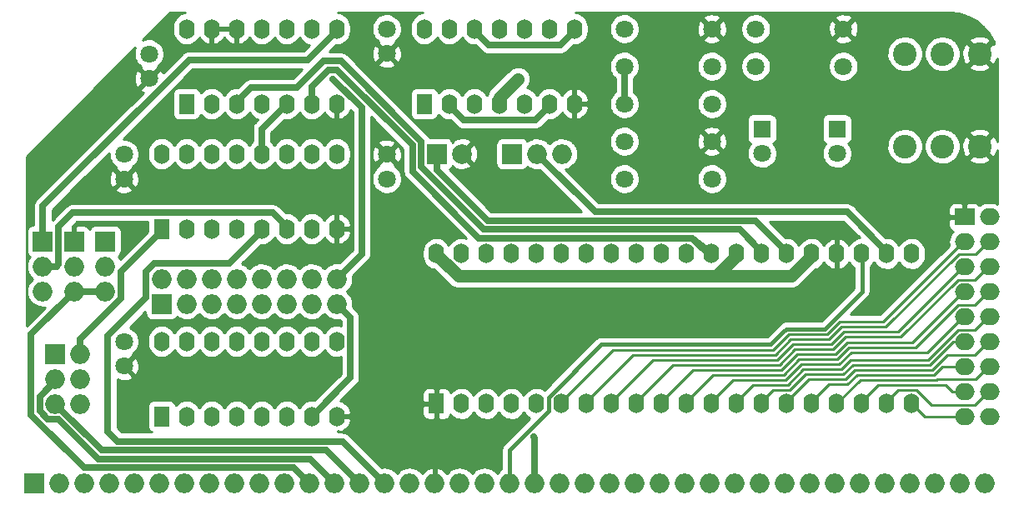
<source format=gtl>
G04 #@! TF.FileFunction,Copper,L1,Top,Signal*
%FSLAX46Y46*%
G04 Gerber Fmt 4.6, Leading zero omitted, Abs format (unit mm)*
G04 Created by KiCad (PCBNEW 4.0.6) date Sun Jul 16 10:48:13 2017*
%MOMM*%
%LPD*%
G01*
G04 APERTURE LIST*
%ADD10C,0.100000*%
%ADD11R,1.600000X2.000000*%
%ADD12O,1.600000X2.000000*%
%ADD13R,2.000000X2.000000*%
%ADD14O,2.000000X2.000000*%
%ADD15C,1.800000*%
%ADD16C,2.400000*%
%ADD17R,2.000000X1.700000*%
%ADD18O,2.000000X1.700000*%
%ADD19C,2.000000*%
%ADD20R,1.800000X1.800000*%
%ADD21C,0.685800*%
%ADD22C,1.270000*%
%ADD23C,0.635000*%
%ADD24C,0.254000*%
%ADD25C,0.381000*%
G04 APERTURE END LIST*
D10*
D11*
X74930000Y-137160000D03*
D12*
X92710000Y-129540000D03*
X77470000Y-137160000D03*
X90170000Y-129540000D03*
X80010000Y-137160000D03*
X87630000Y-129540000D03*
X82550000Y-137160000D03*
X85090000Y-129540000D03*
X85090000Y-137160000D03*
X82550000Y-129540000D03*
X87630000Y-137160000D03*
X80010000Y-129540000D03*
X90170000Y-137160000D03*
X77470000Y-129540000D03*
X92710000Y-137160000D03*
X74930000Y-129540000D03*
D13*
X62000000Y-163000000D03*
D14*
X64540000Y-163000000D03*
X67080000Y-163000000D03*
X69620000Y-163000000D03*
X72160000Y-163000000D03*
X74700000Y-163000000D03*
X77240000Y-163000000D03*
X79780000Y-163000000D03*
X82320000Y-163000000D03*
X84860000Y-163000000D03*
X87400000Y-163000000D03*
X89940000Y-163000000D03*
X92480000Y-163000000D03*
X95020000Y-163000000D03*
X97560000Y-163000000D03*
X100100000Y-163000000D03*
X102640000Y-163000000D03*
X105180000Y-163000000D03*
X107720000Y-163000000D03*
X110260000Y-163000000D03*
X112800000Y-163000000D03*
X115340000Y-163000000D03*
X117880000Y-163000000D03*
X120420000Y-163000000D03*
X122960000Y-163000000D03*
X125500000Y-163000000D03*
X128040000Y-163000000D03*
X130580000Y-163000000D03*
X133120000Y-163000000D03*
X135660000Y-163000000D03*
X138200000Y-163000000D03*
X140740000Y-163000000D03*
X143280000Y-163000000D03*
X145820000Y-163000000D03*
X148360000Y-163000000D03*
X150900000Y-163000000D03*
X153440000Y-163000000D03*
X155980000Y-163000000D03*
X158520000Y-163000000D03*
D15*
X121920000Y-116840000D03*
X130810000Y-116840000D03*
X135255000Y-116840000D03*
X144145000Y-116840000D03*
X121920000Y-128270000D03*
X130810000Y-128270000D03*
X130810000Y-132080000D03*
X121920000Y-132080000D03*
X144145000Y-120650000D03*
X135255000Y-120650000D03*
X130810000Y-124460000D03*
X121920000Y-124460000D03*
X130810000Y-120650000D03*
X121920000Y-120650000D03*
D16*
X150400000Y-119380000D03*
X154200000Y-119380000D03*
X158000000Y-119380000D03*
X158000000Y-128780000D03*
X154200000Y-128780000D03*
X150400000Y-128780000D03*
D15*
X71120000Y-148590000D03*
X71120000Y-151090000D03*
X97790000Y-116840000D03*
X97790000Y-119340000D03*
X73660000Y-119380000D03*
X73660000Y-121880000D03*
X71120000Y-129580000D03*
X71120000Y-132080000D03*
X97790000Y-132080000D03*
X97790000Y-129580000D03*
D17*
X156460000Y-135960000D03*
D18*
X159000000Y-135960000D03*
X156460000Y-138500000D03*
X159000000Y-138500000D03*
X156460000Y-141040000D03*
X159000000Y-141040000D03*
X156460000Y-143580000D03*
X159000000Y-143580000D03*
X156460000Y-146120000D03*
X159000000Y-146120000D03*
X156460000Y-148660000D03*
X159000000Y-148660000D03*
X156460000Y-151200000D03*
X159000000Y-151200000D03*
X156460000Y-153740000D03*
X159000000Y-153740000D03*
X156460000Y-156280000D03*
X159000000Y-156280000D03*
D13*
X69215000Y-138430000D03*
D14*
X69215000Y-140970000D03*
X69215000Y-143510000D03*
D13*
X62865000Y-138430000D03*
D14*
X62865000Y-140970000D03*
X62865000Y-143510000D03*
D13*
X64135000Y-149860000D03*
D14*
X66675000Y-149860000D03*
X64135000Y-152400000D03*
X66675000Y-152400000D03*
X64135000Y-154940000D03*
X66675000Y-154940000D03*
D13*
X74930000Y-144780000D03*
D14*
X74930000Y-142240000D03*
X77470000Y-144780000D03*
X77470000Y-142240000D03*
X80010000Y-144780000D03*
X80010000Y-142240000D03*
X82550000Y-144780000D03*
X82550000Y-142240000D03*
X85090000Y-144780000D03*
X85090000Y-142240000D03*
X87630000Y-144780000D03*
X87630000Y-142240000D03*
X90170000Y-144780000D03*
X90170000Y-142240000D03*
X92710000Y-144780000D03*
X92710000Y-142240000D03*
D13*
X110490000Y-129540000D03*
D14*
X113030000Y-129540000D03*
X115570000Y-129540000D03*
D13*
X102870000Y-129540000D03*
D19*
X105410000Y-129540000D03*
D11*
X74930000Y-156210000D03*
D12*
X92710000Y-148590000D03*
X77470000Y-156210000D03*
X90170000Y-148590000D03*
X80010000Y-156210000D03*
X87630000Y-148590000D03*
X82550000Y-156210000D03*
X85090000Y-148590000D03*
X85090000Y-156210000D03*
X82550000Y-148590000D03*
X87630000Y-156210000D03*
X80010000Y-148590000D03*
X90170000Y-156210000D03*
X77470000Y-148590000D03*
X92710000Y-156210000D03*
X74930000Y-148590000D03*
D11*
X77470000Y-124460000D03*
D12*
X92710000Y-116840000D03*
X80010000Y-124460000D03*
X90170000Y-116840000D03*
X82550000Y-124460000D03*
X87630000Y-116840000D03*
X85090000Y-124460000D03*
X85090000Y-116840000D03*
X87630000Y-124460000D03*
X82550000Y-116840000D03*
X90170000Y-124460000D03*
X80010000Y-116840000D03*
X92710000Y-124460000D03*
X77470000Y-116840000D03*
D11*
X101600000Y-124460000D03*
D12*
X116840000Y-116840000D03*
X104140000Y-124460000D03*
X114300000Y-116840000D03*
X106680000Y-124460000D03*
X111760000Y-116840000D03*
X109220000Y-124460000D03*
X109220000Y-116840000D03*
X111760000Y-124460000D03*
X106680000Y-116840000D03*
X114300000Y-124460000D03*
X104140000Y-116840000D03*
X116840000Y-124460000D03*
X101600000Y-116840000D03*
D11*
X102829360Y-154929840D03*
D12*
X151089360Y-139689840D03*
X105369360Y-154929840D03*
X148549360Y-139689840D03*
X107909360Y-154929840D03*
X146009360Y-139689840D03*
X110449360Y-154929840D03*
X143469360Y-139689840D03*
X112989360Y-154929840D03*
X140929360Y-139689840D03*
X115529360Y-154929840D03*
X138389360Y-139689840D03*
X118069360Y-154929840D03*
X135849360Y-139689840D03*
X120609360Y-154929840D03*
X133309360Y-139689840D03*
X123149360Y-154929840D03*
X130769360Y-139689840D03*
X125689360Y-154929840D03*
X128229360Y-139689840D03*
X128229360Y-154929840D03*
X125689360Y-139689840D03*
X130769360Y-154929840D03*
X123149360Y-139689840D03*
X133309360Y-154929840D03*
X120609360Y-139689840D03*
X135849360Y-154929840D03*
X118069360Y-139689840D03*
X138389360Y-154929840D03*
X115529360Y-139689840D03*
X140929360Y-154929840D03*
X112989360Y-139689840D03*
X143469360Y-154929840D03*
X110449360Y-139689840D03*
X146009360Y-154929840D03*
X107909360Y-139689840D03*
X148549360Y-154929840D03*
X105369360Y-139689840D03*
X151089360Y-154929840D03*
X102829360Y-139689840D03*
D20*
X143510000Y-127000000D03*
D15*
X143510000Y-129500000D03*
D20*
X135890000Y-127000000D03*
D15*
X135890000Y-129500000D03*
D13*
X66040000Y-138430000D03*
D14*
X66040000Y-140970000D03*
X66040000Y-143510000D03*
D21*
X111125000Y-121920000D03*
X112691441Y-158301327D03*
X92309608Y-121920000D03*
D22*
X131239360Y-141959840D02*
X138859360Y-141959840D01*
X138859360Y-141959840D02*
X140929360Y-139889840D01*
X140929360Y-139889840D02*
X140929360Y-139689840D01*
X102829360Y-139689840D02*
X102829360Y-139738460D01*
X102829360Y-139738460D02*
X105050740Y-141959840D01*
X105050740Y-141959840D02*
X131239360Y-141959840D01*
X131239360Y-141959840D02*
X133309360Y-139889840D01*
X133309360Y-139889840D02*
X133309360Y-139689840D01*
X140929360Y-139689840D02*
X140889082Y-139689840D01*
X109220000Y-123825000D02*
X111125000Y-121920000D01*
X109220000Y-124460000D02*
X109220000Y-123825000D01*
X102829360Y-162810640D02*
X102640000Y-163000000D01*
X80010000Y-116840000D02*
X80010000Y-116888620D01*
D23*
X112800000Y-163000000D02*
X112800000Y-158409886D01*
X112800000Y-158409886D02*
X112691441Y-158301327D01*
D24*
X143746727Y-146621511D02*
X148188489Y-146621511D01*
X142476727Y-147891511D02*
X143746727Y-146621511D01*
X120774458Y-149484742D02*
X137022696Y-149484742D01*
X115529360Y-154729840D02*
X120774458Y-149484742D01*
X115529360Y-154929840D02*
X115529360Y-154729840D01*
X137022696Y-149484742D02*
X138615927Y-147891511D01*
X138615927Y-147891511D02*
X142476727Y-147891511D01*
X156310000Y-138500000D02*
X156460000Y-138500000D01*
X148188489Y-146621511D02*
X156310000Y-138500000D01*
X118069360Y-154729840D02*
X118069360Y-154929840D01*
X137233121Y-149992753D02*
X122806447Y-149992753D01*
X138826352Y-148399522D02*
X137233121Y-149992753D01*
X142687152Y-148399522D02*
X138826352Y-148399522D01*
X143957152Y-147129522D02*
X142687152Y-148399522D01*
X148479567Y-147129522D02*
X143957152Y-147129522D01*
X155878079Y-139731010D02*
X148479567Y-147129522D01*
X158850000Y-138500000D02*
X157618990Y-139731010D01*
X159000000Y-138500000D02*
X158850000Y-138500000D01*
X122806447Y-149992753D02*
X118069360Y-154729840D01*
X157618990Y-139731010D02*
X155878079Y-139731010D01*
X120609360Y-154729840D02*
X124838436Y-150500764D01*
X144167577Y-147637533D02*
X149712467Y-147637533D01*
X142897577Y-148907533D02*
X144167577Y-147637533D01*
X137443546Y-150500764D02*
X139036777Y-148907533D01*
X124838436Y-150500764D02*
X137443546Y-150500764D01*
X156310000Y-141040000D02*
X156460000Y-141040000D01*
X149712467Y-147637533D02*
X156310000Y-141040000D01*
X120609360Y-154929840D02*
X120609360Y-154729840D01*
X139036777Y-148907533D02*
X142897577Y-148907533D01*
X150003545Y-148145544D02*
X155800099Y-142348990D01*
X155800099Y-142348990D02*
X157541010Y-142348990D01*
X157541010Y-142348990D02*
X158850000Y-141040000D01*
X126870426Y-151008774D02*
X137653972Y-151008774D01*
X137653972Y-151008774D02*
X139247202Y-149415544D01*
X139247202Y-149415544D02*
X143108003Y-149415543D01*
X143108003Y-149415543D02*
X144378002Y-148145544D01*
X123149360Y-154729840D02*
X126870426Y-151008774D01*
X123149360Y-154929840D02*
X123149360Y-154729840D01*
X158850000Y-141040000D02*
X159000000Y-141040000D01*
X144378002Y-148145544D02*
X150003545Y-148145544D01*
D23*
X90170000Y-122825000D02*
X90170000Y-124460000D01*
X100409488Y-131365441D02*
X100409488Y-128666566D01*
X90170000Y-122706294D02*
X90170000Y-122825000D01*
X92748521Y-121005599D02*
X91870695Y-121005599D01*
X107162375Y-138118328D02*
X100409488Y-131365441D01*
X128797458Y-138118330D02*
X107162375Y-138118328D01*
X91870695Y-121005599D02*
X90170000Y-122706294D01*
X100409488Y-128666566D02*
X92748521Y-121005599D01*
X130769360Y-139689840D02*
X130368968Y-139689840D01*
X130368968Y-139689840D02*
X128797458Y-138118330D01*
X128797458Y-138118330D02*
X130769360Y-139689840D01*
D24*
X156310000Y-143580000D02*
X156460000Y-143580000D01*
X151173011Y-148716989D02*
X156310000Y-143580000D01*
X125689360Y-154729840D02*
X128902416Y-151516784D01*
X128902416Y-151516784D02*
X137864398Y-151516784D01*
X137864398Y-151516784D02*
X139457629Y-149923553D01*
X125689360Y-154929840D02*
X125689360Y-154729840D01*
X143318429Y-149923553D02*
X144524993Y-148716989D01*
X144524993Y-148716989D02*
X151173011Y-148716989D01*
X139457629Y-149923553D02*
X143318429Y-149923553D01*
X130934406Y-152024794D02*
X138074824Y-152024794D01*
X128229360Y-154729840D02*
X130934406Y-152024794D01*
X151464089Y-149225000D02*
X155800099Y-144888990D01*
X155800099Y-144888990D02*
X157541010Y-144888990D01*
X144735418Y-149225000D02*
X151464089Y-149225000D01*
X143528855Y-150431563D02*
X144735418Y-149225000D01*
X139668054Y-150431564D02*
X143528855Y-150431563D01*
X138074824Y-152024794D02*
X139668054Y-150431564D01*
X128229360Y-154929840D02*
X128229360Y-154729840D01*
X158850000Y-143580000D02*
X159000000Y-143580000D01*
X157541010Y-144888990D02*
X158850000Y-143580000D01*
X138285250Y-152532804D02*
X139878481Y-150939573D01*
X144945843Y-149733011D02*
X152696989Y-149733011D01*
X143739281Y-150939573D02*
X144945843Y-149733011D01*
X139878481Y-150939573D02*
X143739281Y-150939573D01*
X132966396Y-152532804D02*
X138285250Y-152532804D01*
X130769360Y-154929840D02*
X130769360Y-154729840D01*
X130769360Y-154729840D02*
X132966396Y-152532804D01*
X152696989Y-149733011D02*
X156310000Y-146120000D01*
X156310000Y-146120000D02*
X156460000Y-146120000D01*
X133309360Y-154929840D02*
X133309360Y-154729840D01*
X158850000Y-146120000D02*
X159000000Y-146120000D01*
X157541010Y-147428990D02*
X158850000Y-146120000D01*
X155800099Y-147428990D02*
X157541010Y-147428990D01*
X152734089Y-150495000D02*
X155800099Y-147428990D01*
X144902290Y-150495000D02*
X152734089Y-150495000D01*
X140088906Y-151447584D02*
X143949707Y-151447583D01*
X138495676Y-153040814D02*
X140088906Y-151447584D01*
X134998386Y-153040814D02*
X138495676Y-153040814D01*
X133309360Y-154729840D02*
X134998386Y-153040814D01*
X143949707Y-151447583D02*
X144902290Y-150495000D01*
X145112715Y-151003011D02*
X152944515Y-151003010D01*
X137030376Y-153548824D02*
X138706102Y-153548824D01*
X138706102Y-153548824D02*
X140299333Y-151955593D01*
X135849360Y-154729840D02*
X137030376Y-153548824D01*
X135849360Y-154929840D02*
X135849360Y-154729840D01*
X144160133Y-151955593D02*
X145112715Y-151003011D01*
X140299333Y-151955593D02*
X144160133Y-151955593D01*
X152944515Y-151003010D02*
X155287525Y-148660000D01*
X155287525Y-148660000D02*
X156460000Y-148660000D01*
X145323142Y-151511020D02*
X153154941Y-151511020D01*
X157541010Y-149968990D02*
X158850000Y-148660000D01*
X158850000Y-148660000D02*
X159000000Y-148660000D01*
X153154941Y-151511020D02*
X154696971Y-149968990D01*
X154696971Y-149968990D02*
X157541010Y-149968990D01*
X138389360Y-154929840D02*
X138389360Y-154729840D01*
X138389360Y-154729840D02*
X140655597Y-152463603D01*
X140655597Y-152463603D02*
X144370559Y-152463603D01*
X144370559Y-152463603D02*
X145323142Y-151511020D01*
X155206000Y-151200000D02*
X156460000Y-151200000D01*
X154184397Y-151200000D02*
X155206000Y-151200000D01*
X153365367Y-152019030D02*
X154184397Y-151200000D01*
X144580985Y-152971613D02*
X145533567Y-152019031D01*
X140929360Y-154929840D02*
X140929360Y-154729840D01*
X140929360Y-154729840D02*
X142687587Y-152971613D01*
X145533567Y-152019031D02*
X153365367Y-152019030D01*
X142687587Y-152971613D02*
X144580985Y-152971613D01*
X158850000Y-151200000D02*
X159000000Y-151200000D01*
X157618990Y-152431010D02*
X158850000Y-151200000D01*
X153671823Y-152431010D02*
X157618990Y-152431010D01*
X143469360Y-154929840D02*
X145872160Y-152527040D01*
X153575793Y-152527040D02*
X153671823Y-152431010D01*
X145872160Y-152527040D02*
X153575793Y-152527040D01*
X155206000Y-153740000D02*
X156460000Y-153740000D01*
X147698381Y-153040819D02*
X154506819Y-153040819D01*
X146009360Y-154729840D02*
X147698381Y-153040819D01*
X146009360Y-154929840D02*
X146009360Y-154729840D01*
X154506819Y-153040819D02*
X155206000Y-153740000D01*
X158850000Y-153740000D02*
X157541009Y-155048990D01*
X157541009Y-155048990D02*
X153078710Y-155048990D01*
X148549360Y-154729840D02*
X148549360Y-154929840D01*
X151578550Y-153548830D02*
X149730370Y-153548830D01*
X159000000Y-153740000D02*
X158850000Y-153740000D01*
X153078710Y-155048990D02*
X151578550Y-153548830D01*
X149730370Y-153548830D02*
X148549360Y-154729840D01*
X152439520Y-156280000D02*
X155206000Y-156280000D01*
X151089360Y-154929840D02*
X152439520Y-156280000D01*
X155206000Y-156280000D02*
X156460000Y-156280000D01*
D23*
X106680000Y-116840000D02*
X106680000Y-117040000D01*
X106680000Y-117040000D02*
X108115000Y-118475000D01*
X108115000Y-118475000D02*
X115405000Y-118475000D01*
X115405000Y-118475000D02*
X116840000Y-117040000D01*
X116840000Y-117040000D02*
X116840000Y-116840000D01*
X104140000Y-124460000D02*
X104140000Y-124660000D01*
X104140000Y-124660000D02*
X105575000Y-126095000D01*
X105575000Y-126095000D02*
X112865000Y-126095000D01*
X112865000Y-126095000D02*
X114300000Y-124660000D01*
X114300000Y-124660000D02*
X114300000Y-124460000D01*
X121920000Y-124460000D02*
X121920000Y-120650000D01*
X148549360Y-139489840D02*
X148549360Y-139689840D01*
X118941298Y-135451298D02*
X144510818Y-135451298D01*
X144510818Y-135451298D02*
X148549360Y-139489840D01*
X113030000Y-129540000D02*
X118941298Y-135451298D01*
X102870000Y-129540000D02*
X102870000Y-131175000D01*
X138389360Y-139489840D02*
X138389360Y-139689840D01*
X108035308Y-136340308D02*
X135239828Y-136340308D01*
X102870000Y-131175000D02*
X108035308Y-136340308D01*
X135239828Y-136340308D02*
X138389360Y-139489840D01*
X82550000Y-124260000D02*
X82550000Y-124460000D01*
X88655498Y-122825000D02*
X83985000Y-122825000D01*
X91363910Y-120116588D02*
X88655498Y-122825000D01*
X93116761Y-120116588D02*
X91363910Y-120116588D01*
X101298499Y-128298326D02*
X93116761Y-120116588D01*
X133588838Y-137229318D02*
X107667069Y-137229318D01*
X135849360Y-139689840D02*
X135849360Y-139489840D01*
X107667069Y-137229318D02*
X101298499Y-130860748D01*
X83985000Y-122825000D02*
X82550000Y-124260000D01*
X135849360Y-139489840D02*
X133588838Y-137229318D01*
X101298499Y-130860748D02*
X101298499Y-128298326D01*
X93321467Y-158761467D02*
X96560001Y-162000001D01*
X69469011Y-157734011D02*
X70496467Y-158761467D01*
X81781501Y-140668499D02*
X74175679Y-140668499D01*
X69469011Y-148063166D02*
X69469011Y-157734011D01*
X73358499Y-144173678D02*
X69469011Y-148063166D01*
X85090000Y-137360000D02*
X81781501Y-140668499D01*
X85090000Y-137160000D02*
X85090000Y-137360000D01*
X74175679Y-140668499D02*
X73358499Y-141485679D01*
X73358499Y-141485679D02*
X73358499Y-144173678D01*
X70496467Y-158761467D02*
X93321467Y-158761467D01*
X96560001Y-162000001D02*
X97560000Y-163000000D01*
D25*
X136785969Y-148913231D02*
X136785970Y-148913232D01*
X136785970Y-148913232D02*
X119585967Y-148913231D01*
X146009360Y-139889840D02*
X146050000Y-139930480D01*
X146009360Y-139689840D02*
X146009360Y-139889840D01*
X146050000Y-139930480D02*
X146050000Y-143510000D01*
X146050000Y-143510000D02*
X142239999Y-147320001D01*
X142239999Y-147320001D02*
X138379200Y-147320001D01*
X138379200Y-147320001D02*
X138044417Y-147654785D01*
X138044417Y-147654785D02*
X136785970Y-148913232D01*
X110260000Y-159619202D02*
X110260000Y-161585787D01*
X114233870Y-154265328D02*
X114233870Y-155645332D01*
X119585967Y-148913231D02*
X114233870Y-154265328D01*
X114233870Y-155645332D02*
X110260000Y-159619202D01*
X110260000Y-161585787D02*
X110260000Y-163000000D01*
D23*
X89940000Y-163000000D02*
X88368499Y-161428499D01*
X88368499Y-161428499D02*
X67040424Y-161428497D01*
X67040424Y-161428497D02*
X61674488Y-156062561D01*
X61674488Y-156062561D02*
X61674488Y-147875512D01*
X61674488Y-147875512D02*
X66040000Y-143510000D01*
X66040000Y-143510000D02*
X69215000Y-143510000D01*
X77702822Y-120015000D02*
X62865000Y-134852822D01*
X62865000Y-134852822D02*
X62865000Y-138430000D01*
X89735000Y-120015000D02*
X77702822Y-120015000D01*
X92710000Y-117040000D02*
X89735000Y-120015000D01*
X92710000Y-116840000D02*
X92710000Y-117040000D01*
X74930000Y-137160000D02*
X74930000Y-137360000D01*
X70786501Y-144264321D02*
X66675000Y-148375822D01*
X74930000Y-137360000D02*
X70786501Y-141503499D01*
X66675000Y-148375822D02*
X66675000Y-148445787D01*
X70786501Y-141503499D02*
X70786501Y-144264321D01*
X66675000Y-148445787D02*
X66675000Y-149860000D01*
X74715821Y-137160000D02*
X74930000Y-137160000D01*
X64135000Y-152614178D02*
X64135000Y-152400000D01*
X62563499Y-154185679D02*
X64135000Y-152614178D01*
X62563499Y-155694321D02*
X62563499Y-154185679D01*
X63380679Y-156511501D02*
X62563499Y-155694321D01*
X92480000Y-163000000D02*
X90019489Y-160539489D01*
X64449253Y-156511501D02*
X63380679Y-156511501D01*
X68477239Y-160539488D02*
X64449253Y-156511501D01*
X90019489Y-160539489D02*
X88736739Y-160539488D01*
X88736739Y-160539488D02*
X68477239Y-160539488D01*
X95020000Y-163000000D02*
X91670478Y-159650478D01*
X91670478Y-159650478D02*
X68845478Y-159650478D01*
X68845478Y-159650478D02*
X64135000Y-154940000D01*
X62865000Y-140970000D02*
X64279213Y-140970000D01*
X64468499Y-140780714D02*
X64468499Y-136972799D01*
X64468499Y-136972799D02*
X65916298Y-135525000D01*
X86195000Y-135525000D02*
X87630000Y-136960000D01*
X64279213Y-140970000D02*
X64468499Y-140780714D01*
X65916298Y-135525000D02*
X86195000Y-135525000D01*
X87630000Y-136960000D02*
X87630000Y-137160000D01*
X90170000Y-156210000D02*
X94081501Y-152298499D01*
X94081501Y-152298499D02*
X94081501Y-146151501D01*
X94081501Y-146151501D02*
X93559999Y-145629999D01*
X93559999Y-145629999D02*
X92710000Y-144780000D01*
X85090000Y-129540000D02*
X85090000Y-127000000D01*
X85090000Y-127000000D02*
X87630000Y-124460000D01*
X95250000Y-139700000D02*
X95250000Y-124860392D01*
X95250000Y-124860392D02*
X92309608Y-121920000D01*
X92710000Y-142240000D02*
X95250000Y-139700000D01*
D24*
G36*
X99456988Y-129061105D02*
X99456988Y-131365441D01*
X99465577Y-131453042D01*
X99473242Y-131540655D01*
X99474639Y-131545464D01*
X99475128Y-131550449D01*
X99500559Y-131634680D01*
X99525105Y-131719168D01*
X99527410Y-131723615D01*
X99528858Y-131728411D01*
X99570148Y-131806066D01*
X99610654Y-131884210D01*
X99613782Y-131888129D01*
X99616131Y-131892546D01*
X99671706Y-131960688D01*
X99726631Y-132029491D01*
X99733504Y-132036461D01*
X99733622Y-132036605D01*
X99733755Y-132036715D01*
X99735969Y-132038960D01*
X105824959Y-138127950D01*
X105657907Y-138076239D01*
X105379378Y-138046964D01*
X105100468Y-138072347D01*
X104831800Y-138151420D01*
X104583607Y-138281172D01*
X104365343Y-138456661D01*
X104185322Y-138671201D01*
X104099132Y-138827981D01*
X104024602Y-138687812D01*
X103847594Y-138470779D01*
X103631802Y-138292260D01*
X103385445Y-138159055D01*
X103117907Y-138076239D01*
X102839378Y-138046964D01*
X102560468Y-138072347D01*
X102291800Y-138151420D01*
X102043607Y-138281172D01*
X101825343Y-138456661D01*
X101645322Y-138671201D01*
X101510401Y-138916622D01*
X101425718Y-139183576D01*
X101394500Y-139461893D01*
X101394360Y-139481929D01*
X101394360Y-139897751D01*
X101421689Y-140176477D01*
X101502636Y-140444587D01*
X101634118Y-140691868D01*
X101811126Y-140908901D01*
X102026918Y-141087420D01*
X102273275Y-141220625D01*
X102540813Y-141303441D01*
X102605040Y-141310192D01*
X104152715Y-142857866D01*
X104243397Y-142932353D01*
X104333232Y-143007734D01*
X104339082Y-143010950D01*
X104344245Y-143015191D01*
X104447658Y-143070640D01*
X104550434Y-143127142D01*
X104556800Y-143129161D01*
X104562685Y-143132317D01*
X104674874Y-143166617D01*
X104786692Y-143202087D01*
X104793328Y-143202831D01*
X104799715Y-143204784D01*
X104916425Y-143216639D01*
X105033008Y-143229716D01*
X105046064Y-143229807D01*
X105046307Y-143229832D01*
X105046534Y-143229811D01*
X105050740Y-143229840D01*
X138859360Y-143229840D01*
X138976123Y-143218391D01*
X139092978Y-143208168D01*
X139099392Y-143206305D01*
X139106038Y-143205653D01*
X139218322Y-143171752D01*
X139330997Y-143139017D01*
X139336928Y-143135942D01*
X139343319Y-143134013D01*
X139446909Y-143078934D01*
X139551051Y-143024951D01*
X139556267Y-143020787D01*
X139562167Y-143017650D01*
X139653103Y-142943485D01*
X139744760Y-142870316D01*
X139754059Y-142861147D01*
X139754245Y-142860995D01*
X139754388Y-142860823D01*
X139757386Y-142857866D01*
X141353657Y-141261595D01*
X141466920Y-141228260D01*
X141715113Y-141098508D01*
X141933377Y-140923019D01*
X142113398Y-140708479D01*
X142196055Y-140558127D01*
X142204930Y-140579067D01*
X142363687Y-140812502D01*
X142564935Y-141010479D01*
X142800939Y-141165391D01*
X143062630Y-141271284D01*
X143120321Y-141281744D01*
X143342360Y-141159755D01*
X143342360Y-139816840D01*
X143322360Y-139816840D01*
X143322360Y-139562840D01*
X143342360Y-139562840D01*
X143342360Y-138219925D01*
X143120321Y-138097936D01*
X143062630Y-138108396D01*
X142800939Y-138214289D01*
X142564935Y-138369201D01*
X142363687Y-138567178D01*
X142204930Y-138800613D01*
X142195903Y-138821910D01*
X142124602Y-138687812D01*
X141947594Y-138470779D01*
X141731802Y-138292260D01*
X141485445Y-138159055D01*
X141217907Y-138076239D01*
X140939378Y-138046964D01*
X140660468Y-138072347D01*
X140391800Y-138151420D01*
X140143607Y-138281172D01*
X139925343Y-138456661D01*
X139745322Y-138671201D01*
X139659132Y-138827981D01*
X139584602Y-138687812D01*
X139407594Y-138470779D01*
X139191802Y-138292260D01*
X138945445Y-138159055D01*
X138677907Y-138076239D01*
X138399378Y-138046964D01*
X138302352Y-138055794D01*
X136650356Y-136403798D01*
X144116280Y-136403798D01*
X145781129Y-138068647D01*
X145740468Y-138072347D01*
X145471800Y-138151420D01*
X145223607Y-138281172D01*
X145005343Y-138456661D01*
X144825322Y-138671201D01*
X144742665Y-138821553D01*
X144733790Y-138800613D01*
X144575033Y-138567178D01*
X144373785Y-138369201D01*
X144137781Y-138214289D01*
X143876090Y-138108396D01*
X143818399Y-138097936D01*
X143596360Y-138219925D01*
X143596360Y-139562840D01*
X143616360Y-139562840D01*
X143616360Y-139816840D01*
X143596360Y-139816840D01*
X143596360Y-141159755D01*
X143818399Y-141281744D01*
X143876090Y-141271284D01*
X144137781Y-141165391D01*
X144373785Y-141010479D01*
X144575033Y-140812502D01*
X144733790Y-140579067D01*
X144742817Y-140557770D01*
X144814118Y-140691868D01*
X144991126Y-140908901D01*
X145206918Y-141087420D01*
X145224500Y-141096927D01*
X145224500Y-143168066D01*
X141898065Y-146494501D01*
X138379200Y-146494501D01*
X138303256Y-146501948D01*
X138227347Y-146508589D01*
X138223181Y-146509799D01*
X138218860Y-146510223D01*
X138145804Y-146532279D01*
X138072635Y-146553537D01*
X138068786Y-146555532D01*
X138064626Y-146556788D01*
X137997279Y-146592597D01*
X137929599Y-146627679D01*
X137926205Y-146630389D01*
X137922375Y-146632425D01*
X137863296Y-146680608D01*
X137803689Y-146728192D01*
X137797649Y-146734148D01*
X137797524Y-146734250D01*
X137797428Y-146734366D01*
X137795482Y-146736285D01*
X137460700Y-147071068D01*
X136444036Y-148087732D01*
X119585967Y-148087731D01*
X119510064Y-148095174D01*
X119434115Y-148101818D01*
X119429944Y-148103030D01*
X119425627Y-148103453D01*
X119352633Y-148125491D01*
X119279403Y-148146766D01*
X119275551Y-148148763D01*
X119271393Y-148150018D01*
X119204043Y-148185829D01*
X119136367Y-148220909D01*
X119132974Y-148223617D01*
X119129142Y-148225655D01*
X119070048Y-148273851D01*
X119010457Y-148321421D01*
X119004416Y-148327378D01*
X119004291Y-148327480D01*
X119004195Y-148327596D01*
X119002250Y-148329514D01*
X113796017Y-153535747D01*
X113791802Y-153532260D01*
X113545445Y-153399055D01*
X113277907Y-153316239D01*
X112999378Y-153286964D01*
X112720468Y-153312347D01*
X112451800Y-153391420D01*
X112203607Y-153521172D01*
X111985343Y-153696661D01*
X111805322Y-153911201D01*
X111719132Y-154067981D01*
X111644602Y-153927812D01*
X111467594Y-153710779D01*
X111251802Y-153532260D01*
X111005445Y-153399055D01*
X110737907Y-153316239D01*
X110459378Y-153286964D01*
X110180468Y-153312347D01*
X109911800Y-153391420D01*
X109663607Y-153521172D01*
X109445343Y-153696661D01*
X109265322Y-153911201D01*
X109179132Y-154067981D01*
X109104602Y-153927812D01*
X108927594Y-153710779D01*
X108711802Y-153532260D01*
X108465445Y-153399055D01*
X108197907Y-153316239D01*
X107919378Y-153286964D01*
X107640468Y-153312347D01*
X107371800Y-153391420D01*
X107123607Y-153521172D01*
X106905343Y-153696661D01*
X106725322Y-153911201D01*
X106639132Y-154067981D01*
X106564602Y-153927812D01*
X106387594Y-153710779D01*
X106171802Y-153532260D01*
X105925445Y-153399055D01*
X105657907Y-153316239D01*
X105379378Y-153286964D01*
X105100468Y-153312347D01*
X104831800Y-153391420D01*
X104583607Y-153521172D01*
X104365343Y-153696661D01*
X104256273Y-153826645D01*
X104239957Y-153744617D01*
X104192090Y-153629055D01*
X104122597Y-153525051D01*
X104034149Y-153436603D01*
X103930145Y-153367110D01*
X103814583Y-153319243D01*
X103691902Y-153294840D01*
X103115110Y-153294840D01*
X102956360Y-153453590D01*
X102956360Y-154802840D01*
X102976360Y-154802840D01*
X102976360Y-155056840D01*
X102956360Y-155056840D01*
X102956360Y-156406090D01*
X103115110Y-156564840D01*
X103691902Y-156564840D01*
X103814583Y-156540437D01*
X103930145Y-156492570D01*
X104034149Y-156423077D01*
X104122597Y-156334629D01*
X104192090Y-156230625D01*
X104239957Y-156115063D01*
X104256343Y-156032686D01*
X104351126Y-156148901D01*
X104566918Y-156327420D01*
X104813275Y-156460625D01*
X105080813Y-156543441D01*
X105359342Y-156572716D01*
X105638252Y-156547333D01*
X105906920Y-156468260D01*
X106155113Y-156338508D01*
X106373377Y-156163019D01*
X106553398Y-155948479D01*
X106639588Y-155791699D01*
X106714118Y-155931868D01*
X106891126Y-156148901D01*
X107106918Y-156327420D01*
X107353275Y-156460625D01*
X107620813Y-156543441D01*
X107899342Y-156572716D01*
X108178252Y-156547333D01*
X108446920Y-156468260D01*
X108695113Y-156338508D01*
X108913377Y-156163019D01*
X109093398Y-155948479D01*
X109179588Y-155791699D01*
X109254118Y-155931868D01*
X109431126Y-156148901D01*
X109646918Y-156327420D01*
X109893275Y-156460625D01*
X110160813Y-156543441D01*
X110439342Y-156572716D01*
X110718252Y-156547333D01*
X110986920Y-156468260D01*
X111235113Y-156338508D01*
X111453377Y-156163019D01*
X111633398Y-155948479D01*
X111719588Y-155791699D01*
X111794118Y-155931868D01*
X111971126Y-156148901D01*
X112186918Y-156327420D01*
X112315061Y-156396707D01*
X109676283Y-159035485D01*
X109627867Y-159094428D01*
X109578869Y-159152822D01*
X109576777Y-159156627D01*
X109574023Y-159159980D01*
X109537991Y-159227179D01*
X109501254Y-159294003D01*
X109499942Y-159298139D01*
X109497890Y-159301966D01*
X109475593Y-159374897D01*
X109452539Y-159447571D01*
X109452055Y-159451885D01*
X109450786Y-159456036D01*
X109443078Y-159531918D01*
X109434580Y-159607676D01*
X109434521Y-159616152D01*
X109434504Y-159616321D01*
X109434519Y-159616479D01*
X109434500Y-159619202D01*
X109434500Y-161587506D01*
X109364734Y-161623979D01*
X109116050Y-161823926D01*
X108989769Y-161974421D01*
X108880148Y-161840012D01*
X108634280Y-161636613D01*
X108353588Y-161484843D01*
X108048762Y-161390483D01*
X107731414Y-161357129D01*
X107413632Y-161386049D01*
X107107518Y-161476143D01*
X106824734Y-161623979D01*
X106576050Y-161823926D01*
X106449769Y-161974421D01*
X106340148Y-161840012D01*
X106094280Y-161636613D01*
X105813588Y-161484843D01*
X105508762Y-161390483D01*
X105191414Y-161357129D01*
X104873632Y-161386049D01*
X104567518Y-161476143D01*
X104284734Y-161623979D01*
X104036050Y-161823926D01*
X103907603Y-161977004D01*
X103750785Y-161800252D01*
X103495382Y-161606601D01*
X103207107Y-161466498D01*
X103020434Y-161409876D01*
X102767000Y-161529223D01*
X102767000Y-162873000D01*
X102787000Y-162873000D01*
X102787000Y-163127000D01*
X102767000Y-163127000D01*
X102767000Y-163147000D01*
X102513000Y-163147000D01*
X102513000Y-163127000D01*
X102493000Y-163127000D01*
X102493000Y-162873000D01*
X102513000Y-162873000D01*
X102513000Y-161529223D01*
X102259566Y-161409876D01*
X102072893Y-161466498D01*
X101784618Y-161606601D01*
X101529215Y-161800252D01*
X101372126Y-161977310D01*
X101260148Y-161840012D01*
X101014280Y-161636613D01*
X100733588Y-161484843D01*
X100428762Y-161390483D01*
X100111414Y-161357129D01*
X99793632Y-161386049D01*
X99487518Y-161476143D01*
X99204734Y-161623979D01*
X98956050Y-161823926D01*
X98829769Y-161974421D01*
X98720148Y-161840012D01*
X98474280Y-161636613D01*
X98193588Y-161484843D01*
X97888762Y-161390483D01*
X97571414Y-161357129D01*
X97289796Y-161382758D01*
X93994986Y-158087948D01*
X93926988Y-158032093D01*
X93859598Y-157975546D01*
X93855210Y-157973134D01*
X93851339Y-157969954D01*
X93773777Y-157928366D01*
X93696697Y-157885991D01*
X93691924Y-157884477D01*
X93687508Y-157882109D01*
X93603376Y-157856387D01*
X93519503Y-157829781D01*
X93514522Y-157829222D01*
X93509736Y-157827759D01*
X93422234Y-157818871D01*
X93334766Y-157809060D01*
X93324974Y-157808992D01*
X93324792Y-157808973D01*
X93324622Y-157808989D01*
X93321467Y-157808967D01*
X92837002Y-157808967D01*
X92837002Y-157679916D01*
X93059039Y-157801904D01*
X93116730Y-157791444D01*
X93378421Y-157685551D01*
X93614425Y-157530639D01*
X93815673Y-157332662D01*
X93974430Y-157099227D01*
X94084596Y-156839306D01*
X94141937Y-156562887D01*
X93989474Y-156337000D01*
X92837000Y-156337000D01*
X92837000Y-156357000D01*
X92583000Y-156357000D01*
X92583000Y-156337000D01*
X92563000Y-156337000D01*
X92563000Y-156083000D01*
X92583000Y-156083000D01*
X92583000Y-156063000D01*
X92837000Y-156063000D01*
X92837000Y-156083000D01*
X93989474Y-156083000D01*
X94141937Y-155857113D01*
X94084596Y-155580694D01*
X93974430Y-155320773D01*
X93902897Y-155215590D01*
X101394360Y-155215590D01*
X101394360Y-155992382D01*
X101418763Y-156115063D01*
X101466630Y-156230625D01*
X101536123Y-156334629D01*
X101624571Y-156423077D01*
X101728575Y-156492570D01*
X101844137Y-156540437D01*
X101966818Y-156564840D01*
X102543610Y-156564840D01*
X102702360Y-156406090D01*
X102702360Y-155056840D01*
X101553110Y-155056840D01*
X101394360Y-155215590D01*
X93902897Y-155215590D01*
X93815673Y-155087338D01*
X93614425Y-154889361D01*
X93378421Y-154734449D01*
X93116730Y-154628556D01*
X93101283Y-154625755D01*
X93859740Y-153867298D01*
X101394360Y-153867298D01*
X101394360Y-154644090D01*
X101553110Y-154802840D01*
X102702360Y-154802840D01*
X102702360Y-153453590D01*
X102543610Y-153294840D01*
X101966818Y-153294840D01*
X101844137Y-153319243D01*
X101728575Y-153367110D01*
X101624571Y-153436603D01*
X101536123Y-153525051D01*
X101466630Y-153629055D01*
X101418763Y-153744617D01*
X101394360Y-153867298D01*
X93859740Y-153867298D01*
X94755020Y-152972018D01*
X94810875Y-152904020D01*
X94867422Y-152836630D01*
X94869834Y-152832242D01*
X94873014Y-152828371D01*
X94914602Y-152750809D01*
X94956977Y-152673729D01*
X94958491Y-152668956D01*
X94960859Y-152664540D01*
X94986577Y-152580420D01*
X95013187Y-152496535D01*
X95013746Y-152491553D01*
X95015209Y-152486767D01*
X95024097Y-152399271D01*
X95033908Y-152311798D01*
X95033976Y-152302006D01*
X95033995Y-152301824D01*
X95033979Y-152301654D01*
X95034001Y-152298499D01*
X95034001Y-146151501D01*
X95025412Y-146063900D01*
X95017747Y-145976287D01*
X95016350Y-145971478D01*
X95015861Y-145966493D01*
X94990430Y-145882262D01*
X94965884Y-145797774D01*
X94963579Y-145793327D01*
X94962131Y-145788531D01*
X94920841Y-145710876D01*
X94880335Y-145632732D01*
X94877207Y-145628813D01*
X94874858Y-145624396D01*
X94819283Y-145556254D01*
X94764358Y-145487451D01*
X94757485Y-145480481D01*
X94757367Y-145480337D01*
X94757234Y-145480227D01*
X94755020Y-145477982D01*
X94318914Y-145041876D01*
X94344841Y-144810739D01*
X94345000Y-144787911D01*
X94345000Y-144772089D01*
X94313862Y-144454516D01*
X94221633Y-144149039D01*
X94071826Y-143867294D01*
X93870148Y-143620012D01*
X93737148Y-143509985D01*
X93853950Y-143416074D01*
X94059061Y-143171632D01*
X94212786Y-142892006D01*
X94309271Y-142587847D01*
X94344841Y-142270739D01*
X94345000Y-142247911D01*
X94345000Y-142232089D01*
X94319993Y-141977045D01*
X95923519Y-140373520D01*
X95979372Y-140305523D01*
X96035921Y-140238131D01*
X96038335Y-140233739D01*
X96041512Y-140229872D01*
X96083080Y-140152349D01*
X96125476Y-140075230D01*
X96126990Y-140070457D01*
X96129358Y-140066041D01*
X96155067Y-139981950D01*
X96181686Y-139898036D01*
X96182245Y-139893050D01*
X96183707Y-139888269D01*
X96192591Y-139800817D01*
X96202407Y-139713299D01*
X96202475Y-139703507D01*
X96202494Y-139703325D01*
X96202478Y-139703155D01*
X96202500Y-139700000D01*
X96202500Y-132209067D01*
X96252983Y-132209067D01*
X96307324Y-132505150D01*
X96418140Y-132785040D01*
X96581210Y-133038075D01*
X96790322Y-133254617D01*
X97037512Y-133426419D01*
X97313364Y-133546935D01*
X97607371Y-133611577D01*
X97908334Y-133617881D01*
X98204789Y-133565608D01*
X98485446Y-133456748D01*
X98739613Y-133295449D01*
X98957610Y-133087854D01*
X99131132Y-132841869D01*
X99253572Y-132566866D01*
X99320265Y-132273317D01*
X99325066Y-131929486D01*
X99266595Y-131634190D01*
X99151882Y-131355874D01*
X98985295Y-131105141D01*
X98773180Y-130891540D01*
X98625745Y-130792093D01*
X98674475Y-130644080D01*
X97790000Y-129759605D01*
X96905525Y-130644080D01*
X96954330Y-130792322D01*
X96823509Y-130877928D01*
X96608432Y-131088547D01*
X96438361Y-131336930D01*
X96319773Y-131613617D01*
X96257186Y-131908067D01*
X96252983Y-132209067D01*
X96202500Y-132209067D01*
X96202500Y-129646553D01*
X96249009Y-129646553D01*
X96291603Y-129945907D01*
X96391778Y-130231199D01*
X96471739Y-130380792D01*
X96725920Y-130464475D01*
X97610395Y-129580000D01*
X97969605Y-129580000D01*
X98854080Y-130464475D01*
X99108261Y-130380792D01*
X99239158Y-130108225D01*
X99314365Y-129815358D01*
X99330991Y-129513447D01*
X99288397Y-129214093D01*
X99188222Y-128928801D01*
X99108261Y-128779208D01*
X98854080Y-128695525D01*
X97969605Y-129580000D01*
X97610395Y-129580000D01*
X96725920Y-128695525D01*
X96471739Y-128779208D01*
X96340842Y-129051775D01*
X96265635Y-129344642D01*
X96249009Y-129646553D01*
X96202500Y-129646553D01*
X96202500Y-128515920D01*
X96905525Y-128515920D01*
X97790000Y-129400395D01*
X98674475Y-128515920D01*
X98590792Y-128261739D01*
X98318225Y-128130842D01*
X98025358Y-128055635D01*
X97723447Y-128039009D01*
X97424093Y-128081603D01*
X97138801Y-128181778D01*
X96989208Y-128261739D01*
X96905525Y-128515920D01*
X96202500Y-128515920D01*
X96202500Y-125806617D01*
X99456988Y-129061105D01*
X99456988Y-129061105D01*
G37*
X99456988Y-129061105D02*
X99456988Y-131365441D01*
X99465577Y-131453042D01*
X99473242Y-131540655D01*
X99474639Y-131545464D01*
X99475128Y-131550449D01*
X99500559Y-131634680D01*
X99525105Y-131719168D01*
X99527410Y-131723615D01*
X99528858Y-131728411D01*
X99570148Y-131806066D01*
X99610654Y-131884210D01*
X99613782Y-131888129D01*
X99616131Y-131892546D01*
X99671706Y-131960688D01*
X99726631Y-132029491D01*
X99733504Y-132036461D01*
X99733622Y-132036605D01*
X99733755Y-132036715D01*
X99735969Y-132038960D01*
X105824959Y-138127950D01*
X105657907Y-138076239D01*
X105379378Y-138046964D01*
X105100468Y-138072347D01*
X104831800Y-138151420D01*
X104583607Y-138281172D01*
X104365343Y-138456661D01*
X104185322Y-138671201D01*
X104099132Y-138827981D01*
X104024602Y-138687812D01*
X103847594Y-138470779D01*
X103631802Y-138292260D01*
X103385445Y-138159055D01*
X103117907Y-138076239D01*
X102839378Y-138046964D01*
X102560468Y-138072347D01*
X102291800Y-138151420D01*
X102043607Y-138281172D01*
X101825343Y-138456661D01*
X101645322Y-138671201D01*
X101510401Y-138916622D01*
X101425718Y-139183576D01*
X101394500Y-139461893D01*
X101394360Y-139481929D01*
X101394360Y-139897751D01*
X101421689Y-140176477D01*
X101502636Y-140444587D01*
X101634118Y-140691868D01*
X101811126Y-140908901D01*
X102026918Y-141087420D01*
X102273275Y-141220625D01*
X102540813Y-141303441D01*
X102605040Y-141310192D01*
X104152715Y-142857866D01*
X104243397Y-142932353D01*
X104333232Y-143007734D01*
X104339082Y-143010950D01*
X104344245Y-143015191D01*
X104447658Y-143070640D01*
X104550434Y-143127142D01*
X104556800Y-143129161D01*
X104562685Y-143132317D01*
X104674874Y-143166617D01*
X104786692Y-143202087D01*
X104793328Y-143202831D01*
X104799715Y-143204784D01*
X104916425Y-143216639D01*
X105033008Y-143229716D01*
X105046064Y-143229807D01*
X105046307Y-143229832D01*
X105046534Y-143229811D01*
X105050740Y-143229840D01*
X138859360Y-143229840D01*
X138976123Y-143218391D01*
X139092978Y-143208168D01*
X139099392Y-143206305D01*
X139106038Y-143205653D01*
X139218322Y-143171752D01*
X139330997Y-143139017D01*
X139336928Y-143135942D01*
X139343319Y-143134013D01*
X139446909Y-143078934D01*
X139551051Y-143024951D01*
X139556267Y-143020787D01*
X139562167Y-143017650D01*
X139653103Y-142943485D01*
X139744760Y-142870316D01*
X139754059Y-142861147D01*
X139754245Y-142860995D01*
X139754388Y-142860823D01*
X139757386Y-142857866D01*
X141353657Y-141261595D01*
X141466920Y-141228260D01*
X141715113Y-141098508D01*
X141933377Y-140923019D01*
X142113398Y-140708479D01*
X142196055Y-140558127D01*
X142204930Y-140579067D01*
X142363687Y-140812502D01*
X142564935Y-141010479D01*
X142800939Y-141165391D01*
X143062630Y-141271284D01*
X143120321Y-141281744D01*
X143342360Y-141159755D01*
X143342360Y-139816840D01*
X143322360Y-139816840D01*
X143322360Y-139562840D01*
X143342360Y-139562840D01*
X143342360Y-138219925D01*
X143120321Y-138097936D01*
X143062630Y-138108396D01*
X142800939Y-138214289D01*
X142564935Y-138369201D01*
X142363687Y-138567178D01*
X142204930Y-138800613D01*
X142195903Y-138821910D01*
X142124602Y-138687812D01*
X141947594Y-138470779D01*
X141731802Y-138292260D01*
X141485445Y-138159055D01*
X141217907Y-138076239D01*
X140939378Y-138046964D01*
X140660468Y-138072347D01*
X140391800Y-138151420D01*
X140143607Y-138281172D01*
X139925343Y-138456661D01*
X139745322Y-138671201D01*
X139659132Y-138827981D01*
X139584602Y-138687812D01*
X139407594Y-138470779D01*
X139191802Y-138292260D01*
X138945445Y-138159055D01*
X138677907Y-138076239D01*
X138399378Y-138046964D01*
X138302352Y-138055794D01*
X136650356Y-136403798D01*
X144116280Y-136403798D01*
X145781129Y-138068647D01*
X145740468Y-138072347D01*
X145471800Y-138151420D01*
X145223607Y-138281172D01*
X145005343Y-138456661D01*
X144825322Y-138671201D01*
X144742665Y-138821553D01*
X144733790Y-138800613D01*
X144575033Y-138567178D01*
X144373785Y-138369201D01*
X144137781Y-138214289D01*
X143876090Y-138108396D01*
X143818399Y-138097936D01*
X143596360Y-138219925D01*
X143596360Y-139562840D01*
X143616360Y-139562840D01*
X143616360Y-139816840D01*
X143596360Y-139816840D01*
X143596360Y-141159755D01*
X143818399Y-141281744D01*
X143876090Y-141271284D01*
X144137781Y-141165391D01*
X144373785Y-141010479D01*
X144575033Y-140812502D01*
X144733790Y-140579067D01*
X144742817Y-140557770D01*
X144814118Y-140691868D01*
X144991126Y-140908901D01*
X145206918Y-141087420D01*
X145224500Y-141096927D01*
X145224500Y-143168066D01*
X141898065Y-146494501D01*
X138379200Y-146494501D01*
X138303256Y-146501948D01*
X138227347Y-146508589D01*
X138223181Y-146509799D01*
X138218860Y-146510223D01*
X138145804Y-146532279D01*
X138072635Y-146553537D01*
X138068786Y-146555532D01*
X138064626Y-146556788D01*
X137997279Y-146592597D01*
X137929599Y-146627679D01*
X137926205Y-146630389D01*
X137922375Y-146632425D01*
X137863296Y-146680608D01*
X137803689Y-146728192D01*
X137797649Y-146734148D01*
X137797524Y-146734250D01*
X137797428Y-146734366D01*
X137795482Y-146736285D01*
X137460700Y-147071068D01*
X136444036Y-148087732D01*
X119585967Y-148087731D01*
X119510064Y-148095174D01*
X119434115Y-148101818D01*
X119429944Y-148103030D01*
X119425627Y-148103453D01*
X119352633Y-148125491D01*
X119279403Y-148146766D01*
X119275551Y-148148763D01*
X119271393Y-148150018D01*
X119204043Y-148185829D01*
X119136367Y-148220909D01*
X119132974Y-148223617D01*
X119129142Y-148225655D01*
X119070048Y-148273851D01*
X119010457Y-148321421D01*
X119004416Y-148327378D01*
X119004291Y-148327480D01*
X119004195Y-148327596D01*
X119002250Y-148329514D01*
X113796017Y-153535747D01*
X113791802Y-153532260D01*
X113545445Y-153399055D01*
X113277907Y-153316239D01*
X112999378Y-153286964D01*
X112720468Y-153312347D01*
X112451800Y-153391420D01*
X112203607Y-153521172D01*
X111985343Y-153696661D01*
X111805322Y-153911201D01*
X111719132Y-154067981D01*
X111644602Y-153927812D01*
X111467594Y-153710779D01*
X111251802Y-153532260D01*
X111005445Y-153399055D01*
X110737907Y-153316239D01*
X110459378Y-153286964D01*
X110180468Y-153312347D01*
X109911800Y-153391420D01*
X109663607Y-153521172D01*
X109445343Y-153696661D01*
X109265322Y-153911201D01*
X109179132Y-154067981D01*
X109104602Y-153927812D01*
X108927594Y-153710779D01*
X108711802Y-153532260D01*
X108465445Y-153399055D01*
X108197907Y-153316239D01*
X107919378Y-153286964D01*
X107640468Y-153312347D01*
X107371800Y-153391420D01*
X107123607Y-153521172D01*
X106905343Y-153696661D01*
X106725322Y-153911201D01*
X106639132Y-154067981D01*
X106564602Y-153927812D01*
X106387594Y-153710779D01*
X106171802Y-153532260D01*
X105925445Y-153399055D01*
X105657907Y-153316239D01*
X105379378Y-153286964D01*
X105100468Y-153312347D01*
X104831800Y-153391420D01*
X104583607Y-153521172D01*
X104365343Y-153696661D01*
X104256273Y-153826645D01*
X104239957Y-153744617D01*
X104192090Y-153629055D01*
X104122597Y-153525051D01*
X104034149Y-153436603D01*
X103930145Y-153367110D01*
X103814583Y-153319243D01*
X103691902Y-153294840D01*
X103115110Y-153294840D01*
X102956360Y-153453590D01*
X102956360Y-154802840D01*
X102976360Y-154802840D01*
X102976360Y-155056840D01*
X102956360Y-155056840D01*
X102956360Y-156406090D01*
X103115110Y-156564840D01*
X103691902Y-156564840D01*
X103814583Y-156540437D01*
X103930145Y-156492570D01*
X104034149Y-156423077D01*
X104122597Y-156334629D01*
X104192090Y-156230625D01*
X104239957Y-156115063D01*
X104256343Y-156032686D01*
X104351126Y-156148901D01*
X104566918Y-156327420D01*
X104813275Y-156460625D01*
X105080813Y-156543441D01*
X105359342Y-156572716D01*
X105638252Y-156547333D01*
X105906920Y-156468260D01*
X106155113Y-156338508D01*
X106373377Y-156163019D01*
X106553398Y-155948479D01*
X106639588Y-155791699D01*
X106714118Y-155931868D01*
X106891126Y-156148901D01*
X107106918Y-156327420D01*
X107353275Y-156460625D01*
X107620813Y-156543441D01*
X107899342Y-156572716D01*
X108178252Y-156547333D01*
X108446920Y-156468260D01*
X108695113Y-156338508D01*
X108913377Y-156163019D01*
X109093398Y-155948479D01*
X109179588Y-155791699D01*
X109254118Y-155931868D01*
X109431126Y-156148901D01*
X109646918Y-156327420D01*
X109893275Y-156460625D01*
X110160813Y-156543441D01*
X110439342Y-156572716D01*
X110718252Y-156547333D01*
X110986920Y-156468260D01*
X111235113Y-156338508D01*
X111453377Y-156163019D01*
X111633398Y-155948479D01*
X111719588Y-155791699D01*
X111794118Y-155931868D01*
X111971126Y-156148901D01*
X112186918Y-156327420D01*
X112315061Y-156396707D01*
X109676283Y-159035485D01*
X109627867Y-159094428D01*
X109578869Y-159152822D01*
X109576777Y-159156627D01*
X109574023Y-159159980D01*
X109537991Y-159227179D01*
X109501254Y-159294003D01*
X109499942Y-159298139D01*
X109497890Y-159301966D01*
X109475593Y-159374897D01*
X109452539Y-159447571D01*
X109452055Y-159451885D01*
X109450786Y-159456036D01*
X109443078Y-159531918D01*
X109434580Y-159607676D01*
X109434521Y-159616152D01*
X109434504Y-159616321D01*
X109434519Y-159616479D01*
X109434500Y-159619202D01*
X109434500Y-161587506D01*
X109364734Y-161623979D01*
X109116050Y-161823926D01*
X108989769Y-161974421D01*
X108880148Y-161840012D01*
X108634280Y-161636613D01*
X108353588Y-161484843D01*
X108048762Y-161390483D01*
X107731414Y-161357129D01*
X107413632Y-161386049D01*
X107107518Y-161476143D01*
X106824734Y-161623979D01*
X106576050Y-161823926D01*
X106449769Y-161974421D01*
X106340148Y-161840012D01*
X106094280Y-161636613D01*
X105813588Y-161484843D01*
X105508762Y-161390483D01*
X105191414Y-161357129D01*
X104873632Y-161386049D01*
X104567518Y-161476143D01*
X104284734Y-161623979D01*
X104036050Y-161823926D01*
X103907603Y-161977004D01*
X103750785Y-161800252D01*
X103495382Y-161606601D01*
X103207107Y-161466498D01*
X103020434Y-161409876D01*
X102767000Y-161529223D01*
X102767000Y-162873000D01*
X102787000Y-162873000D01*
X102787000Y-163127000D01*
X102767000Y-163127000D01*
X102767000Y-163147000D01*
X102513000Y-163147000D01*
X102513000Y-163127000D01*
X102493000Y-163127000D01*
X102493000Y-162873000D01*
X102513000Y-162873000D01*
X102513000Y-161529223D01*
X102259566Y-161409876D01*
X102072893Y-161466498D01*
X101784618Y-161606601D01*
X101529215Y-161800252D01*
X101372126Y-161977310D01*
X101260148Y-161840012D01*
X101014280Y-161636613D01*
X100733588Y-161484843D01*
X100428762Y-161390483D01*
X100111414Y-161357129D01*
X99793632Y-161386049D01*
X99487518Y-161476143D01*
X99204734Y-161623979D01*
X98956050Y-161823926D01*
X98829769Y-161974421D01*
X98720148Y-161840012D01*
X98474280Y-161636613D01*
X98193588Y-161484843D01*
X97888762Y-161390483D01*
X97571414Y-161357129D01*
X97289796Y-161382758D01*
X93994986Y-158087948D01*
X93926988Y-158032093D01*
X93859598Y-157975546D01*
X93855210Y-157973134D01*
X93851339Y-157969954D01*
X93773777Y-157928366D01*
X93696697Y-157885991D01*
X93691924Y-157884477D01*
X93687508Y-157882109D01*
X93603376Y-157856387D01*
X93519503Y-157829781D01*
X93514522Y-157829222D01*
X93509736Y-157827759D01*
X93422234Y-157818871D01*
X93334766Y-157809060D01*
X93324974Y-157808992D01*
X93324792Y-157808973D01*
X93324622Y-157808989D01*
X93321467Y-157808967D01*
X92837002Y-157808967D01*
X92837002Y-157679916D01*
X93059039Y-157801904D01*
X93116730Y-157791444D01*
X93378421Y-157685551D01*
X93614425Y-157530639D01*
X93815673Y-157332662D01*
X93974430Y-157099227D01*
X94084596Y-156839306D01*
X94141937Y-156562887D01*
X93989474Y-156337000D01*
X92837000Y-156337000D01*
X92837000Y-156357000D01*
X92583000Y-156357000D01*
X92583000Y-156337000D01*
X92563000Y-156337000D01*
X92563000Y-156083000D01*
X92583000Y-156083000D01*
X92583000Y-156063000D01*
X92837000Y-156063000D01*
X92837000Y-156083000D01*
X93989474Y-156083000D01*
X94141937Y-155857113D01*
X94084596Y-155580694D01*
X93974430Y-155320773D01*
X93902897Y-155215590D01*
X101394360Y-155215590D01*
X101394360Y-155992382D01*
X101418763Y-156115063D01*
X101466630Y-156230625D01*
X101536123Y-156334629D01*
X101624571Y-156423077D01*
X101728575Y-156492570D01*
X101844137Y-156540437D01*
X101966818Y-156564840D01*
X102543610Y-156564840D01*
X102702360Y-156406090D01*
X102702360Y-155056840D01*
X101553110Y-155056840D01*
X101394360Y-155215590D01*
X93902897Y-155215590D01*
X93815673Y-155087338D01*
X93614425Y-154889361D01*
X93378421Y-154734449D01*
X93116730Y-154628556D01*
X93101283Y-154625755D01*
X93859740Y-153867298D01*
X101394360Y-153867298D01*
X101394360Y-154644090D01*
X101553110Y-154802840D01*
X102702360Y-154802840D01*
X102702360Y-153453590D01*
X102543610Y-153294840D01*
X101966818Y-153294840D01*
X101844137Y-153319243D01*
X101728575Y-153367110D01*
X101624571Y-153436603D01*
X101536123Y-153525051D01*
X101466630Y-153629055D01*
X101418763Y-153744617D01*
X101394360Y-153867298D01*
X93859740Y-153867298D01*
X94755020Y-152972018D01*
X94810875Y-152904020D01*
X94867422Y-152836630D01*
X94869834Y-152832242D01*
X94873014Y-152828371D01*
X94914602Y-152750809D01*
X94956977Y-152673729D01*
X94958491Y-152668956D01*
X94960859Y-152664540D01*
X94986577Y-152580420D01*
X95013187Y-152496535D01*
X95013746Y-152491553D01*
X95015209Y-152486767D01*
X95024097Y-152399271D01*
X95033908Y-152311798D01*
X95033976Y-152302006D01*
X95033995Y-152301824D01*
X95033979Y-152301654D01*
X95034001Y-152298499D01*
X95034001Y-146151501D01*
X95025412Y-146063900D01*
X95017747Y-145976287D01*
X95016350Y-145971478D01*
X95015861Y-145966493D01*
X94990430Y-145882262D01*
X94965884Y-145797774D01*
X94963579Y-145793327D01*
X94962131Y-145788531D01*
X94920841Y-145710876D01*
X94880335Y-145632732D01*
X94877207Y-145628813D01*
X94874858Y-145624396D01*
X94819283Y-145556254D01*
X94764358Y-145487451D01*
X94757485Y-145480481D01*
X94757367Y-145480337D01*
X94757234Y-145480227D01*
X94755020Y-145477982D01*
X94318914Y-145041876D01*
X94344841Y-144810739D01*
X94345000Y-144787911D01*
X94345000Y-144772089D01*
X94313862Y-144454516D01*
X94221633Y-144149039D01*
X94071826Y-143867294D01*
X93870148Y-143620012D01*
X93737148Y-143509985D01*
X93853950Y-143416074D01*
X94059061Y-143171632D01*
X94212786Y-142892006D01*
X94309271Y-142587847D01*
X94344841Y-142270739D01*
X94345000Y-142247911D01*
X94345000Y-142232089D01*
X94319993Y-141977045D01*
X95923519Y-140373520D01*
X95979372Y-140305523D01*
X96035921Y-140238131D01*
X96038335Y-140233739D01*
X96041512Y-140229872D01*
X96083080Y-140152349D01*
X96125476Y-140075230D01*
X96126990Y-140070457D01*
X96129358Y-140066041D01*
X96155067Y-139981950D01*
X96181686Y-139898036D01*
X96182245Y-139893050D01*
X96183707Y-139888269D01*
X96192591Y-139800817D01*
X96202407Y-139713299D01*
X96202475Y-139703507D01*
X96202494Y-139703325D01*
X96202478Y-139703155D01*
X96202500Y-139700000D01*
X96202500Y-132209067D01*
X96252983Y-132209067D01*
X96307324Y-132505150D01*
X96418140Y-132785040D01*
X96581210Y-133038075D01*
X96790322Y-133254617D01*
X97037512Y-133426419D01*
X97313364Y-133546935D01*
X97607371Y-133611577D01*
X97908334Y-133617881D01*
X98204789Y-133565608D01*
X98485446Y-133456748D01*
X98739613Y-133295449D01*
X98957610Y-133087854D01*
X99131132Y-132841869D01*
X99253572Y-132566866D01*
X99320265Y-132273317D01*
X99325066Y-131929486D01*
X99266595Y-131634190D01*
X99151882Y-131355874D01*
X98985295Y-131105141D01*
X98773180Y-130891540D01*
X98625745Y-130792093D01*
X98674475Y-130644080D01*
X97790000Y-129759605D01*
X96905525Y-130644080D01*
X96954330Y-130792322D01*
X96823509Y-130877928D01*
X96608432Y-131088547D01*
X96438361Y-131336930D01*
X96319773Y-131613617D01*
X96257186Y-131908067D01*
X96252983Y-132209067D01*
X96202500Y-132209067D01*
X96202500Y-129646553D01*
X96249009Y-129646553D01*
X96291603Y-129945907D01*
X96391778Y-130231199D01*
X96471739Y-130380792D01*
X96725920Y-130464475D01*
X97610395Y-129580000D01*
X97969605Y-129580000D01*
X98854080Y-130464475D01*
X99108261Y-130380792D01*
X99239158Y-130108225D01*
X99314365Y-129815358D01*
X99330991Y-129513447D01*
X99288397Y-129214093D01*
X99188222Y-128928801D01*
X99108261Y-128779208D01*
X98854080Y-128695525D01*
X97969605Y-129580000D01*
X97610395Y-129580000D01*
X96725920Y-128695525D01*
X96471739Y-128779208D01*
X96340842Y-129051775D01*
X96265635Y-129344642D01*
X96249009Y-129646553D01*
X96202500Y-129646553D01*
X96202500Y-128515920D01*
X96905525Y-128515920D01*
X97790000Y-129400395D01*
X98674475Y-128515920D01*
X98590792Y-128261739D01*
X98318225Y-128130842D01*
X98025358Y-128055635D01*
X97723447Y-128039009D01*
X97424093Y-128081603D01*
X97138801Y-128181778D01*
X96989208Y-128261739D01*
X96905525Y-128515920D01*
X96202500Y-128515920D01*
X96202500Y-125806617D01*
X99456988Y-129061105D01*
G36*
X73291928Y-145780000D02*
X73299992Y-145881121D01*
X73353106Y-146052634D01*
X73451900Y-146202559D01*
X73588550Y-146319025D01*
X73752237Y-146392810D01*
X73930000Y-146418072D01*
X75930000Y-146418072D01*
X76031121Y-146410008D01*
X76202634Y-146356894D01*
X76352559Y-146258100D01*
X76469025Y-146121450D01*
X76485370Y-146085189D01*
X76555720Y-146143387D01*
X76836412Y-146295157D01*
X77141238Y-146389517D01*
X77458586Y-146422871D01*
X77776368Y-146393951D01*
X78082482Y-146303857D01*
X78365266Y-146156021D01*
X78613950Y-145956074D01*
X78740231Y-145805579D01*
X78849852Y-145939988D01*
X79095720Y-146143387D01*
X79376412Y-146295157D01*
X79681238Y-146389517D01*
X79998586Y-146422871D01*
X80316368Y-146393951D01*
X80622482Y-146303857D01*
X80905266Y-146156021D01*
X81153950Y-145956074D01*
X81280231Y-145805579D01*
X81389852Y-145939988D01*
X81635720Y-146143387D01*
X81916412Y-146295157D01*
X82221238Y-146389517D01*
X82538586Y-146422871D01*
X82856368Y-146393951D01*
X83162482Y-146303857D01*
X83445266Y-146156021D01*
X83693950Y-145956074D01*
X83820231Y-145805579D01*
X83929852Y-145939988D01*
X84175720Y-146143387D01*
X84456412Y-146295157D01*
X84761238Y-146389517D01*
X85078586Y-146422871D01*
X85396368Y-146393951D01*
X85702482Y-146303857D01*
X85985266Y-146156021D01*
X86233950Y-145956074D01*
X86360231Y-145805579D01*
X86469852Y-145939988D01*
X86715720Y-146143387D01*
X86996412Y-146295157D01*
X87301238Y-146389517D01*
X87618586Y-146422871D01*
X87936368Y-146393951D01*
X88242482Y-146303857D01*
X88525266Y-146156021D01*
X88773950Y-145956074D01*
X88900231Y-145805579D01*
X89009852Y-145939988D01*
X89255720Y-146143387D01*
X89536412Y-146295157D01*
X89841238Y-146389517D01*
X90158586Y-146422871D01*
X90476368Y-146393951D01*
X90782482Y-146303857D01*
X91065266Y-146156021D01*
X91313950Y-145956074D01*
X91440231Y-145805579D01*
X91549852Y-145939988D01*
X91795720Y-146143387D01*
X92076412Y-146295157D01*
X92381238Y-146389517D01*
X92698586Y-146422871D01*
X92980204Y-146397242D01*
X93129001Y-146546039D01*
X93129001Y-147016781D01*
X92998547Y-146976399D01*
X92720018Y-146947124D01*
X92441108Y-146972507D01*
X92172440Y-147051580D01*
X91924247Y-147181332D01*
X91705983Y-147356821D01*
X91525962Y-147571361D01*
X91439772Y-147728141D01*
X91365242Y-147587972D01*
X91188234Y-147370939D01*
X90972442Y-147192420D01*
X90726085Y-147059215D01*
X90458547Y-146976399D01*
X90180018Y-146947124D01*
X89901108Y-146972507D01*
X89632440Y-147051580D01*
X89384247Y-147181332D01*
X89165983Y-147356821D01*
X88985962Y-147571361D01*
X88899772Y-147728141D01*
X88825242Y-147587972D01*
X88648234Y-147370939D01*
X88432442Y-147192420D01*
X88186085Y-147059215D01*
X87918547Y-146976399D01*
X87640018Y-146947124D01*
X87361108Y-146972507D01*
X87092440Y-147051580D01*
X86844247Y-147181332D01*
X86625983Y-147356821D01*
X86445962Y-147571361D01*
X86359772Y-147728141D01*
X86285242Y-147587972D01*
X86108234Y-147370939D01*
X85892442Y-147192420D01*
X85646085Y-147059215D01*
X85378547Y-146976399D01*
X85100018Y-146947124D01*
X84821108Y-146972507D01*
X84552440Y-147051580D01*
X84304247Y-147181332D01*
X84085983Y-147356821D01*
X83905962Y-147571361D01*
X83819772Y-147728141D01*
X83745242Y-147587972D01*
X83568234Y-147370939D01*
X83352442Y-147192420D01*
X83106085Y-147059215D01*
X82838547Y-146976399D01*
X82560018Y-146947124D01*
X82281108Y-146972507D01*
X82012440Y-147051580D01*
X81764247Y-147181332D01*
X81545983Y-147356821D01*
X81365962Y-147571361D01*
X81279772Y-147728141D01*
X81205242Y-147587972D01*
X81028234Y-147370939D01*
X80812442Y-147192420D01*
X80566085Y-147059215D01*
X80298547Y-146976399D01*
X80020018Y-146947124D01*
X79741108Y-146972507D01*
X79472440Y-147051580D01*
X79224247Y-147181332D01*
X79005983Y-147356821D01*
X78825962Y-147571361D01*
X78739772Y-147728141D01*
X78665242Y-147587972D01*
X78488234Y-147370939D01*
X78272442Y-147192420D01*
X78026085Y-147059215D01*
X77758547Y-146976399D01*
X77480018Y-146947124D01*
X77201108Y-146972507D01*
X76932440Y-147051580D01*
X76684247Y-147181332D01*
X76465983Y-147356821D01*
X76285962Y-147571361D01*
X76199772Y-147728141D01*
X76125242Y-147587972D01*
X75948234Y-147370939D01*
X75732442Y-147192420D01*
X75486085Y-147059215D01*
X75218547Y-146976399D01*
X74940018Y-146947124D01*
X74661108Y-146972507D01*
X74392440Y-147051580D01*
X74144247Y-147181332D01*
X73925983Y-147356821D01*
X73745962Y-147571361D01*
X73611041Y-147816782D01*
X73526358Y-148083736D01*
X73495140Y-148362053D01*
X73495000Y-148382089D01*
X73495000Y-148797911D01*
X73522329Y-149076637D01*
X73603276Y-149344747D01*
X73734758Y-149592028D01*
X73911766Y-149809061D01*
X74127558Y-149987580D01*
X74373915Y-150120785D01*
X74641453Y-150203601D01*
X74919982Y-150232876D01*
X75198892Y-150207493D01*
X75467560Y-150128420D01*
X75715753Y-149998668D01*
X75934017Y-149823179D01*
X76114038Y-149608639D01*
X76200228Y-149451859D01*
X76274758Y-149592028D01*
X76451766Y-149809061D01*
X76667558Y-149987580D01*
X76913915Y-150120785D01*
X77181453Y-150203601D01*
X77459982Y-150232876D01*
X77738892Y-150207493D01*
X78007560Y-150128420D01*
X78255753Y-149998668D01*
X78474017Y-149823179D01*
X78654038Y-149608639D01*
X78740228Y-149451859D01*
X78814758Y-149592028D01*
X78991766Y-149809061D01*
X79207558Y-149987580D01*
X79453915Y-150120785D01*
X79721453Y-150203601D01*
X79999982Y-150232876D01*
X80278892Y-150207493D01*
X80547560Y-150128420D01*
X80795753Y-149998668D01*
X81014017Y-149823179D01*
X81194038Y-149608639D01*
X81280228Y-149451859D01*
X81354758Y-149592028D01*
X81531766Y-149809061D01*
X81747558Y-149987580D01*
X81993915Y-150120785D01*
X82261453Y-150203601D01*
X82539982Y-150232876D01*
X82818892Y-150207493D01*
X83087560Y-150128420D01*
X83335753Y-149998668D01*
X83554017Y-149823179D01*
X83734038Y-149608639D01*
X83820228Y-149451859D01*
X83894758Y-149592028D01*
X84071766Y-149809061D01*
X84287558Y-149987580D01*
X84533915Y-150120785D01*
X84801453Y-150203601D01*
X85079982Y-150232876D01*
X85358892Y-150207493D01*
X85627560Y-150128420D01*
X85875753Y-149998668D01*
X86094017Y-149823179D01*
X86274038Y-149608639D01*
X86360228Y-149451859D01*
X86434758Y-149592028D01*
X86611766Y-149809061D01*
X86827558Y-149987580D01*
X87073915Y-150120785D01*
X87341453Y-150203601D01*
X87619982Y-150232876D01*
X87898892Y-150207493D01*
X88167560Y-150128420D01*
X88415753Y-149998668D01*
X88634017Y-149823179D01*
X88814038Y-149608639D01*
X88900228Y-149451859D01*
X88974758Y-149592028D01*
X89151766Y-149809061D01*
X89367558Y-149987580D01*
X89613915Y-150120785D01*
X89881453Y-150203601D01*
X90159982Y-150232876D01*
X90438892Y-150207493D01*
X90707560Y-150128420D01*
X90955753Y-149998668D01*
X91174017Y-149823179D01*
X91354038Y-149608639D01*
X91440228Y-149451859D01*
X91514758Y-149592028D01*
X91691766Y-149809061D01*
X91907558Y-149987580D01*
X92153915Y-150120785D01*
X92421453Y-150203601D01*
X92699982Y-150232876D01*
X92978892Y-150207493D01*
X93129001Y-150163314D01*
X93129001Y-151903961D01*
X90438654Y-154594308D01*
X90180018Y-154567124D01*
X89901108Y-154592507D01*
X89632440Y-154671580D01*
X89384247Y-154801332D01*
X89165983Y-154976821D01*
X88985962Y-155191361D01*
X88899772Y-155348141D01*
X88825242Y-155207972D01*
X88648234Y-154990939D01*
X88432442Y-154812420D01*
X88186085Y-154679215D01*
X87918547Y-154596399D01*
X87640018Y-154567124D01*
X87361108Y-154592507D01*
X87092440Y-154671580D01*
X86844247Y-154801332D01*
X86625983Y-154976821D01*
X86445962Y-155191361D01*
X86359772Y-155348141D01*
X86285242Y-155207972D01*
X86108234Y-154990939D01*
X85892442Y-154812420D01*
X85646085Y-154679215D01*
X85378547Y-154596399D01*
X85100018Y-154567124D01*
X84821108Y-154592507D01*
X84552440Y-154671580D01*
X84304247Y-154801332D01*
X84085983Y-154976821D01*
X83905962Y-155191361D01*
X83819772Y-155348141D01*
X83745242Y-155207972D01*
X83568234Y-154990939D01*
X83352442Y-154812420D01*
X83106085Y-154679215D01*
X82838547Y-154596399D01*
X82560018Y-154567124D01*
X82281108Y-154592507D01*
X82012440Y-154671580D01*
X81764247Y-154801332D01*
X81545983Y-154976821D01*
X81365962Y-155191361D01*
X81279772Y-155348141D01*
X81205242Y-155207972D01*
X81028234Y-154990939D01*
X80812442Y-154812420D01*
X80566085Y-154679215D01*
X80298547Y-154596399D01*
X80020018Y-154567124D01*
X79741108Y-154592507D01*
X79472440Y-154671580D01*
X79224247Y-154801332D01*
X79005983Y-154976821D01*
X78825962Y-155191361D01*
X78739772Y-155348141D01*
X78665242Y-155207972D01*
X78488234Y-154990939D01*
X78272442Y-154812420D01*
X78026085Y-154679215D01*
X77758547Y-154596399D01*
X77480018Y-154567124D01*
X77201108Y-154592507D01*
X76932440Y-154671580D01*
X76684247Y-154801332D01*
X76465983Y-154976821D01*
X76358705Y-155104670D01*
X76306894Y-154937366D01*
X76208100Y-154787441D01*
X76071450Y-154670975D01*
X75907763Y-154597190D01*
X75730000Y-154571928D01*
X74130000Y-154571928D01*
X74028879Y-154579992D01*
X73857366Y-154633106D01*
X73707441Y-154731900D01*
X73590975Y-154868550D01*
X73517190Y-155032237D01*
X73491928Y-155210000D01*
X73491928Y-157210000D01*
X73499992Y-157311121D01*
X73553106Y-157482634D01*
X73651900Y-157632559D01*
X73788550Y-157749025D01*
X73921527Y-157808967D01*
X70891005Y-157808967D01*
X70421511Y-157339473D01*
X70421511Y-152457391D01*
X70591775Y-152539158D01*
X70884642Y-152614365D01*
X71186553Y-152630991D01*
X71485907Y-152588397D01*
X71771199Y-152488222D01*
X71920792Y-152408261D01*
X72004475Y-152154080D01*
X71120000Y-151269605D01*
X71105858Y-151283748D01*
X70926253Y-151104143D01*
X70940395Y-151090000D01*
X71299605Y-151090000D01*
X72184080Y-151974475D01*
X72438261Y-151890792D01*
X72569158Y-151618225D01*
X72644365Y-151325358D01*
X72660991Y-151023447D01*
X72618397Y-150724093D01*
X72518222Y-150438801D01*
X72438261Y-150289208D01*
X72184080Y-150205525D01*
X71299605Y-151090000D01*
X70940395Y-151090000D01*
X70926253Y-151075858D01*
X71105858Y-150896253D01*
X71120000Y-150910395D01*
X72004475Y-150025920D01*
X71955692Y-149877745D01*
X72069613Y-149805449D01*
X72287610Y-149597854D01*
X72461132Y-149351869D01*
X72583572Y-149076866D01*
X72650265Y-148783317D01*
X72655066Y-148439486D01*
X72596595Y-148144190D01*
X72481882Y-147865874D01*
X72315295Y-147615141D01*
X72103180Y-147401540D01*
X71853616Y-147233206D01*
X71707451Y-147171764D01*
X73291928Y-145587287D01*
X73291928Y-145780000D01*
X73291928Y-145780000D01*
G37*
X73291928Y-145780000D02*
X73299992Y-145881121D01*
X73353106Y-146052634D01*
X73451900Y-146202559D01*
X73588550Y-146319025D01*
X73752237Y-146392810D01*
X73930000Y-146418072D01*
X75930000Y-146418072D01*
X76031121Y-146410008D01*
X76202634Y-146356894D01*
X76352559Y-146258100D01*
X76469025Y-146121450D01*
X76485370Y-146085189D01*
X76555720Y-146143387D01*
X76836412Y-146295157D01*
X77141238Y-146389517D01*
X77458586Y-146422871D01*
X77776368Y-146393951D01*
X78082482Y-146303857D01*
X78365266Y-146156021D01*
X78613950Y-145956074D01*
X78740231Y-145805579D01*
X78849852Y-145939988D01*
X79095720Y-146143387D01*
X79376412Y-146295157D01*
X79681238Y-146389517D01*
X79998586Y-146422871D01*
X80316368Y-146393951D01*
X80622482Y-146303857D01*
X80905266Y-146156021D01*
X81153950Y-145956074D01*
X81280231Y-145805579D01*
X81389852Y-145939988D01*
X81635720Y-146143387D01*
X81916412Y-146295157D01*
X82221238Y-146389517D01*
X82538586Y-146422871D01*
X82856368Y-146393951D01*
X83162482Y-146303857D01*
X83445266Y-146156021D01*
X83693950Y-145956074D01*
X83820231Y-145805579D01*
X83929852Y-145939988D01*
X84175720Y-146143387D01*
X84456412Y-146295157D01*
X84761238Y-146389517D01*
X85078586Y-146422871D01*
X85396368Y-146393951D01*
X85702482Y-146303857D01*
X85985266Y-146156021D01*
X86233950Y-145956074D01*
X86360231Y-145805579D01*
X86469852Y-145939988D01*
X86715720Y-146143387D01*
X86996412Y-146295157D01*
X87301238Y-146389517D01*
X87618586Y-146422871D01*
X87936368Y-146393951D01*
X88242482Y-146303857D01*
X88525266Y-146156021D01*
X88773950Y-145956074D01*
X88900231Y-145805579D01*
X89009852Y-145939988D01*
X89255720Y-146143387D01*
X89536412Y-146295157D01*
X89841238Y-146389517D01*
X90158586Y-146422871D01*
X90476368Y-146393951D01*
X90782482Y-146303857D01*
X91065266Y-146156021D01*
X91313950Y-145956074D01*
X91440231Y-145805579D01*
X91549852Y-145939988D01*
X91795720Y-146143387D01*
X92076412Y-146295157D01*
X92381238Y-146389517D01*
X92698586Y-146422871D01*
X92980204Y-146397242D01*
X93129001Y-146546039D01*
X93129001Y-147016781D01*
X92998547Y-146976399D01*
X92720018Y-146947124D01*
X92441108Y-146972507D01*
X92172440Y-147051580D01*
X91924247Y-147181332D01*
X91705983Y-147356821D01*
X91525962Y-147571361D01*
X91439772Y-147728141D01*
X91365242Y-147587972D01*
X91188234Y-147370939D01*
X90972442Y-147192420D01*
X90726085Y-147059215D01*
X90458547Y-146976399D01*
X90180018Y-146947124D01*
X89901108Y-146972507D01*
X89632440Y-147051580D01*
X89384247Y-147181332D01*
X89165983Y-147356821D01*
X88985962Y-147571361D01*
X88899772Y-147728141D01*
X88825242Y-147587972D01*
X88648234Y-147370939D01*
X88432442Y-147192420D01*
X88186085Y-147059215D01*
X87918547Y-146976399D01*
X87640018Y-146947124D01*
X87361108Y-146972507D01*
X87092440Y-147051580D01*
X86844247Y-147181332D01*
X86625983Y-147356821D01*
X86445962Y-147571361D01*
X86359772Y-147728141D01*
X86285242Y-147587972D01*
X86108234Y-147370939D01*
X85892442Y-147192420D01*
X85646085Y-147059215D01*
X85378547Y-146976399D01*
X85100018Y-146947124D01*
X84821108Y-146972507D01*
X84552440Y-147051580D01*
X84304247Y-147181332D01*
X84085983Y-147356821D01*
X83905962Y-147571361D01*
X83819772Y-147728141D01*
X83745242Y-147587972D01*
X83568234Y-147370939D01*
X83352442Y-147192420D01*
X83106085Y-147059215D01*
X82838547Y-146976399D01*
X82560018Y-146947124D01*
X82281108Y-146972507D01*
X82012440Y-147051580D01*
X81764247Y-147181332D01*
X81545983Y-147356821D01*
X81365962Y-147571361D01*
X81279772Y-147728141D01*
X81205242Y-147587972D01*
X81028234Y-147370939D01*
X80812442Y-147192420D01*
X80566085Y-147059215D01*
X80298547Y-146976399D01*
X80020018Y-146947124D01*
X79741108Y-146972507D01*
X79472440Y-147051580D01*
X79224247Y-147181332D01*
X79005983Y-147356821D01*
X78825962Y-147571361D01*
X78739772Y-147728141D01*
X78665242Y-147587972D01*
X78488234Y-147370939D01*
X78272442Y-147192420D01*
X78026085Y-147059215D01*
X77758547Y-146976399D01*
X77480018Y-146947124D01*
X77201108Y-146972507D01*
X76932440Y-147051580D01*
X76684247Y-147181332D01*
X76465983Y-147356821D01*
X76285962Y-147571361D01*
X76199772Y-147728141D01*
X76125242Y-147587972D01*
X75948234Y-147370939D01*
X75732442Y-147192420D01*
X75486085Y-147059215D01*
X75218547Y-146976399D01*
X74940018Y-146947124D01*
X74661108Y-146972507D01*
X74392440Y-147051580D01*
X74144247Y-147181332D01*
X73925983Y-147356821D01*
X73745962Y-147571361D01*
X73611041Y-147816782D01*
X73526358Y-148083736D01*
X73495140Y-148362053D01*
X73495000Y-148382089D01*
X73495000Y-148797911D01*
X73522329Y-149076637D01*
X73603276Y-149344747D01*
X73734758Y-149592028D01*
X73911766Y-149809061D01*
X74127558Y-149987580D01*
X74373915Y-150120785D01*
X74641453Y-150203601D01*
X74919982Y-150232876D01*
X75198892Y-150207493D01*
X75467560Y-150128420D01*
X75715753Y-149998668D01*
X75934017Y-149823179D01*
X76114038Y-149608639D01*
X76200228Y-149451859D01*
X76274758Y-149592028D01*
X76451766Y-149809061D01*
X76667558Y-149987580D01*
X76913915Y-150120785D01*
X77181453Y-150203601D01*
X77459982Y-150232876D01*
X77738892Y-150207493D01*
X78007560Y-150128420D01*
X78255753Y-149998668D01*
X78474017Y-149823179D01*
X78654038Y-149608639D01*
X78740228Y-149451859D01*
X78814758Y-149592028D01*
X78991766Y-149809061D01*
X79207558Y-149987580D01*
X79453915Y-150120785D01*
X79721453Y-150203601D01*
X79999982Y-150232876D01*
X80278892Y-150207493D01*
X80547560Y-150128420D01*
X80795753Y-149998668D01*
X81014017Y-149823179D01*
X81194038Y-149608639D01*
X81280228Y-149451859D01*
X81354758Y-149592028D01*
X81531766Y-149809061D01*
X81747558Y-149987580D01*
X81993915Y-150120785D01*
X82261453Y-150203601D01*
X82539982Y-150232876D01*
X82818892Y-150207493D01*
X83087560Y-150128420D01*
X83335753Y-149998668D01*
X83554017Y-149823179D01*
X83734038Y-149608639D01*
X83820228Y-149451859D01*
X83894758Y-149592028D01*
X84071766Y-149809061D01*
X84287558Y-149987580D01*
X84533915Y-150120785D01*
X84801453Y-150203601D01*
X85079982Y-150232876D01*
X85358892Y-150207493D01*
X85627560Y-150128420D01*
X85875753Y-149998668D01*
X86094017Y-149823179D01*
X86274038Y-149608639D01*
X86360228Y-149451859D01*
X86434758Y-149592028D01*
X86611766Y-149809061D01*
X86827558Y-149987580D01*
X87073915Y-150120785D01*
X87341453Y-150203601D01*
X87619982Y-150232876D01*
X87898892Y-150207493D01*
X88167560Y-150128420D01*
X88415753Y-149998668D01*
X88634017Y-149823179D01*
X88814038Y-149608639D01*
X88900228Y-149451859D01*
X88974758Y-149592028D01*
X89151766Y-149809061D01*
X89367558Y-149987580D01*
X89613915Y-150120785D01*
X89881453Y-150203601D01*
X90159982Y-150232876D01*
X90438892Y-150207493D01*
X90707560Y-150128420D01*
X90955753Y-149998668D01*
X91174017Y-149823179D01*
X91354038Y-149608639D01*
X91440228Y-149451859D01*
X91514758Y-149592028D01*
X91691766Y-149809061D01*
X91907558Y-149987580D01*
X92153915Y-150120785D01*
X92421453Y-150203601D01*
X92699982Y-150232876D01*
X92978892Y-150207493D01*
X93129001Y-150163314D01*
X93129001Y-151903961D01*
X90438654Y-154594308D01*
X90180018Y-154567124D01*
X89901108Y-154592507D01*
X89632440Y-154671580D01*
X89384247Y-154801332D01*
X89165983Y-154976821D01*
X88985962Y-155191361D01*
X88899772Y-155348141D01*
X88825242Y-155207972D01*
X88648234Y-154990939D01*
X88432442Y-154812420D01*
X88186085Y-154679215D01*
X87918547Y-154596399D01*
X87640018Y-154567124D01*
X87361108Y-154592507D01*
X87092440Y-154671580D01*
X86844247Y-154801332D01*
X86625983Y-154976821D01*
X86445962Y-155191361D01*
X86359772Y-155348141D01*
X86285242Y-155207972D01*
X86108234Y-154990939D01*
X85892442Y-154812420D01*
X85646085Y-154679215D01*
X85378547Y-154596399D01*
X85100018Y-154567124D01*
X84821108Y-154592507D01*
X84552440Y-154671580D01*
X84304247Y-154801332D01*
X84085983Y-154976821D01*
X83905962Y-155191361D01*
X83819772Y-155348141D01*
X83745242Y-155207972D01*
X83568234Y-154990939D01*
X83352442Y-154812420D01*
X83106085Y-154679215D01*
X82838547Y-154596399D01*
X82560018Y-154567124D01*
X82281108Y-154592507D01*
X82012440Y-154671580D01*
X81764247Y-154801332D01*
X81545983Y-154976821D01*
X81365962Y-155191361D01*
X81279772Y-155348141D01*
X81205242Y-155207972D01*
X81028234Y-154990939D01*
X80812442Y-154812420D01*
X80566085Y-154679215D01*
X80298547Y-154596399D01*
X80020018Y-154567124D01*
X79741108Y-154592507D01*
X79472440Y-154671580D01*
X79224247Y-154801332D01*
X79005983Y-154976821D01*
X78825962Y-155191361D01*
X78739772Y-155348141D01*
X78665242Y-155207972D01*
X78488234Y-154990939D01*
X78272442Y-154812420D01*
X78026085Y-154679215D01*
X77758547Y-154596399D01*
X77480018Y-154567124D01*
X77201108Y-154592507D01*
X76932440Y-154671580D01*
X76684247Y-154801332D01*
X76465983Y-154976821D01*
X76358705Y-155104670D01*
X76306894Y-154937366D01*
X76208100Y-154787441D01*
X76071450Y-154670975D01*
X75907763Y-154597190D01*
X75730000Y-154571928D01*
X74130000Y-154571928D01*
X74028879Y-154579992D01*
X73857366Y-154633106D01*
X73707441Y-154731900D01*
X73590975Y-154868550D01*
X73517190Y-155032237D01*
X73491928Y-155210000D01*
X73491928Y-157210000D01*
X73499992Y-157311121D01*
X73553106Y-157482634D01*
X73651900Y-157632559D01*
X73788550Y-157749025D01*
X73921527Y-157808967D01*
X70891005Y-157808967D01*
X70421511Y-157339473D01*
X70421511Y-152457391D01*
X70591775Y-152539158D01*
X70884642Y-152614365D01*
X71186553Y-152630991D01*
X71485907Y-152588397D01*
X71771199Y-152488222D01*
X71920792Y-152408261D01*
X72004475Y-152154080D01*
X71120000Y-151269605D01*
X71105858Y-151283748D01*
X70926253Y-151104143D01*
X70940395Y-151090000D01*
X71299605Y-151090000D01*
X72184080Y-151974475D01*
X72438261Y-151890792D01*
X72569158Y-151618225D01*
X72644365Y-151325358D01*
X72660991Y-151023447D01*
X72618397Y-150724093D01*
X72518222Y-150438801D01*
X72438261Y-150289208D01*
X72184080Y-150205525D01*
X71299605Y-151090000D01*
X70940395Y-151090000D01*
X70926253Y-151075858D01*
X71105858Y-150896253D01*
X71120000Y-150910395D01*
X72004475Y-150025920D01*
X71955692Y-149877745D01*
X72069613Y-149805449D01*
X72287610Y-149597854D01*
X72461132Y-149351869D01*
X72583572Y-149076866D01*
X72650265Y-148783317D01*
X72655066Y-148439486D01*
X72596595Y-148144190D01*
X72481882Y-147865874D01*
X72315295Y-147615141D01*
X72103180Y-147401540D01*
X71853616Y-147233206D01*
X71707451Y-147171764D01*
X73291928Y-145587287D01*
X73291928Y-145780000D01*
G36*
X77201108Y-115222507D02*
X76932440Y-115301580D01*
X76684247Y-115431332D01*
X76465983Y-115606821D01*
X76285962Y-115821361D01*
X76151041Y-116066782D01*
X76066358Y-116333736D01*
X76035140Y-116612053D01*
X76035000Y-116632089D01*
X76035000Y-117047911D01*
X76062329Y-117326637D01*
X76143276Y-117594747D01*
X76274758Y-117842028D01*
X76451766Y-118059061D01*
X76667558Y-118237580D01*
X76913915Y-118370785D01*
X77181453Y-118453601D01*
X77459982Y-118482876D01*
X77738892Y-118457493D01*
X78007560Y-118378420D01*
X78255753Y-118248668D01*
X78474017Y-118073179D01*
X78654038Y-117858639D01*
X78736695Y-117708287D01*
X78745570Y-117729227D01*
X78904327Y-117962662D01*
X79105575Y-118160639D01*
X79341579Y-118315551D01*
X79603270Y-118421444D01*
X79660961Y-118431904D01*
X79883000Y-118309915D01*
X79883000Y-116967000D01*
X80137000Y-116967000D01*
X80137000Y-118309915D01*
X80359039Y-118431904D01*
X80416730Y-118421444D01*
X80678421Y-118315551D01*
X80914425Y-118160639D01*
X81115673Y-117962662D01*
X81274430Y-117729227D01*
X81280000Y-117716085D01*
X81285570Y-117729227D01*
X81444327Y-117962662D01*
X81645575Y-118160639D01*
X81881579Y-118315551D01*
X82143270Y-118421444D01*
X82200961Y-118431904D01*
X82423000Y-118309915D01*
X82423000Y-116967000D01*
X80137000Y-116967000D01*
X79883000Y-116967000D01*
X79863000Y-116967000D01*
X79863000Y-116713000D01*
X79883000Y-116713000D01*
X79883000Y-116693000D01*
X80137000Y-116693000D01*
X80137000Y-116713000D01*
X82423000Y-116713000D01*
X82423000Y-116693000D01*
X82677000Y-116693000D01*
X82677000Y-116713000D01*
X82697000Y-116713000D01*
X82697000Y-116967000D01*
X82677000Y-116967000D01*
X82677000Y-118309915D01*
X82899039Y-118431904D01*
X82956730Y-118421444D01*
X83218421Y-118315551D01*
X83454425Y-118160639D01*
X83655673Y-117962662D01*
X83814430Y-117729227D01*
X83823457Y-117707930D01*
X83894758Y-117842028D01*
X84071766Y-118059061D01*
X84287558Y-118237580D01*
X84533915Y-118370785D01*
X84801453Y-118453601D01*
X85079982Y-118482876D01*
X85358892Y-118457493D01*
X85627560Y-118378420D01*
X85875753Y-118248668D01*
X86094017Y-118073179D01*
X86274038Y-117858639D01*
X86360228Y-117701859D01*
X86434758Y-117842028D01*
X86611766Y-118059061D01*
X86827558Y-118237580D01*
X87073915Y-118370785D01*
X87341453Y-118453601D01*
X87619982Y-118482876D01*
X87898892Y-118457493D01*
X88167560Y-118378420D01*
X88415753Y-118248668D01*
X88634017Y-118073179D01*
X88814038Y-117858639D01*
X88900228Y-117701859D01*
X88974758Y-117842028D01*
X89151766Y-118059061D01*
X89367558Y-118237580D01*
X89613915Y-118370785D01*
X89881453Y-118453601D01*
X89942902Y-118460060D01*
X89340462Y-119062500D01*
X77702822Y-119062500D01*
X77615221Y-119071089D01*
X77527608Y-119078754D01*
X77522799Y-119080151D01*
X77517814Y-119080640D01*
X77433583Y-119106071D01*
X77349095Y-119130617D01*
X77344648Y-119132922D01*
X77339852Y-119134370D01*
X77262197Y-119175660D01*
X77184053Y-119216166D01*
X77180134Y-119219294D01*
X77175717Y-119221643D01*
X77107575Y-119277218D01*
X77038772Y-119332143D01*
X77031802Y-119339016D01*
X77031658Y-119339134D01*
X77031548Y-119339267D01*
X77029303Y-119341481D01*
X75079990Y-121290794D01*
X75058222Y-121228801D01*
X74978261Y-121079208D01*
X74724080Y-120995525D01*
X73839605Y-121880000D01*
X73853748Y-121894143D01*
X73674143Y-122073748D01*
X73660000Y-122059605D01*
X72775525Y-122944080D01*
X72859208Y-123198261D01*
X73070873Y-123299911D01*
X62191481Y-134179303D01*
X62135626Y-134247301D01*
X62079079Y-134314691D01*
X62076667Y-134319079D01*
X62073487Y-134322950D01*
X62031899Y-134400512D01*
X61989524Y-134477592D01*
X61988010Y-134482365D01*
X61985642Y-134486781D01*
X61959920Y-134570913D01*
X61933314Y-134654786D01*
X61932755Y-134659767D01*
X61931292Y-134664553D01*
X61922404Y-134752055D01*
X61912593Y-134839523D01*
X61912525Y-134849315D01*
X61912506Y-134849497D01*
X61912522Y-134849667D01*
X61912500Y-134852822D01*
X61912500Y-136791928D01*
X61865000Y-136791928D01*
X61763879Y-136799992D01*
X61592366Y-136853106D01*
X61442441Y-136951900D01*
X61325975Y-137088550D01*
X61252190Y-137252237D01*
X61226928Y-137430000D01*
X61226928Y-139430000D01*
X61234992Y-139531121D01*
X61288106Y-139702634D01*
X61386900Y-139852559D01*
X61523550Y-139969025D01*
X61559811Y-139985370D01*
X61501613Y-140055720D01*
X61349843Y-140336412D01*
X61255483Y-140641238D01*
X61222129Y-140958586D01*
X61251049Y-141276368D01*
X61341143Y-141582482D01*
X61488979Y-141865266D01*
X61688926Y-142113950D01*
X61839421Y-142240231D01*
X61705012Y-142349852D01*
X61501613Y-142595720D01*
X61349843Y-142876412D01*
X61255483Y-143181238D01*
X61222129Y-143498586D01*
X61251049Y-143816368D01*
X61341143Y-144122482D01*
X61488979Y-144405266D01*
X61688926Y-144653950D01*
X61933368Y-144859061D01*
X62212994Y-145012786D01*
X62517153Y-145109271D01*
X62834261Y-145144841D01*
X62857089Y-145145000D01*
X62872911Y-145145000D01*
X63078079Y-145124883D01*
X61210000Y-146992962D01*
X61210000Y-129794092D01*
X69057539Y-121946553D01*
X72119009Y-121946553D01*
X72161603Y-122245907D01*
X72261778Y-122531199D01*
X72341739Y-122680792D01*
X72595920Y-122764475D01*
X73480395Y-121880000D01*
X72595920Y-120995525D01*
X72341739Y-121079208D01*
X72210842Y-121351775D01*
X72135635Y-121644642D01*
X72119009Y-121946553D01*
X69057539Y-121946553D01*
X72264255Y-118739837D01*
X72189773Y-118913617D01*
X72127186Y-119208067D01*
X72122983Y-119509067D01*
X72177324Y-119805150D01*
X72288140Y-120085040D01*
X72451210Y-120338075D01*
X72660322Y-120554617D01*
X72824082Y-120668433D01*
X72775525Y-120815920D01*
X73660000Y-121700395D01*
X74544475Y-120815920D01*
X74495692Y-120667745D01*
X74609613Y-120595449D01*
X74827610Y-120387854D01*
X75001132Y-120141869D01*
X75123572Y-119866866D01*
X75190265Y-119573317D01*
X75195066Y-119229486D01*
X75136595Y-118934190D01*
X75021882Y-118655874D01*
X74855295Y-118405141D01*
X74643180Y-118191540D01*
X74393616Y-118023206D01*
X74116108Y-117906553D01*
X73821228Y-117846023D01*
X73520206Y-117843921D01*
X73224509Y-117900328D01*
X73021907Y-117982185D01*
X75794092Y-115210000D01*
X77338536Y-115210000D01*
X77201108Y-115222507D01*
X77201108Y-115222507D01*
G37*
X77201108Y-115222507D02*
X76932440Y-115301580D01*
X76684247Y-115431332D01*
X76465983Y-115606821D01*
X76285962Y-115821361D01*
X76151041Y-116066782D01*
X76066358Y-116333736D01*
X76035140Y-116612053D01*
X76035000Y-116632089D01*
X76035000Y-117047911D01*
X76062329Y-117326637D01*
X76143276Y-117594747D01*
X76274758Y-117842028D01*
X76451766Y-118059061D01*
X76667558Y-118237580D01*
X76913915Y-118370785D01*
X77181453Y-118453601D01*
X77459982Y-118482876D01*
X77738892Y-118457493D01*
X78007560Y-118378420D01*
X78255753Y-118248668D01*
X78474017Y-118073179D01*
X78654038Y-117858639D01*
X78736695Y-117708287D01*
X78745570Y-117729227D01*
X78904327Y-117962662D01*
X79105575Y-118160639D01*
X79341579Y-118315551D01*
X79603270Y-118421444D01*
X79660961Y-118431904D01*
X79883000Y-118309915D01*
X79883000Y-116967000D01*
X80137000Y-116967000D01*
X80137000Y-118309915D01*
X80359039Y-118431904D01*
X80416730Y-118421444D01*
X80678421Y-118315551D01*
X80914425Y-118160639D01*
X81115673Y-117962662D01*
X81274430Y-117729227D01*
X81280000Y-117716085D01*
X81285570Y-117729227D01*
X81444327Y-117962662D01*
X81645575Y-118160639D01*
X81881579Y-118315551D01*
X82143270Y-118421444D01*
X82200961Y-118431904D01*
X82423000Y-118309915D01*
X82423000Y-116967000D01*
X80137000Y-116967000D01*
X79883000Y-116967000D01*
X79863000Y-116967000D01*
X79863000Y-116713000D01*
X79883000Y-116713000D01*
X79883000Y-116693000D01*
X80137000Y-116693000D01*
X80137000Y-116713000D01*
X82423000Y-116713000D01*
X82423000Y-116693000D01*
X82677000Y-116693000D01*
X82677000Y-116713000D01*
X82697000Y-116713000D01*
X82697000Y-116967000D01*
X82677000Y-116967000D01*
X82677000Y-118309915D01*
X82899039Y-118431904D01*
X82956730Y-118421444D01*
X83218421Y-118315551D01*
X83454425Y-118160639D01*
X83655673Y-117962662D01*
X83814430Y-117729227D01*
X83823457Y-117707930D01*
X83894758Y-117842028D01*
X84071766Y-118059061D01*
X84287558Y-118237580D01*
X84533915Y-118370785D01*
X84801453Y-118453601D01*
X85079982Y-118482876D01*
X85358892Y-118457493D01*
X85627560Y-118378420D01*
X85875753Y-118248668D01*
X86094017Y-118073179D01*
X86274038Y-117858639D01*
X86360228Y-117701859D01*
X86434758Y-117842028D01*
X86611766Y-118059061D01*
X86827558Y-118237580D01*
X87073915Y-118370785D01*
X87341453Y-118453601D01*
X87619982Y-118482876D01*
X87898892Y-118457493D01*
X88167560Y-118378420D01*
X88415753Y-118248668D01*
X88634017Y-118073179D01*
X88814038Y-117858639D01*
X88900228Y-117701859D01*
X88974758Y-117842028D01*
X89151766Y-118059061D01*
X89367558Y-118237580D01*
X89613915Y-118370785D01*
X89881453Y-118453601D01*
X89942902Y-118460060D01*
X89340462Y-119062500D01*
X77702822Y-119062500D01*
X77615221Y-119071089D01*
X77527608Y-119078754D01*
X77522799Y-119080151D01*
X77517814Y-119080640D01*
X77433583Y-119106071D01*
X77349095Y-119130617D01*
X77344648Y-119132922D01*
X77339852Y-119134370D01*
X77262197Y-119175660D01*
X77184053Y-119216166D01*
X77180134Y-119219294D01*
X77175717Y-119221643D01*
X77107575Y-119277218D01*
X77038772Y-119332143D01*
X77031802Y-119339016D01*
X77031658Y-119339134D01*
X77031548Y-119339267D01*
X77029303Y-119341481D01*
X75079990Y-121290794D01*
X75058222Y-121228801D01*
X74978261Y-121079208D01*
X74724080Y-120995525D01*
X73839605Y-121880000D01*
X73853748Y-121894143D01*
X73674143Y-122073748D01*
X73660000Y-122059605D01*
X72775525Y-122944080D01*
X72859208Y-123198261D01*
X73070873Y-123299911D01*
X62191481Y-134179303D01*
X62135626Y-134247301D01*
X62079079Y-134314691D01*
X62076667Y-134319079D01*
X62073487Y-134322950D01*
X62031899Y-134400512D01*
X61989524Y-134477592D01*
X61988010Y-134482365D01*
X61985642Y-134486781D01*
X61959920Y-134570913D01*
X61933314Y-134654786D01*
X61932755Y-134659767D01*
X61931292Y-134664553D01*
X61922404Y-134752055D01*
X61912593Y-134839523D01*
X61912525Y-134849315D01*
X61912506Y-134849497D01*
X61912522Y-134849667D01*
X61912500Y-134852822D01*
X61912500Y-136791928D01*
X61865000Y-136791928D01*
X61763879Y-136799992D01*
X61592366Y-136853106D01*
X61442441Y-136951900D01*
X61325975Y-137088550D01*
X61252190Y-137252237D01*
X61226928Y-137430000D01*
X61226928Y-139430000D01*
X61234992Y-139531121D01*
X61288106Y-139702634D01*
X61386900Y-139852559D01*
X61523550Y-139969025D01*
X61559811Y-139985370D01*
X61501613Y-140055720D01*
X61349843Y-140336412D01*
X61255483Y-140641238D01*
X61222129Y-140958586D01*
X61251049Y-141276368D01*
X61341143Y-141582482D01*
X61488979Y-141865266D01*
X61688926Y-142113950D01*
X61839421Y-142240231D01*
X61705012Y-142349852D01*
X61501613Y-142595720D01*
X61349843Y-142876412D01*
X61255483Y-143181238D01*
X61222129Y-143498586D01*
X61251049Y-143816368D01*
X61341143Y-144122482D01*
X61488979Y-144405266D01*
X61688926Y-144653950D01*
X61933368Y-144859061D01*
X62212994Y-145012786D01*
X62517153Y-145109271D01*
X62834261Y-145144841D01*
X62857089Y-145145000D01*
X62872911Y-145145000D01*
X63078079Y-145124883D01*
X61210000Y-146992962D01*
X61210000Y-129794092D01*
X69057539Y-121946553D01*
X72119009Y-121946553D01*
X72161603Y-122245907D01*
X72261778Y-122531199D01*
X72341739Y-122680792D01*
X72595920Y-122764475D01*
X73480395Y-121880000D01*
X72595920Y-120995525D01*
X72341739Y-121079208D01*
X72210842Y-121351775D01*
X72135635Y-121644642D01*
X72119009Y-121946553D01*
X69057539Y-121946553D01*
X72264255Y-118739837D01*
X72189773Y-118913617D01*
X72127186Y-119208067D01*
X72122983Y-119509067D01*
X72177324Y-119805150D01*
X72288140Y-120085040D01*
X72451210Y-120338075D01*
X72660322Y-120554617D01*
X72824082Y-120668433D01*
X72775525Y-120815920D01*
X73660000Y-121700395D01*
X74544475Y-120815920D01*
X74495692Y-120667745D01*
X74609613Y-120595449D01*
X74827610Y-120387854D01*
X75001132Y-120141869D01*
X75123572Y-119866866D01*
X75190265Y-119573317D01*
X75195066Y-119229486D01*
X75136595Y-118934190D01*
X75021882Y-118655874D01*
X74855295Y-118405141D01*
X74643180Y-118191540D01*
X74393616Y-118023206D01*
X74116108Y-117906553D01*
X73821228Y-117846023D01*
X73520206Y-117843921D01*
X73224509Y-117900328D01*
X73021907Y-117982185D01*
X75794092Y-115210000D01*
X77338536Y-115210000D01*
X77201108Y-115222507D01*
G36*
X101331108Y-115222507D02*
X101062440Y-115301580D01*
X100814247Y-115431332D01*
X100595983Y-115606821D01*
X100415962Y-115821361D01*
X100281041Y-116066782D01*
X100196358Y-116333736D01*
X100165140Y-116612053D01*
X100165000Y-116632089D01*
X100165000Y-117047911D01*
X100192329Y-117326637D01*
X100273276Y-117594747D01*
X100404758Y-117842028D01*
X100581766Y-118059061D01*
X100797558Y-118237580D01*
X101043915Y-118370785D01*
X101311453Y-118453601D01*
X101589982Y-118482876D01*
X101868892Y-118457493D01*
X102137560Y-118378420D01*
X102385753Y-118248668D01*
X102604017Y-118073179D01*
X102784038Y-117858639D01*
X102870228Y-117701859D01*
X102944758Y-117842028D01*
X103121766Y-118059061D01*
X103337558Y-118237580D01*
X103583915Y-118370785D01*
X103851453Y-118453601D01*
X104129982Y-118482876D01*
X104408892Y-118457493D01*
X104677560Y-118378420D01*
X104925753Y-118248668D01*
X105144017Y-118073179D01*
X105324038Y-117858639D01*
X105410228Y-117701859D01*
X105484758Y-117842028D01*
X105661766Y-118059061D01*
X105877558Y-118237580D01*
X106123915Y-118370785D01*
X106391453Y-118453601D01*
X106669982Y-118482876D01*
X106767007Y-118474046D01*
X107441480Y-119148519D01*
X107509477Y-119204372D01*
X107576869Y-119260921D01*
X107581261Y-119263335D01*
X107585128Y-119266512D01*
X107662651Y-119308080D01*
X107739770Y-119350476D01*
X107744543Y-119351990D01*
X107748959Y-119354358D01*
X107833050Y-119380067D01*
X107916964Y-119406686D01*
X107921950Y-119407245D01*
X107926731Y-119408707D01*
X108014183Y-119417591D01*
X108101701Y-119427407D01*
X108111493Y-119427475D01*
X108111675Y-119427494D01*
X108111845Y-119427478D01*
X108115000Y-119427500D01*
X115405000Y-119427500D01*
X115492601Y-119418911D01*
X115580214Y-119411246D01*
X115585023Y-119409849D01*
X115590008Y-119409360D01*
X115674239Y-119383929D01*
X115758727Y-119359383D01*
X115763174Y-119357078D01*
X115767970Y-119355630D01*
X115845625Y-119314340D01*
X115923769Y-119273834D01*
X115927688Y-119270706D01*
X115932105Y-119268357D01*
X116000247Y-119212782D01*
X116069050Y-119157857D01*
X116076020Y-119150984D01*
X116076164Y-119150866D01*
X116076274Y-119150733D01*
X116078519Y-119148519D01*
X116752325Y-118474714D01*
X116829982Y-118482876D01*
X117108892Y-118457493D01*
X117377560Y-118378420D01*
X117625753Y-118248668D01*
X117844017Y-118073179D01*
X118024038Y-117858639D01*
X118158959Y-117613218D01*
X118243642Y-117346264D01*
X118274860Y-117067947D01*
X118275000Y-117047911D01*
X118275000Y-116969067D01*
X120382983Y-116969067D01*
X120437324Y-117265150D01*
X120548140Y-117545040D01*
X120711210Y-117798075D01*
X120920322Y-118014617D01*
X121167512Y-118186419D01*
X121443364Y-118306935D01*
X121737371Y-118371577D01*
X122038334Y-118377881D01*
X122334789Y-118325608D01*
X122615446Y-118216748D01*
X122869613Y-118055449D01*
X123028566Y-117904080D01*
X129925525Y-117904080D01*
X130009208Y-118158261D01*
X130281775Y-118289158D01*
X130574642Y-118364365D01*
X130876553Y-118380991D01*
X131175907Y-118338397D01*
X131461199Y-118238222D01*
X131610792Y-118158261D01*
X131694475Y-117904080D01*
X130810000Y-117019605D01*
X129925525Y-117904080D01*
X123028566Y-117904080D01*
X123087610Y-117847854D01*
X123261132Y-117601869D01*
X123383572Y-117326866D01*
X123450265Y-117033317D01*
X123452035Y-116906553D01*
X129269009Y-116906553D01*
X129311603Y-117205907D01*
X129411778Y-117491199D01*
X129491739Y-117640792D01*
X129745920Y-117724475D01*
X130630395Y-116840000D01*
X130989605Y-116840000D01*
X131874080Y-117724475D01*
X132128261Y-117640792D01*
X132259158Y-117368225D01*
X132334365Y-117075358D01*
X132340218Y-116969067D01*
X133717983Y-116969067D01*
X133772324Y-117265150D01*
X133883140Y-117545040D01*
X134046210Y-117798075D01*
X134255322Y-118014617D01*
X134502512Y-118186419D01*
X134778364Y-118306935D01*
X135072371Y-118371577D01*
X135373334Y-118377881D01*
X135669789Y-118325608D01*
X135950446Y-118216748D01*
X136204613Y-118055449D01*
X136363566Y-117904080D01*
X143260525Y-117904080D01*
X143344208Y-118158261D01*
X143616775Y-118289158D01*
X143909642Y-118364365D01*
X144211553Y-118380991D01*
X144510907Y-118338397D01*
X144796199Y-118238222D01*
X144945792Y-118158261D01*
X145029475Y-117904080D01*
X144145000Y-117019605D01*
X143260525Y-117904080D01*
X136363566Y-117904080D01*
X136422610Y-117847854D01*
X136596132Y-117601869D01*
X136718572Y-117326866D01*
X136785265Y-117033317D01*
X136787035Y-116906553D01*
X142604009Y-116906553D01*
X142646603Y-117205907D01*
X142746778Y-117491199D01*
X142826739Y-117640792D01*
X143080920Y-117724475D01*
X143965395Y-116840000D01*
X144324605Y-116840000D01*
X145209080Y-117724475D01*
X145463261Y-117640792D01*
X145594158Y-117368225D01*
X145669365Y-117075358D01*
X145685991Y-116773447D01*
X145643397Y-116474093D01*
X145543222Y-116188801D01*
X145463261Y-116039208D01*
X145209080Y-115955525D01*
X144324605Y-116840000D01*
X143965395Y-116840000D01*
X143080920Y-115955525D01*
X142826739Y-116039208D01*
X142695842Y-116311775D01*
X142620635Y-116604642D01*
X142604009Y-116906553D01*
X136787035Y-116906553D01*
X136790066Y-116689486D01*
X136731595Y-116394190D01*
X136616882Y-116115874D01*
X136450295Y-115865141D01*
X136361695Y-115775920D01*
X143260525Y-115775920D01*
X144145000Y-116660395D01*
X145029475Y-115775920D01*
X144945792Y-115521739D01*
X144673225Y-115390842D01*
X144380358Y-115315635D01*
X144078447Y-115299009D01*
X143779093Y-115341603D01*
X143493801Y-115441778D01*
X143344208Y-115521739D01*
X143260525Y-115775920D01*
X136361695Y-115775920D01*
X136238180Y-115651540D01*
X135988616Y-115483206D01*
X135711108Y-115366553D01*
X135416228Y-115306023D01*
X135115206Y-115303921D01*
X134819509Y-115360328D01*
X134540400Y-115473096D01*
X134288509Y-115637928D01*
X134073432Y-115848547D01*
X133903361Y-116096930D01*
X133784773Y-116373617D01*
X133722186Y-116668067D01*
X133717983Y-116969067D01*
X132340218Y-116969067D01*
X132350991Y-116773447D01*
X132308397Y-116474093D01*
X132208222Y-116188801D01*
X132128261Y-116039208D01*
X131874080Y-115955525D01*
X130989605Y-116840000D01*
X130630395Y-116840000D01*
X129745920Y-115955525D01*
X129491739Y-116039208D01*
X129360842Y-116311775D01*
X129285635Y-116604642D01*
X129269009Y-116906553D01*
X123452035Y-116906553D01*
X123455066Y-116689486D01*
X123396595Y-116394190D01*
X123281882Y-116115874D01*
X123115295Y-115865141D01*
X123026695Y-115775920D01*
X129925525Y-115775920D01*
X130810000Y-116660395D01*
X131694475Y-115775920D01*
X131610792Y-115521739D01*
X131338225Y-115390842D01*
X131045358Y-115315635D01*
X130743447Y-115299009D01*
X130444093Y-115341603D01*
X130158801Y-115441778D01*
X130009208Y-115521739D01*
X129925525Y-115775920D01*
X123026695Y-115775920D01*
X122903180Y-115651540D01*
X122653616Y-115483206D01*
X122376108Y-115366553D01*
X122081228Y-115306023D01*
X121780206Y-115303921D01*
X121484509Y-115360328D01*
X121205400Y-115473096D01*
X120953509Y-115637928D01*
X120738432Y-115848547D01*
X120568361Y-116096930D01*
X120449773Y-116373617D01*
X120387186Y-116668067D01*
X120382983Y-116969067D01*
X118275000Y-116969067D01*
X118275000Y-116632089D01*
X118247671Y-116353363D01*
X118166724Y-116085253D01*
X118035242Y-115837972D01*
X117858234Y-115620939D01*
X117642442Y-115442420D01*
X117396085Y-115309215D01*
X117128547Y-115226399D01*
X116972523Y-115210000D01*
X154965280Y-115210000D01*
X155929719Y-115304564D01*
X156824031Y-115574573D01*
X157648864Y-116013145D01*
X158372801Y-116603575D01*
X158968266Y-117323367D01*
X159412585Y-118145119D01*
X159481334Y-118367212D01*
X159277980Y-118281626D01*
X158179605Y-119380000D01*
X159277980Y-120478374D01*
X159562836Y-120358486D01*
X159723699Y-120034790D01*
X159774112Y-119848926D01*
X159789996Y-120000049D01*
X159790000Y-120001332D01*
X159790000Y-128346016D01*
X159681846Y-128024167D01*
X159562836Y-127801514D01*
X159277980Y-127681626D01*
X158179605Y-128780000D01*
X159277980Y-129878374D01*
X159562836Y-129758486D01*
X159723699Y-129434790D01*
X159790000Y-129190349D01*
X159790000Y-134620969D01*
X159742915Y-134595084D01*
X159466660Y-134507451D01*
X159178645Y-134475145D01*
X159157911Y-134475000D01*
X158842089Y-134475000D01*
X158553651Y-134503282D01*
X158276199Y-134587049D01*
X158020303Y-134723112D01*
X157984635Y-134752202D01*
X157953237Y-134705211D01*
X157864789Y-134616763D01*
X157760785Y-134547270D01*
X157645223Y-134499403D01*
X157522542Y-134475000D01*
X156745750Y-134475000D01*
X156587000Y-134633750D01*
X156587000Y-135833000D01*
X156607000Y-135833000D01*
X156607000Y-136087000D01*
X156587000Y-136087000D01*
X156587000Y-136107000D01*
X156333000Y-136107000D01*
X156333000Y-136087000D01*
X154983750Y-136087000D01*
X154825000Y-136245750D01*
X154825000Y-136872542D01*
X154849403Y-136995223D01*
X154897270Y-137110785D01*
X154966763Y-137214789D01*
X155055211Y-137303237D01*
X155159215Y-137372730D01*
X155274777Y-137420597D01*
X155284769Y-137422585D01*
X155255707Y-137446287D01*
X155070968Y-137669599D01*
X154933122Y-137924539D01*
X154847420Y-138201399D01*
X154817125Y-138489633D01*
X154843392Y-138778261D01*
X154868568Y-138863802D01*
X147872859Y-145859511D01*
X144867923Y-145859511D01*
X146633717Y-144093717D01*
X146682133Y-144034774D01*
X146731131Y-143976380D01*
X146733223Y-143972575D01*
X146735977Y-143969222D01*
X146772009Y-143902023D01*
X146808746Y-143835199D01*
X146810058Y-143831063D01*
X146812110Y-143827236D01*
X146834407Y-143754305D01*
X146857461Y-143681631D01*
X146857945Y-143677317D01*
X146859214Y-143673166D01*
X146866918Y-143597324D01*
X146875420Y-143521526D01*
X146875479Y-143513041D01*
X146875495Y-143512882D01*
X146875481Y-143512734D01*
X146875500Y-143510000D01*
X146875500Y-141033875D01*
X147013377Y-140923019D01*
X147193398Y-140708479D01*
X147279588Y-140551699D01*
X147354118Y-140691868D01*
X147531126Y-140908901D01*
X147746918Y-141087420D01*
X147993275Y-141220625D01*
X148260813Y-141303441D01*
X148539342Y-141332716D01*
X148818252Y-141307333D01*
X149086920Y-141228260D01*
X149335113Y-141098508D01*
X149553377Y-140923019D01*
X149733398Y-140708479D01*
X149819588Y-140551699D01*
X149894118Y-140691868D01*
X150071126Y-140908901D01*
X150286918Y-141087420D01*
X150533275Y-141220625D01*
X150800813Y-141303441D01*
X151079342Y-141332716D01*
X151358252Y-141307333D01*
X151626920Y-141228260D01*
X151875113Y-141098508D01*
X152093377Y-140923019D01*
X152273398Y-140708479D01*
X152408319Y-140463058D01*
X152493002Y-140196104D01*
X152524220Y-139917787D01*
X152524360Y-139897751D01*
X152524360Y-139481929D01*
X152497031Y-139203203D01*
X152416084Y-138935093D01*
X152284602Y-138687812D01*
X152107594Y-138470779D01*
X151891802Y-138292260D01*
X151645445Y-138159055D01*
X151377907Y-138076239D01*
X151099378Y-138046964D01*
X150820468Y-138072347D01*
X150551800Y-138151420D01*
X150303607Y-138281172D01*
X150085343Y-138456661D01*
X149905322Y-138671201D01*
X149819132Y-138827981D01*
X149744602Y-138687812D01*
X149567594Y-138470779D01*
X149351802Y-138292260D01*
X149105445Y-138159055D01*
X148837907Y-138076239D01*
X148559378Y-138046964D01*
X148462352Y-138055794D01*
X145454016Y-135047458D01*
X154825000Y-135047458D01*
X154825000Y-135674250D01*
X154983750Y-135833000D01*
X156333000Y-135833000D01*
X156333000Y-134633750D01*
X156174250Y-134475000D01*
X155397458Y-134475000D01*
X155274777Y-134499403D01*
X155159215Y-134547270D01*
X155055211Y-134616763D01*
X154966763Y-134705211D01*
X154897270Y-134809215D01*
X154849403Y-134924777D01*
X154825000Y-135047458D01*
X145454016Y-135047458D01*
X145184337Y-134777779D01*
X145116339Y-134721924D01*
X145048949Y-134665377D01*
X145044561Y-134662965D01*
X145040690Y-134659785D01*
X144963128Y-134618197D01*
X144886048Y-134575822D01*
X144881275Y-134574308D01*
X144876859Y-134571940D01*
X144792727Y-134546218D01*
X144708854Y-134519612D01*
X144703873Y-134519053D01*
X144699087Y-134517590D01*
X144611585Y-134508702D01*
X144524117Y-134498891D01*
X144514325Y-134498823D01*
X144514143Y-134498804D01*
X144513973Y-134498820D01*
X144510818Y-134498798D01*
X119335836Y-134498798D01*
X117046105Y-132209067D01*
X120382983Y-132209067D01*
X120437324Y-132505150D01*
X120548140Y-132785040D01*
X120711210Y-133038075D01*
X120920322Y-133254617D01*
X121167512Y-133426419D01*
X121443364Y-133546935D01*
X121737371Y-133611577D01*
X122038334Y-133617881D01*
X122334789Y-133565608D01*
X122615446Y-133456748D01*
X122869613Y-133295449D01*
X123087610Y-133087854D01*
X123261132Y-132841869D01*
X123383572Y-132566866D01*
X123450265Y-132273317D01*
X123451162Y-132209067D01*
X129272983Y-132209067D01*
X129327324Y-132505150D01*
X129438140Y-132785040D01*
X129601210Y-133038075D01*
X129810322Y-133254617D01*
X130057512Y-133426419D01*
X130333364Y-133546935D01*
X130627371Y-133611577D01*
X130928334Y-133617881D01*
X131224789Y-133565608D01*
X131505446Y-133456748D01*
X131759613Y-133295449D01*
X131977610Y-133087854D01*
X132151132Y-132841869D01*
X132273572Y-132566866D01*
X132340265Y-132273317D01*
X132345066Y-131929486D01*
X132286595Y-131634190D01*
X132171882Y-131355874D01*
X132005295Y-131105141D01*
X131793180Y-130891540D01*
X131543616Y-130723206D01*
X131266108Y-130606553D01*
X130971228Y-130546023D01*
X130670206Y-130543921D01*
X130374509Y-130600328D01*
X130095400Y-130713096D01*
X129843509Y-130877928D01*
X129628432Y-131088547D01*
X129458361Y-131336930D01*
X129339773Y-131613617D01*
X129277186Y-131908067D01*
X129272983Y-132209067D01*
X123451162Y-132209067D01*
X123455066Y-131929486D01*
X123396595Y-131634190D01*
X123281882Y-131355874D01*
X123115295Y-131105141D01*
X122903180Y-130891540D01*
X122653616Y-130723206D01*
X122376108Y-130606553D01*
X122081228Y-130546023D01*
X121780206Y-130543921D01*
X121484509Y-130600328D01*
X121205400Y-130713096D01*
X120953509Y-130877928D01*
X120738432Y-131088547D01*
X120568361Y-131336930D01*
X120449773Y-131613617D01*
X120387186Y-131908067D01*
X120382983Y-132209067D01*
X117046105Y-132209067D01*
X115964925Y-131127887D01*
X116182482Y-131063857D01*
X116465266Y-130916021D01*
X116713950Y-130716074D01*
X116919061Y-130471632D01*
X117072786Y-130192006D01*
X117169271Y-129887847D01*
X117204841Y-129570739D01*
X117205000Y-129547911D01*
X117205000Y-129532089D01*
X117173862Y-129214516D01*
X117081633Y-128909039D01*
X116931826Y-128627294D01*
X116745689Y-128399067D01*
X120382983Y-128399067D01*
X120437324Y-128695150D01*
X120548140Y-128975040D01*
X120711210Y-129228075D01*
X120920322Y-129444617D01*
X121167512Y-129616419D01*
X121443364Y-129736935D01*
X121737371Y-129801577D01*
X122038334Y-129807881D01*
X122334789Y-129755608D01*
X122615446Y-129646748D01*
X122869613Y-129485449D01*
X123028566Y-129334080D01*
X129925525Y-129334080D01*
X130009208Y-129588261D01*
X130281775Y-129719158D01*
X130574642Y-129794365D01*
X130876553Y-129810991D01*
X131175907Y-129768397D01*
X131461199Y-129668222D01*
X131610792Y-129588261D01*
X131694475Y-129334080D01*
X130810000Y-128449605D01*
X129925525Y-129334080D01*
X123028566Y-129334080D01*
X123087610Y-129277854D01*
X123261132Y-129031869D01*
X123383572Y-128756866D01*
X123450265Y-128463317D01*
X123452035Y-128336553D01*
X129269009Y-128336553D01*
X129311603Y-128635907D01*
X129411778Y-128921199D01*
X129491739Y-129070792D01*
X129745920Y-129154475D01*
X130630395Y-128270000D01*
X130989605Y-128270000D01*
X131874080Y-129154475D01*
X132128261Y-129070792D01*
X132259158Y-128798225D01*
X132334365Y-128505358D01*
X132350991Y-128203447D01*
X132308397Y-127904093D01*
X132208222Y-127618801D01*
X132128261Y-127469208D01*
X131874080Y-127385525D01*
X130989605Y-128270000D01*
X130630395Y-128270000D01*
X129745920Y-127385525D01*
X129491739Y-127469208D01*
X129360842Y-127741775D01*
X129285635Y-128034642D01*
X129269009Y-128336553D01*
X123452035Y-128336553D01*
X123455066Y-128119486D01*
X123396595Y-127824190D01*
X123281882Y-127545874D01*
X123115295Y-127295141D01*
X123026695Y-127205920D01*
X129925525Y-127205920D01*
X130810000Y-128090395D01*
X131694475Y-127205920D01*
X131610792Y-126951739D01*
X131338225Y-126820842D01*
X131045358Y-126745635D01*
X130743447Y-126729009D01*
X130444093Y-126771603D01*
X130158801Y-126871778D01*
X130009208Y-126951739D01*
X129925525Y-127205920D01*
X123026695Y-127205920D01*
X122903180Y-127081540D01*
X122653616Y-126913206D01*
X122376108Y-126796553D01*
X122081228Y-126736023D01*
X121780206Y-126733921D01*
X121484509Y-126790328D01*
X121205400Y-126903096D01*
X120953509Y-127067928D01*
X120738432Y-127278547D01*
X120568361Y-127526930D01*
X120449773Y-127803617D01*
X120387186Y-128098067D01*
X120382983Y-128399067D01*
X116745689Y-128399067D01*
X116730148Y-128380012D01*
X116484280Y-128176613D01*
X116203588Y-128024843D01*
X115898762Y-127930483D01*
X115581414Y-127897129D01*
X115263632Y-127926049D01*
X114957518Y-128016143D01*
X114674734Y-128163979D01*
X114426050Y-128363926D01*
X114299769Y-128514421D01*
X114190148Y-128380012D01*
X113944280Y-128176613D01*
X113663588Y-128024843D01*
X113358762Y-127930483D01*
X113041414Y-127897129D01*
X112723632Y-127926049D01*
X112417518Y-128016143D01*
X112134734Y-128163979D01*
X112045856Y-128235439D01*
X111968100Y-128117441D01*
X111831450Y-128000975D01*
X111667763Y-127927190D01*
X111490000Y-127901928D01*
X109490000Y-127901928D01*
X109388879Y-127909992D01*
X109217366Y-127963106D01*
X109067441Y-128061900D01*
X108950975Y-128198550D01*
X108877190Y-128362237D01*
X108851928Y-128540000D01*
X108851928Y-130540000D01*
X108859992Y-130641121D01*
X108913106Y-130812634D01*
X109011900Y-130962559D01*
X109148550Y-131079025D01*
X109312237Y-131152810D01*
X109490000Y-131178072D01*
X111490000Y-131178072D01*
X111591121Y-131170008D01*
X111762634Y-131116894D01*
X111912559Y-131018100D01*
X112029025Y-130881450D01*
X112045370Y-130845189D01*
X112115720Y-130903387D01*
X112396412Y-131055157D01*
X112701238Y-131149517D01*
X113018586Y-131182871D01*
X113300204Y-131157242D01*
X117530770Y-135387808D01*
X108429846Y-135387808D01*
X104152458Y-131110420D01*
X104292559Y-131018100D01*
X104409025Y-130881450D01*
X104475447Y-130734097D01*
X104549956Y-130939814D01*
X104839571Y-131080704D01*
X105151108Y-131162384D01*
X105472595Y-131181718D01*
X105791675Y-131137961D01*
X106096088Y-131032795D01*
X106270044Y-130939814D01*
X106365808Y-130675413D01*
X105410000Y-129719605D01*
X105395858Y-129733748D01*
X105216253Y-129554143D01*
X105230395Y-129540000D01*
X105589605Y-129540000D01*
X106545413Y-130495808D01*
X106809814Y-130400044D01*
X106950704Y-130110429D01*
X107032384Y-129798892D01*
X107051718Y-129477405D01*
X107007961Y-129158325D01*
X106902795Y-128853912D01*
X106809814Y-128679956D01*
X106545413Y-128584192D01*
X105589605Y-129540000D01*
X105230395Y-129540000D01*
X105216253Y-129525858D01*
X105395858Y-129346253D01*
X105410000Y-129360395D01*
X106365808Y-128404587D01*
X106270044Y-128140186D01*
X105980429Y-127999296D01*
X105668892Y-127917616D01*
X105347405Y-127898282D01*
X105028325Y-127942039D01*
X104723912Y-128047205D01*
X104549956Y-128140186D01*
X104473166Y-128352201D01*
X104446894Y-128267366D01*
X104348100Y-128117441D01*
X104211450Y-128000975D01*
X104047763Y-127927190D01*
X103870000Y-127901928D01*
X102161355Y-127901928D01*
X102137839Y-127857701D01*
X102097333Y-127779557D01*
X102094205Y-127775638D01*
X102091856Y-127771221D01*
X102036281Y-127703079D01*
X101981356Y-127634276D01*
X101974483Y-127627306D01*
X101974365Y-127627162D01*
X101974232Y-127627052D01*
X101972018Y-127624807D01*
X97807211Y-123460000D01*
X100161928Y-123460000D01*
X100161928Y-125460000D01*
X100169992Y-125561121D01*
X100223106Y-125732634D01*
X100321900Y-125882559D01*
X100458550Y-125999025D01*
X100622237Y-126072810D01*
X100800000Y-126098072D01*
X102400000Y-126098072D01*
X102501121Y-126090008D01*
X102672634Y-126036894D01*
X102822559Y-125938100D01*
X102939025Y-125801450D01*
X103012810Y-125637763D01*
X103023980Y-125559163D01*
X103121766Y-125679061D01*
X103337558Y-125857580D01*
X103583915Y-125990785D01*
X103851453Y-126073601D01*
X104129982Y-126102876D01*
X104227007Y-126094046D01*
X104901480Y-126768519D01*
X104969477Y-126824372D01*
X105036869Y-126880921D01*
X105041261Y-126883335D01*
X105045128Y-126886512D01*
X105122651Y-126928080D01*
X105199770Y-126970476D01*
X105204543Y-126971990D01*
X105208959Y-126974358D01*
X105293050Y-127000067D01*
X105376964Y-127026686D01*
X105381950Y-127027245D01*
X105386731Y-127028707D01*
X105474183Y-127037591D01*
X105561701Y-127047407D01*
X105571493Y-127047475D01*
X105571675Y-127047494D01*
X105571845Y-127047478D01*
X105575000Y-127047500D01*
X112865000Y-127047500D01*
X112952601Y-127038911D01*
X113040214Y-127031246D01*
X113045023Y-127029849D01*
X113050008Y-127029360D01*
X113134239Y-127003929D01*
X113218727Y-126979383D01*
X113223174Y-126977078D01*
X113227970Y-126975630D01*
X113305625Y-126934340D01*
X113383769Y-126893834D01*
X113387688Y-126890706D01*
X113392105Y-126888357D01*
X113460247Y-126832782D01*
X113529050Y-126777857D01*
X113536020Y-126770984D01*
X113536164Y-126770866D01*
X113536274Y-126770733D01*
X113538519Y-126768519D01*
X114212325Y-126094714D01*
X114289982Y-126102876D01*
X114321583Y-126100000D01*
X134351928Y-126100000D01*
X134351928Y-127900000D01*
X134359992Y-128001121D01*
X134413106Y-128172634D01*
X134511900Y-128322559D01*
X134648550Y-128439025D01*
X134738172Y-128479424D01*
X134708432Y-128508547D01*
X134538361Y-128756930D01*
X134419773Y-129033617D01*
X134357186Y-129328067D01*
X134352983Y-129629067D01*
X134407324Y-129925150D01*
X134518140Y-130205040D01*
X134681210Y-130458075D01*
X134890322Y-130674617D01*
X135137512Y-130846419D01*
X135413364Y-130966935D01*
X135707371Y-131031577D01*
X136008334Y-131037881D01*
X136304789Y-130985608D01*
X136585446Y-130876748D01*
X136839613Y-130715449D01*
X137057610Y-130507854D01*
X137231132Y-130261869D01*
X137353572Y-129986866D01*
X137420265Y-129693317D01*
X137425066Y-129349486D01*
X137366595Y-129054190D01*
X137251882Y-128775874D01*
X137085295Y-128525141D01*
X137043322Y-128482874D01*
X137062634Y-128476894D01*
X137212559Y-128378100D01*
X137329025Y-128241450D01*
X137402810Y-128077763D01*
X137428072Y-127900000D01*
X137428072Y-126100000D01*
X141971928Y-126100000D01*
X141971928Y-127900000D01*
X141979992Y-128001121D01*
X142033106Y-128172634D01*
X142131900Y-128322559D01*
X142268550Y-128439025D01*
X142358172Y-128479424D01*
X142328432Y-128508547D01*
X142158361Y-128756930D01*
X142039773Y-129033617D01*
X141977186Y-129328067D01*
X141972983Y-129629067D01*
X142027324Y-129925150D01*
X142138140Y-130205040D01*
X142301210Y-130458075D01*
X142510322Y-130674617D01*
X142757512Y-130846419D01*
X143033364Y-130966935D01*
X143327371Y-131031577D01*
X143628334Y-131037881D01*
X143924789Y-130985608D01*
X144205446Y-130876748D01*
X144459613Y-130715449D01*
X144677610Y-130507854D01*
X144851132Y-130261869D01*
X144973572Y-129986866D01*
X145040265Y-129693317D01*
X145045066Y-129349486D01*
X144986595Y-129054190D01*
X144937177Y-128934292D01*
X148562588Y-128934292D01*
X148627550Y-129288242D01*
X148760024Y-129622833D01*
X148954964Y-129925321D01*
X149204945Y-130184184D01*
X149500446Y-130389563D01*
X149830210Y-130533633D01*
X150181677Y-130610908D01*
X150541461Y-130618445D01*
X150895856Y-130555955D01*
X151231364Y-130425820D01*
X151535205Y-130232996D01*
X151795807Y-129984829D01*
X152003243Y-129690769D01*
X152149613Y-129362019D01*
X152229339Y-129011099D01*
X152230411Y-128934292D01*
X152362588Y-128934292D01*
X152427550Y-129288242D01*
X152560024Y-129622833D01*
X152754964Y-129925321D01*
X153004945Y-130184184D01*
X153300446Y-130389563D01*
X153630210Y-130533633D01*
X153981677Y-130610908D01*
X154341461Y-130618445D01*
X154695856Y-130555955D01*
X155031364Y-130425820D01*
X155335205Y-130232996D01*
X155518990Y-130057980D01*
X156901626Y-130057980D01*
X157021514Y-130342836D01*
X157345210Y-130503699D01*
X157694069Y-130598322D01*
X158054684Y-130623067D01*
X158413198Y-130576985D01*
X158755833Y-130461846D01*
X158978486Y-130342836D01*
X159098374Y-130057980D01*
X158000000Y-128959605D01*
X156901626Y-130057980D01*
X155518990Y-130057980D01*
X155595807Y-129984829D01*
X155803243Y-129690769D01*
X155949613Y-129362019D01*
X156029339Y-129011099D01*
X156031802Y-128834684D01*
X156156933Y-128834684D01*
X156203015Y-129193198D01*
X156318154Y-129535833D01*
X156437164Y-129758486D01*
X156722020Y-129878374D01*
X157820395Y-128780000D01*
X156722020Y-127681626D01*
X156437164Y-127801514D01*
X156276301Y-128125210D01*
X156181678Y-128474069D01*
X156156933Y-128834684D01*
X156031802Y-128834684D01*
X156035079Y-128600069D01*
X155965181Y-128247060D01*
X155828049Y-127914351D01*
X155628904Y-127614614D01*
X155517094Y-127502020D01*
X156901626Y-127502020D01*
X158000000Y-128600395D01*
X159098374Y-127502020D01*
X158978486Y-127217164D01*
X158654790Y-127056301D01*
X158305931Y-126961678D01*
X157945316Y-126936933D01*
X157586802Y-126983015D01*
X157244167Y-127098154D01*
X157021514Y-127217164D01*
X156901626Y-127502020D01*
X155517094Y-127502020D01*
X155375333Y-127359267D01*
X155076993Y-127158034D01*
X154745250Y-127018582D01*
X154392738Y-126946222D01*
X154032884Y-126943710D01*
X153679397Y-127011141D01*
X153345738Y-127145948D01*
X153044618Y-127342995D01*
X152787507Y-127594777D01*
X152584197Y-127891705D01*
X152442432Y-128222467D01*
X152367612Y-128574465D01*
X152362588Y-128934292D01*
X152230411Y-128934292D01*
X152235079Y-128600069D01*
X152165181Y-128247060D01*
X152028049Y-127914351D01*
X151828904Y-127614614D01*
X151575333Y-127359267D01*
X151276993Y-127158034D01*
X150945250Y-127018582D01*
X150592738Y-126946222D01*
X150232884Y-126943710D01*
X149879397Y-127011141D01*
X149545738Y-127145948D01*
X149244618Y-127342995D01*
X148987507Y-127594777D01*
X148784197Y-127891705D01*
X148642432Y-128222467D01*
X148567612Y-128574465D01*
X148562588Y-128934292D01*
X144937177Y-128934292D01*
X144871882Y-128775874D01*
X144705295Y-128525141D01*
X144663322Y-128482874D01*
X144682634Y-128476894D01*
X144832559Y-128378100D01*
X144949025Y-128241450D01*
X145022810Y-128077763D01*
X145048072Y-127900000D01*
X145048072Y-126100000D01*
X145040008Y-125998879D01*
X144986894Y-125827366D01*
X144888100Y-125677441D01*
X144751450Y-125560975D01*
X144587763Y-125487190D01*
X144410000Y-125461928D01*
X142610000Y-125461928D01*
X142508879Y-125469992D01*
X142337366Y-125523106D01*
X142187441Y-125621900D01*
X142070975Y-125758550D01*
X141997190Y-125922237D01*
X141971928Y-126100000D01*
X137428072Y-126100000D01*
X137420008Y-125998879D01*
X137366894Y-125827366D01*
X137268100Y-125677441D01*
X137131450Y-125560975D01*
X136967763Y-125487190D01*
X136790000Y-125461928D01*
X134990000Y-125461928D01*
X134888879Y-125469992D01*
X134717366Y-125523106D01*
X134567441Y-125621900D01*
X134450975Y-125758550D01*
X134377190Y-125922237D01*
X134351928Y-126100000D01*
X114321583Y-126100000D01*
X114568892Y-126077493D01*
X114837560Y-125998420D01*
X115085753Y-125868668D01*
X115304017Y-125693179D01*
X115484038Y-125478639D01*
X115566695Y-125328287D01*
X115575570Y-125349227D01*
X115734327Y-125582662D01*
X115935575Y-125780639D01*
X116171579Y-125935551D01*
X116433270Y-126041444D01*
X116490961Y-126051904D01*
X116713000Y-125929915D01*
X116713000Y-124587000D01*
X116967000Y-124587000D01*
X116967000Y-125929915D01*
X117189039Y-126051904D01*
X117246730Y-126041444D01*
X117508421Y-125935551D01*
X117744425Y-125780639D01*
X117945673Y-125582662D01*
X118104430Y-125349227D01*
X118214596Y-125089306D01*
X118271937Y-124812887D01*
X118119474Y-124587000D01*
X116967000Y-124587000D01*
X116713000Y-124587000D01*
X116693000Y-124587000D01*
X116693000Y-124333000D01*
X116713000Y-124333000D01*
X116713000Y-122990085D01*
X116967000Y-122990085D01*
X116967000Y-124333000D01*
X118119474Y-124333000D01*
X118271937Y-124107113D01*
X118214596Y-123830694D01*
X118104430Y-123570773D01*
X117945673Y-123337338D01*
X117744425Y-123139361D01*
X117508421Y-122984449D01*
X117246730Y-122878556D01*
X117189039Y-122868096D01*
X116967000Y-122990085D01*
X116713000Y-122990085D01*
X116490961Y-122868096D01*
X116433270Y-122878556D01*
X116171579Y-122984449D01*
X115935575Y-123139361D01*
X115734327Y-123337338D01*
X115575570Y-123570773D01*
X115566543Y-123592070D01*
X115495242Y-123457972D01*
X115318234Y-123240939D01*
X115102442Y-123062420D01*
X114856085Y-122929215D01*
X114588547Y-122846399D01*
X114310018Y-122817124D01*
X114031108Y-122842507D01*
X113762440Y-122921580D01*
X113514247Y-123051332D01*
X113295983Y-123226821D01*
X113115962Y-123441361D01*
X113029772Y-123598141D01*
X112955242Y-123457972D01*
X112778234Y-123240939D01*
X112562442Y-123062420D01*
X112316085Y-122929215D01*
X112048547Y-122846399D01*
X111999778Y-122841273D01*
X112023026Y-122818025D01*
X112180351Y-122626495D01*
X112297476Y-122408055D01*
X112369944Y-122171025D01*
X112394992Y-121924433D01*
X112371667Y-121677672D01*
X112300856Y-121440142D01*
X112185257Y-121220889D01*
X112029273Y-121028265D01*
X111838846Y-120869608D01*
X111672783Y-120779067D01*
X120382983Y-120779067D01*
X120437324Y-121075150D01*
X120548140Y-121355040D01*
X120711210Y-121608075D01*
X120920322Y-121824617D01*
X120967500Y-121857407D01*
X120967500Y-123248773D01*
X120953509Y-123257928D01*
X120738432Y-123468547D01*
X120568361Y-123716930D01*
X120449773Y-123993617D01*
X120387186Y-124288067D01*
X120382983Y-124589067D01*
X120437324Y-124885150D01*
X120548140Y-125165040D01*
X120711210Y-125418075D01*
X120920322Y-125634617D01*
X121167512Y-125806419D01*
X121443364Y-125926935D01*
X121737371Y-125991577D01*
X122038334Y-125997881D01*
X122334789Y-125945608D01*
X122615446Y-125836748D01*
X122869613Y-125675449D01*
X123087610Y-125467854D01*
X123261132Y-125221869D01*
X123383572Y-124946866D01*
X123450265Y-124653317D01*
X123451162Y-124589067D01*
X129272983Y-124589067D01*
X129327324Y-124885150D01*
X129438140Y-125165040D01*
X129601210Y-125418075D01*
X129810322Y-125634617D01*
X130057512Y-125806419D01*
X130333364Y-125926935D01*
X130627371Y-125991577D01*
X130928334Y-125997881D01*
X131224789Y-125945608D01*
X131505446Y-125836748D01*
X131759613Y-125675449D01*
X131977610Y-125467854D01*
X132151132Y-125221869D01*
X132273572Y-124946866D01*
X132340265Y-124653317D01*
X132345066Y-124309486D01*
X132286595Y-124014190D01*
X132171882Y-123735874D01*
X132005295Y-123485141D01*
X131793180Y-123271540D01*
X131543616Y-123103206D01*
X131266108Y-122986553D01*
X130971228Y-122926023D01*
X130670206Y-122923921D01*
X130374509Y-122980328D01*
X130095400Y-123093096D01*
X129843509Y-123257928D01*
X129628432Y-123468547D01*
X129458361Y-123716930D01*
X129339773Y-123993617D01*
X129277186Y-124288067D01*
X129272983Y-124589067D01*
X123451162Y-124589067D01*
X123455066Y-124309486D01*
X123396595Y-124014190D01*
X123281882Y-123735874D01*
X123115295Y-123485141D01*
X122903180Y-123271540D01*
X122872500Y-123250846D01*
X122872500Y-121862700D01*
X123087610Y-121657854D01*
X123261132Y-121411869D01*
X123383572Y-121136866D01*
X123450265Y-120843317D01*
X123451162Y-120779067D01*
X129272983Y-120779067D01*
X129327324Y-121075150D01*
X129438140Y-121355040D01*
X129601210Y-121608075D01*
X129810322Y-121824617D01*
X130057512Y-121996419D01*
X130333364Y-122116935D01*
X130627371Y-122181577D01*
X130928334Y-122187881D01*
X131224789Y-122135608D01*
X131505446Y-122026748D01*
X131759613Y-121865449D01*
X131977610Y-121657854D01*
X132151132Y-121411869D01*
X132273572Y-121136866D01*
X132340265Y-120843317D01*
X132341162Y-120779067D01*
X133717983Y-120779067D01*
X133772324Y-121075150D01*
X133883140Y-121355040D01*
X134046210Y-121608075D01*
X134255322Y-121824617D01*
X134502512Y-121996419D01*
X134778364Y-122116935D01*
X135072371Y-122181577D01*
X135373334Y-122187881D01*
X135669789Y-122135608D01*
X135950446Y-122026748D01*
X136204613Y-121865449D01*
X136422610Y-121657854D01*
X136596132Y-121411869D01*
X136718572Y-121136866D01*
X136785265Y-120843317D01*
X136786162Y-120779067D01*
X142607983Y-120779067D01*
X142662324Y-121075150D01*
X142773140Y-121355040D01*
X142936210Y-121608075D01*
X143145322Y-121824617D01*
X143392512Y-121996419D01*
X143668364Y-122116935D01*
X143962371Y-122181577D01*
X144263334Y-122187881D01*
X144559789Y-122135608D01*
X144840446Y-122026748D01*
X145094613Y-121865449D01*
X145312610Y-121657854D01*
X145486132Y-121411869D01*
X145608572Y-121136866D01*
X145675265Y-120843317D01*
X145680066Y-120499486D01*
X145621595Y-120204190D01*
X145506882Y-119925874D01*
X145340295Y-119675141D01*
X145200426Y-119534292D01*
X148562588Y-119534292D01*
X148627550Y-119888242D01*
X148760024Y-120222833D01*
X148954964Y-120525321D01*
X149204945Y-120784184D01*
X149500446Y-120989563D01*
X149830210Y-121133633D01*
X150181677Y-121210908D01*
X150541461Y-121218445D01*
X150895856Y-121155955D01*
X151231364Y-121025820D01*
X151535205Y-120832996D01*
X151795807Y-120584829D01*
X152003243Y-120290769D01*
X152149613Y-119962019D01*
X152229339Y-119611099D01*
X152230411Y-119534292D01*
X152362588Y-119534292D01*
X152427550Y-119888242D01*
X152560024Y-120222833D01*
X152754964Y-120525321D01*
X153004945Y-120784184D01*
X153300446Y-120989563D01*
X153630210Y-121133633D01*
X153981677Y-121210908D01*
X154341461Y-121218445D01*
X154695856Y-121155955D01*
X155031364Y-121025820D01*
X155335205Y-120832996D01*
X155518990Y-120657980D01*
X156901626Y-120657980D01*
X157021514Y-120942836D01*
X157345210Y-121103699D01*
X157694069Y-121198322D01*
X158054684Y-121223067D01*
X158413198Y-121176985D01*
X158755833Y-121061846D01*
X158978486Y-120942836D01*
X159098374Y-120657980D01*
X158000000Y-119559605D01*
X156901626Y-120657980D01*
X155518990Y-120657980D01*
X155595807Y-120584829D01*
X155803243Y-120290769D01*
X155949613Y-119962019D01*
X156029339Y-119611099D01*
X156031802Y-119434684D01*
X156156933Y-119434684D01*
X156203015Y-119793198D01*
X156318154Y-120135833D01*
X156437164Y-120358486D01*
X156722020Y-120478374D01*
X157820395Y-119380000D01*
X156722020Y-118281626D01*
X156437164Y-118401514D01*
X156276301Y-118725210D01*
X156181678Y-119074069D01*
X156156933Y-119434684D01*
X156031802Y-119434684D01*
X156035079Y-119200069D01*
X155965181Y-118847060D01*
X155828049Y-118514351D01*
X155628904Y-118214614D01*
X155517094Y-118102020D01*
X156901626Y-118102020D01*
X158000000Y-119200395D01*
X159098374Y-118102020D01*
X158978486Y-117817164D01*
X158654790Y-117656301D01*
X158305931Y-117561678D01*
X157945316Y-117536933D01*
X157586802Y-117583015D01*
X157244167Y-117698154D01*
X157021514Y-117817164D01*
X156901626Y-118102020D01*
X155517094Y-118102020D01*
X155375333Y-117959267D01*
X155076993Y-117758034D01*
X154745250Y-117618582D01*
X154392738Y-117546222D01*
X154032884Y-117543710D01*
X153679397Y-117611141D01*
X153345738Y-117745948D01*
X153044618Y-117942995D01*
X152787507Y-118194777D01*
X152584197Y-118491705D01*
X152442432Y-118822467D01*
X152367612Y-119174465D01*
X152362588Y-119534292D01*
X152230411Y-119534292D01*
X152235079Y-119200069D01*
X152165181Y-118847060D01*
X152028049Y-118514351D01*
X151828904Y-118214614D01*
X151575333Y-117959267D01*
X151276993Y-117758034D01*
X150945250Y-117618582D01*
X150592738Y-117546222D01*
X150232884Y-117543710D01*
X149879397Y-117611141D01*
X149545738Y-117745948D01*
X149244618Y-117942995D01*
X148987507Y-118194777D01*
X148784197Y-118491705D01*
X148642432Y-118822467D01*
X148567612Y-119174465D01*
X148562588Y-119534292D01*
X145200426Y-119534292D01*
X145128180Y-119461540D01*
X144878616Y-119293206D01*
X144601108Y-119176553D01*
X144306228Y-119116023D01*
X144005206Y-119113921D01*
X143709509Y-119170328D01*
X143430400Y-119283096D01*
X143178509Y-119447928D01*
X142963432Y-119658547D01*
X142793361Y-119906930D01*
X142674773Y-120183617D01*
X142612186Y-120478067D01*
X142607983Y-120779067D01*
X136786162Y-120779067D01*
X136790066Y-120499486D01*
X136731595Y-120204190D01*
X136616882Y-119925874D01*
X136450295Y-119675141D01*
X136238180Y-119461540D01*
X135988616Y-119293206D01*
X135711108Y-119176553D01*
X135416228Y-119116023D01*
X135115206Y-119113921D01*
X134819509Y-119170328D01*
X134540400Y-119283096D01*
X134288509Y-119447928D01*
X134073432Y-119658547D01*
X133903361Y-119906930D01*
X133784773Y-120183617D01*
X133722186Y-120478067D01*
X133717983Y-120779067D01*
X132341162Y-120779067D01*
X132345066Y-120499486D01*
X132286595Y-120204190D01*
X132171882Y-119925874D01*
X132005295Y-119675141D01*
X131793180Y-119461540D01*
X131543616Y-119293206D01*
X131266108Y-119176553D01*
X130971228Y-119116023D01*
X130670206Y-119113921D01*
X130374509Y-119170328D01*
X130095400Y-119283096D01*
X129843509Y-119447928D01*
X129628432Y-119658547D01*
X129458361Y-119906930D01*
X129339773Y-120183617D01*
X129277186Y-120478067D01*
X129272983Y-120779067D01*
X123451162Y-120779067D01*
X123455066Y-120499486D01*
X123396595Y-120204190D01*
X123281882Y-119925874D01*
X123115295Y-119675141D01*
X122903180Y-119461540D01*
X122653616Y-119293206D01*
X122376108Y-119176553D01*
X122081228Y-119116023D01*
X121780206Y-119113921D01*
X121484509Y-119170328D01*
X121205400Y-119283096D01*
X120953509Y-119447928D01*
X120738432Y-119658547D01*
X120568361Y-119906930D01*
X120449773Y-120183617D01*
X120387186Y-120478067D01*
X120382983Y-120779067D01*
X111672783Y-120779067D01*
X111621229Y-120750959D01*
X111384711Y-120676838D01*
X111138299Y-120650070D01*
X110891382Y-120671672D01*
X110653363Y-120740823D01*
X110433309Y-120854888D01*
X110239601Y-121009524D01*
X110226975Y-121021974D01*
X108321974Y-122926974D01*
X108247466Y-123017682D01*
X108172106Y-123107492D01*
X108168890Y-123113342D01*
X108164649Y-123118505D01*
X108109219Y-123221883D01*
X108052698Y-123324694D01*
X108050677Y-123331064D01*
X108047524Y-123336945D01*
X108013238Y-123449088D01*
X107988034Y-123528542D01*
X107949772Y-123598141D01*
X107875242Y-123457972D01*
X107698234Y-123240939D01*
X107482442Y-123062420D01*
X107236085Y-122929215D01*
X106968547Y-122846399D01*
X106690018Y-122817124D01*
X106411108Y-122842507D01*
X106142440Y-122921580D01*
X105894247Y-123051332D01*
X105675983Y-123226821D01*
X105495962Y-123441361D01*
X105409772Y-123598141D01*
X105335242Y-123457972D01*
X105158234Y-123240939D01*
X104942442Y-123062420D01*
X104696085Y-122929215D01*
X104428547Y-122846399D01*
X104150018Y-122817124D01*
X103871108Y-122842507D01*
X103602440Y-122921580D01*
X103354247Y-123051332D01*
X103135983Y-123226821D01*
X103028705Y-123354670D01*
X102976894Y-123187366D01*
X102878100Y-123037441D01*
X102741450Y-122920975D01*
X102577763Y-122847190D01*
X102400000Y-122821928D01*
X100800000Y-122821928D01*
X100698879Y-122829992D01*
X100527366Y-122883106D01*
X100377441Y-122981900D01*
X100260975Y-123118550D01*
X100187190Y-123282237D01*
X100161928Y-123460000D01*
X97807211Y-123460000D01*
X94751291Y-120404080D01*
X96905525Y-120404080D01*
X96989208Y-120658261D01*
X97261775Y-120789158D01*
X97554642Y-120864365D01*
X97856553Y-120880991D01*
X98155907Y-120838397D01*
X98441199Y-120738222D01*
X98590792Y-120658261D01*
X98674475Y-120404080D01*
X97790000Y-119519605D01*
X96905525Y-120404080D01*
X94751291Y-120404080D01*
X93790280Y-119443069D01*
X93745826Y-119406553D01*
X96249009Y-119406553D01*
X96291603Y-119705907D01*
X96391778Y-119991199D01*
X96471739Y-120140792D01*
X96725920Y-120224475D01*
X97610395Y-119340000D01*
X97969605Y-119340000D01*
X98854080Y-120224475D01*
X99108261Y-120140792D01*
X99239158Y-119868225D01*
X99314365Y-119575358D01*
X99330991Y-119273447D01*
X99288397Y-118974093D01*
X99188222Y-118688801D01*
X99108261Y-118539208D01*
X98854080Y-118455525D01*
X97969605Y-119340000D01*
X97610395Y-119340000D01*
X96725920Y-118455525D01*
X96471739Y-118539208D01*
X96340842Y-118811775D01*
X96265635Y-119104642D01*
X96249009Y-119406553D01*
X93745826Y-119406553D01*
X93722282Y-119387214D01*
X93654892Y-119330667D01*
X93650504Y-119328255D01*
X93646633Y-119325075D01*
X93569071Y-119283487D01*
X93491991Y-119241112D01*
X93487218Y-119239598D01*
X93482802Y-119237230D01*
X93398670Y-119211508D01*
X93314797Y-119184902D01*
X93309816Y-119184343D01*
X93305030Y-119182880D01*
X93217528Y-119173992D01*
X93130060Y-119164181D01*
X93120268Y-119164113D01*
X93120086Y-119164094D01*
X93119916Y-119164110D01*
X93116761Y-119164088D01*
X91932950Y-119164088D01*
X92622324Y-118474714D01*
X92699982Y-118482876D01*
X92978892Y-118457493D01*
X93247560Y-118378420D01*
X93495753Y-118248668D01*
X93714017Y-118073179D01*
X93894038Y-117858639D01*
X94028959Y-117613218D01*
X94113642Y-117346264D01*
X94144860Y-117067947D01*
X94145000Y-117047911D01*
X94145000Y-116969067D01*
X96252983Y-116969067D01*
X96307324Y-117265150D01*
X96418140Y-117545040D01*
X96581210Y-117798075D01*
X96790322Y-118014617D01*
X96954082Y-118128433D01*
X96905525Y-118275920D01*
X97790000Y-119160395D01*
X98674475Y-118275920D01*
X98625692Y-118127745D01*
X98739613Y-118055449D01*
X98957610Y-117847854D01*
X99131132Y-117601869D01*
X99253572Y-117326866D01*
X99320265Y-117033317D01*
X99325066Y-116689486D01*
X99266595Y-116394190D01*
X99151882Y-116115874D01*
X98985295Y-115865141D01*
X98773180Y-115651540D01*
X98523616Y-115483206D01*
X98246108Y-115366553D01*
X97951228Y-115306023D01*
X97650206Y-115303921D01*
X97354509Y-115360328D01*
X97075400Y-115473096D01*
X96823509Y-115637928D01*
X96608432Y-115848547D01*
X96438361Y-116096930D01*
X96319773Y-116373617D01*
X96257186Y-116668067D01*
X96252983Y-116969067D01*
X94145000Y-116969067D01*
X94145000Y-116632089D01*
X94117671Y-116353363D01*
X94036724Y-116085253D01*
X93905242Y-115837972D01*
X93728234Y-115620939D01*
X93512442Y-115442420D01*
X93266085Y-115309215D01*
X92998547Y-115226399D01*
X92842523Y-115210000D01*
X101468536Y-115210000D01*
X101331108Y-115222507D01*
X101331108Y-115222507D01*
G37*
X101331108Y-115222507D02*
X101062440Y-115301580D01*
X100814247Y-115431332D01*
X100595983Y-115606821D01*
X100415962Y-115821361D01*
X100281041Y-116066782D01*
X100196358Y-116333736D01*
X100165140Y-116612053D01*
X100165000Y-116632089D01*
X100165000Y-117047911D01*
X100192329Y-117326637D01*
X100273276Y-117594747D01*
X100404758Y-117842028D01*
X100581766Y-118059061D01*
X100797558Y-118237580D01*
X101043915Y-118370785D01*
X101311453Y-118453601D01*
X101589982Y-118482876D01*
X101868892Y-118457493D01*
X102137560Y-118378420D01*
X102385753Y-118248668D01*
X102604017Y-118073179D01*
X102784038Y-117858639D01*
X102870228Y-117701859D01*
X102944758Y-117842028D01*
X103121766Y-118059061D01*
X103337558Y-118237580D01*
X103583915Y-118370785D01*
X103851453Y-118453601D01*
X104129982Y-118482876D01*
X104408892Y-118457493D01*
X104677560Y-118378420D01*
X104925753Y-118248668D01*
X105144017Y-118073179D01*
X105324038Y-117858639D01*
X105410228Y-117701859D01*
X105484758Y-117842028D01*
X105661766Y-118059061D01*
X105877558Y-118237580D01*
X106123915Y-118370785D01*
X106391453Y-118453601D01*
X106669982Y-118482876D01*
X106767007Y-118474046D01*
X107441480Y-119148519D01*
X107509477Y-119204372D01*
X107576869Y-119260921D01*
X107581261Y-119263335D01*
X107585128Y-119266512D01*
X107662651Y-119308080D01*
X107739770Y-119350476D01*
X107744543Y-119351990D01*
X107748959Y-119354358D01*
X107833050Y-119380067D01*
X107916964Y-119406686D01*
X107921950Y-119407245D01*
X107926731Y-119408707D01*
X108014183Y-119417591D01*
X108101701Y-119427407D01*
X108111493Y-119427475D01*
X108111675Y-119427494D01*
X108111845Y-119427478D01*
X108115000Y-119427500D01*
X115405000Y-119427500D01*
X115492601Y-119418911D01*
X115580214Y-119411246D01*
X115585023Y-119409849D01*
X115590008Y-119409360D01*
X115674239Y-119383929D01*
X115758727Y-119359383D01*
X115763174Y-119357078D01*
X115767970Y-119355630D01*
X115845625Y-119314340D01*
X115923769Y-119273834D01*
X115927688Y-119270706D01*
X115932105Y-119268357D01*
X116000247Y-119212782D01*
X116069050Y-119157857D01*
X116076020Y-119150984D01*
X116076164Y-119150866D01*
X116076274Y-119150733D01*
X116078519Y-119148519D01*
X116752325Y-118474714D01*
X116829982Y-118482876D01*
X117108892Y-118457493D01*
X117377560Y-118378420D01*
X117625753Y-118248668D01*
X117844017Y-118073179D01*
X118024038Y-117858639D01*
X118158959Y-117613218D01*
X118243642Y-117346264D01*
X118274860Y-117067947D01*
X118275000Y-117047911D01*
X118275000Y-116969067D01*
X120382983Y-116969067D01*
X120437324Y-117265150D01*
X120548140Y-117545040D01*
X120711210Y-117798075D01*
X120920322Y-118014617D01*
X121167512Y-118186419D01*
X121443364Y-118306935D01*
X121737371Y-118371577D01*
X122038334Y-118377881D01*
X122334789Y-118325608D01*
X122615446Y-118216748D01*
X122869613Y-118055449D01*
X123028566Y-117904080D01*
X129925525Y-117904080D01*
X130009208Y-118158261D01*
X130281775Y-118289158D01*
X130574642Y-118364365D01*
X130876553Y-118380991D01*
X131175907Y-118338397D01*
X131461199Y-118238222D01*
X131610792Y-118158261D01*
X131694475Y-117904080D01*
X130810000Y-117019605D01*
X129925525Y-117904080D01*
X123028566Y-117904080D01*
X123087610Y-117847854D01*
X123261132Y-117601869D01*
X123383572Y-117326866D01*
X123450265Y-117033317D01*
X123452035Y-116906553D01*
X129269009Y-116906553D01*
X129311603Y-117205907D01*
X129411778Y-117491199D01*
X129491739Y-117640792D01*
X129745920Y-117724475D01*
X130630395Y-116840000D01*
X130989605Y-116840000D01*
X131874080Y-117724475D01*
X132128261Y-117640792D01*
X132259158Y-117368225D01*
X132334365Y-117075358D01*
X132340218Y-116969067D01*
X133717983Y-116969067D01*
X133772324Y-117265150D01*
X133883140Y-117545040D01*
X134046210Y-117798075D01*
X134255322Y-118014617D01*
X134502512Y-118186419D01*
X134778364Y-118306935D01*
X135072371Y-118371577D01*
X135373334Y-118377881D01*
X135669789Y-118325608D01*
X135950446Y-118216748D01*
X136204613Y-118055449D01*
X136363566Y-117904080D01*
X143260525Y-117904080D01*
X143344208Y-118158261D01*
X143616775Y-118289158D01*
X143909642Y-118364365D01*
X144211553Y-118380991D01*
X144510907Y-118338397D01*
X144796199Y-118238222D01*
X144945792Y-118158261D01*
X145029475Y-117904080D01*
X144145000Y-117019605D01*
X143260525Y-117904080D01*
X136363566Y-117904080D01*
X136422610Y-117847854D01*
X136596132Y-117601869D01*
X136718572Y-117326866D01*
X136785265Y-117033317D01*
X136787035Y-116906553D01*
X142604009Y-116906553D01*
X142646603Y-117205907D01*
X142746778Y-117491199D01*
X142826739Y-117640792D01*
X143080920Y-117724475D01*
X143965395Y-116840000D01*
X144324605Y-116840000D01*
X145209080Y-117724475D01*
X145463261Y-117640792D01*
X145594158Y-117368225D01*
X145669365Y-117075358D01*
X145685991Y-116773447D01*
X145643397Y-116474093D01*
X145543222Y-116188801D01*
X145463261Y-116039208D01*
X145209080Y-115955525D01*
X144324605Y-116840000D01*
X143965395Y-116840000D01*
X143080920Y-115955525D01*
X142826739Y-116039208D01*
X142695842Y-116311775D01*
X142620635Y-116604642D01*
X142604009Y-116906553D01*
X136787035Y-116906553D01*
X136790066Y-116689486D01*
X136731595Y-116394190D01*
X136616882Y-116115874D01*
X136450295Y-115865141D01*
X136361695Y-115775920D01*
X143260525Y-115775920D01*
X144145000Y-116660395D01*
X145029475Y-115775920D01*
X144945792Y-115521739D01*
X144673225Y-115390842D01*
X144380358Y-115315635D01*
X144078447Y-115299009D01*
X143779093Y-115341603D01*
X143493801Y-115441778D01*
X143344208Y-115521739D01*
X143260525Y-115775920D01*
X136361695Y-115775920D01*
X136238180Y-115651540D01*
X135988616Y-115483206D01*
X135711108Y-115366553D01*
X135416228Y-115306023D01*
X135115206Y-115303921D01*
X134819509Y-115360328D01*
X134540400Y-115473096D01*
X134288509Y-115637928D01*
X134073432Y-115848547D01*
X133903361Y-116096930D01*
X133784773Y-116373617D01*
X133722186Y-116668067D01*
X133717983Y-116969067D01*
X132340218Y-116969067D01*
X132350991Y-116773447D01*
X132308397Y-116474093D01*
X132208222Y-116188801D01*
X132128261Y-116039208D01*
X131874080Y-115955525D01*
X130989605Y-116840000D01*
X130630395Y-116840000D01*
X129745920Y-115955525D01*
X129491739Y-116039208D01*
X129360842Y-116311775D01*
X129285635Y-116604642D01*
X129269009Y-116906553D01*
X123452035Y-116906553D01*
X123455066Y-116689486D01*
X123396595Y-116394190D01*
X123281882Y-116115874D01*
X123115295Y-115865141D01*
X123026695Y-115775920D01*
X129925525Y-115775920D01*
X130810000Y-116660395D01*
X131694475Y-115775920D01*
X131610792Y-115521739D01*
X131338225Y-115390842D01*
X131045358Y-115315635D01*
X130743447Y-115299009D01*
X130444093Y-115341603D01*
X130158801Y-115441778D01*
X130009208Y-115521739D01*
X129925525Y-115775920D01*
X123026695Y-115775920D01*
X122903180Y-115651540D01*
X122653616Y-115483206D01*
X122376108Y-115366553D01*
X122081228Y-115306023D01*
X121780206Y-115303921D01*
X121484509Y-115360328D01*
X121205400Y-115473096D01*
X120953509Y-115637928D01*
X120738432Y-115848547D01*
X120568361Y-116096930D01*
X120449773Y-116373617D01*
X120387186Y-116668067D01*
X120382983Y-116969067D01*
X118275000Y-116969067D01*
X118275000Y-116632089D01*
X118247671Y-116353363D01*
X118166724Y-116085253D01*
X118035242Y-115837972D01*
X117858234Y-115620939D01*
X117642442Y-115442420D01*
X117396085Y-115309215D01*
X117128547Y-115226399D01*
X116972523Y-115210000D01*
X154965280Y-115210000D01*
X155929719Y-115304564D01*
X156824031Y-115574573D01*
X157648864Y-116013145D01*
X158372801Y-116603575D01*
X158968266Y-117323367D01*
X159412585Y-118145119D01*
X159481334Y-118367212D01*
X159277980Y-118281626D01*
X158179605Y-119380000D01*
X159277980Y-120478374D01*
X159562836Y-120358486D01*
X159723699Y-120034790D01*
X159774112Y-119848926D01*
X159789996Y-120000049D01*
X159790000Y-120001332D01*
X159790000Y-128346016D01*
X159681846Y-128024167D01*
X159562836Y-127801514D01*
X159277980Y-127681626D01*
X158179605Y-128780000D01*
X159277980Y-129878374D01*
X159562836Y-129758486D01*
X159723699Y-129434790D01*
X159790000Y-129190349D01*
X159790000Y-134620969D01*
X159742915Y-134595084D01*
X159466660Y-134507451D01*
X159178645Y-134475145D01*
X159157911Y-134475000D01*
X158842089Y-134475000D01*
X158553651Y-134503282D01*
X158276199Y-134587049D01*
X158020303Y-134723112D01*
X157984635Y-134752202D01*
X157953237Y-134705211D01*
X157864789Y-134616763D01*
X157760785Y-134547270D01*
X157645223Y-134499403D01*
X157522542Y-134475000D01*
X156745750Y-134475000D01*
X156587000Y-134633750D01*
X156587000Y-135833000D01*
X156607000Y-135833000D01*
X156607000Y-136087000D01*
X156587000Y-136087000D01*
X156587000Y-136107000D01*
X156333000Y-136107000D01*
X156333000Y-136087000D01*
X154983750Y-136087000D01*
X154825000Y-136245750D01*
X154825000Y-136872542D01*
X154849403Y-136995223D01*
X154897270Y-137110785D01*
X154966763Y-137214789D01*
X155055211Y-137303237D01*
X155159215Y-137372730D01*
X155274777Y-137420597D01*
X155284769Y-137422585D01*
X155255707Y-137446287D01*
X155070968Y-137669599D01*
X154933122Y-137924539D01*
X154847420Y-138201399D01*
X154817125Y-138489633D01*
X154843392Y-138778261D01*
X154868568Y-138863802D01*
X147872859Y-145859511D01*
X144867923Y-145859511D01*
X146633717Y-144093717D01*
X146682133Y-144034774D01*
X146731131Y-143976380D01*
X146733223Y-143972575D01*
X146735977Y-143969222D01*
X146772009Y-143902023D01*
X146808746Y-143835199D01*
X146810058Y-143831063D01*
X146812110Y-143827236D01*
X146834407Y-143754305D01*
X146857461Y-143681631D01*
X146857945Y-143677317D01*
X146859214Y-143673166D01*
X146866918Y-143597324D01*
X146875420Y-143521526D01*
X146875479Y-143513041D01*
X146875495Y-143512882D01*
X146875481Y-143512734D01*
X146875500Y-143510000D01*
X146875500Y-141033875D01*
X147013377Y-140923019D01*
X147193398Y-140708479D01*
X147279588Y-140551699D01*
X147354118Y-140691868D01*
X147531126Y-140908901D01*
X147746918Y-141087420D01*
X147993275Y-141220625D01*
X148260813Y-141303441D01*
X148539342Y-141332716D01*
X148818252Y-141307333D01*
X149086920Y-141228260D01*
X149335113Y-141098508D01*
X149553377Y-140923019D01*
X149733398Y-140708479D01*
X149819588Y-140551699D01*
X149894118Y-140691868D01*
X150071126Y-140908901D01*
X150286918Y-141087420D01*
X150533275Y-141220625D01*
X150800813Y-141303441D01*
X151079342Y-141332716D01*
X151358252Y-141307333D01*
X151626920Y-141228260D01*
X151875113Y-141098508D01*
X152093377Y-140923019D01*
X152273398Y-140708479D01*
X152408319Y-140463058D01*
X152493002Y-140196104D01*
X152524220Y-139917787D01*
X152524360Y-139897751D01*
X152524360Y-139481929D01*
X152497031Y-139203203D01*
X152416084Y-138935093D01*
X152284602Y-138687812D01*
X152107594Y-138470779D01*
X151891802Y-138292260D01*
X151645445Y-138159055D01*
X151377907Y-138076239D01*
X151099378Y-138046964D01*
X150820468Y-138072347D01*
X150551800Y-138151420D01*
X150303607Y-138281172D01*
X150085343Y-138456661D01*
X149905322Y-138671201D01*
X149819132Y-138827981D01*
X149744602Y-138687812D01*
X149567594Y-138470779D01*
X149351802Y-138292260D01*
X149105445Y-138159055D01*
X148837907Y-138076239D01*
X148559378Y-138046964D01*
X148462352Y-138055794D01*
X145454016Y-135047458D01*
X154825000Y-135047458D01*
X154825000Y-135674250D01*
X154983750Y-135833000D01*
X156333000Y-135833000D01*
X156333000Y-134633750D01*
X156174250Y-134475000D01*
X155397458Y-134475000D01*
X155274777Y-134499403D01*
X155159215Y-134547270D01*
X155055211Y-134616763D01*
X154966763Y-134705211D01*
X154897270Y-134809215D01*
X154849403Y-134924777D01*
X154825000Y-135047458D01*
X145454016Y-135047458D01*
X145184337Y-134777779D01*
X145116339Y-134721924D01*
X145048949Y-134665377D01*
X145044561Y-134662965D01*
X145040690Y-134659785D01*
X144963128Y-134618197D01*
X144886048Y-134575822D01*
X144881275Y-134574308D01*
X144876859Y-134571940D01*
X144792727Y-134546218D01*
X144708854Y-134519612D01*
X144703873Y-134519053D01*
X144699087Y-134517590D01*
X144611585Y-134508702D01*
X144524117Y-134498891D01*
X144514325Y-134498823D01*
X144514143Y-134498804D01*
X144513973Y-134498820D01*
X144510818Y-134498798D01*
X119335836Y-134498798D01*
X117046105Y-132209067D01*
X120382983Y-132209067D01*
X120437324Y-132505150D01*
X120548140Y-132785040D01*
X120711210Y-133038075D01*
X120920322Y-133254617D01*
X121167512Y-133426419D01*
X121443364Y-133546935D01*
X121737371Y-133611577D01*
X122038334Y-133617881D01*
X122334789Y-133565608D01*
X122615446Y-133456748D01*
X122869613Y-133295449D01*
X123087610Y-133087854D01*
X123261132Y-132841869D01*
X123383572Y-132566866D01*
X123450265Y-132273317D01*
X123451162Y-132209067D01*
X129272983Y-132209067D01*
X129327324Y-132505150D01*
X129438140Y-132785040D01*
X129601210Y-133038075D01*
X129810322Y-133254617D01*
X130057512Y-133426419D01*
X130333364Y-133546935D01*
X130627371Y-133611577D01*
X130928334Y-133617881D01*
X131224789Y-133565608D01*
X131505446Y-133456748D01*
X131759613Y-133295449D01*
X131977610Y-133087854D01*
X132151132Y-132841869D01*
X132273572Y-132566866D01*
X132340265Y-132273317D01*
X132345066Y-131929486D01*
X132286595Y-131634190D01*
X132171882Y-131355874D01*
X132005295Y-131105141D01*
X131793180Y-130891540D01*
X131543616Y-130723206D01*
X131266108Y-130606553D01*
X130971228Y-130546023D01*
X130670206Y-130543921D01*
X130374509Y-130600328D01*
X130095400Y-130713096D01*
X129843509Y-130877928D01*
X129628432Y-131088547D01*
X129458361Y-131336930D01*
X129339773Y-131613617D01*
X129277186Y-131908067D01*
X129272983Y-132209067D01*
X123451162Y-132209067D01*
X123455066Y-131929486D01*
X123396595Y-131634190D01*
X123281882Y-131355874D01*
X123115295Y-131105141D01*
X122903180Y-130891540D01*
X122653616Y-130723206D01*
X122376108Y-130606553D01*
X122081228Y-130546023D01*
X121780206Y-130543921D01*
X121484509Y-130600328D01*
X121205400Y-130713096D01*
X120953509Y-130877928D01*
X120738432Y-131088547D01*
X120568361Y-131336930D01*
X120449773Y-131613617D01*
X120387186Y-131908067D01*
X120382983Y-132209067D01*
X117046105Y-132209067D01*
X115964925Y-131127887D01*
X116182482Y-131063857D01*
X116465266Y-130916021D01*
X116713950Y-130716074D01*
X116919061Y-130471632D01*
X117072786Y-130192006D01*
X117169271Y-129887847D01*
X117204841Y-129570739D01*
X117205000Y-129547911D01*
X117205000Y-129532089D01*
X117173862Y-129214516D01*
X117081633Y-128909039D01*
X116931826Y-128627294D01*
X116745689Y-128399067D01*
X120382983Y-128399067D01*
X120437324Y-128695150D01*
X120548140Y-128975040D01*
X120711210Y-129228075D01*
X120920322Y-129444617D01*
X121167512Y-129616419D01*
X121443364Y-129736935D01*
X121737371Y-129801577D01*
X122038334Y-129807881D01*
X122334789Y-129755608D01*
X122615446Y-129646748D01*
X122869613Y-129485449D01*
X123028566Y-129334080D01*
X129925525Y-129334080D01*
X130009208Y-129588261D01*
X130281775Y-129719158D01*
X130574642Y-129794365D01*
X130876553Y-129810991D01*
X131175907Y-129768397D01*
X131461199Y-129668222D01*
X131610792Y-129588261D01*
X131694475Y-129334080D01*
X130810000Y-128449605D01*
X129925525Y-129334080D01*
X123028566Y-129334080D01*
X123087610Y-129277854D01*
X123261132Y-129031869D01*
X123383572Y-128756866D01*
X123450265Y-128463317D01*
X123452035Y-128336553D01*
X129269009Y-128336553D01*
X129311603Y-128635907D01*
X129411778Y-128921199D01*
X129491739Y-129070792D01*
X129745920Y-129154475D01*
X130630395Y-128270000D01*
X130989605Y-128270000D01*
X131874080Y-129154475D01*
X132128261Y-129070792D01*
X132259158Y-128798225D01*
X132334365Y-128505358D01*
X132350991Y-128203447D01*
X132308397Y-127904093D01*
X132208222Y-127618801D01*
X132128261Y-127469208D01*
X131874080Y-127385525D01*
X130989605Y-128270000D01*
X130630395Y-128270000D01*
X129745920Y-127385525D01*
X129491739Y-127469208D01*
X129360842Y-127741775D01*
X129285635Y-128034642D01*
X129269009Y-128336553D01*
X123452035Y-128336553D01*
X123455066Y-128119486D01*
X123396595Y-127824190D01*
X123281882Y-127545874D01*
X123115295Y-127295141D01*
X123026695Y-127205920D01*
X129925525Y-127205920D01*
X130810000Y-128090395D01*
X131694475Y-127205920D01*
X131610792Y-126951739D01*
X131338225Y-126820842D01*
X131045358Y-126745635D01*
X130743447Y-126729009D01*
X130444093Y-126771603D01*
X130158801Y-126871778D01*
X130009208Y-126951739D01*
X129925525Y-127205920D01*
X123026695Y-127205920D01*
X122903180Y-127081540D01*
X122653616Y-126913206D01*
X122376108Y-126796553D01*
X122081228Y-126736023D01*
X121780206Y-126733921D01*
X121484509Y-126790328D01*
X121205400Y-126903096D01*
X120953509Y-127067928D01*
X120738432Y-127278547D01*
X120568361Y-127526930D01*
X120449773Y-127803617D01*
X120387186Y-128098067D01*
X120382983Y-128399067D01*
X116745689Y-128399067D01*
X116730148Y-128380012D01*
X116484280Y-128176613D01*
X116203588Y-128024843D01*
X115898762Y-127930483D01*
X115581414Y-127897129D01*
X115263632Y-127926049D01*
X114957518Y-128016143D01*
X114674734Y-128163979D01*
X114426050Y-128363926D01*
X114299769Y-128514421D01*
X114190148Y-128380012D01*
X113944280Y-128176613D01*
X113663588Y-128024843D01*
X113358762Y-127930483D01*
X113041414Y-127897129D01*
X112723632Y-127926049D01*
X112417518Y-128016143D01*
X112134734Y-128163979D01*
X112045856Y-128235439D01*
X111968100Y-128117441D01*
X111831450Y-128000975D01*
X111667763Y-127927190D01*
X111490000Y-127901928D01*
X109490000Y-127901928D01*
X109388879Y-127909992D01*
X109217366Y-127963106D01*
X109067441Y-128061900D01*
X108950975Y-128198550D01*
X108877190Y-128362237D01*
X108851928Y-128540000D01*
X108851928Y-130540000D01*
X108859992Y-130641121D01*
X108913106Y-130812634D01*
X109011900Y-130962559D01*
X109148550Y-131079025D01*
X109312237Y-131152810D01*
X109490000Y-131178072D01*
X111490000Y-131178072D01*
X111591121Y-131170008D01*
X111762634Y-131116894D01*
X111912559Y-131018100D01*
X112029025Y-130881450D01*
X112045370Y-130845189D01*
X112115720Y-130903387D01*
X112396412Y-131055157D01*
X112701238Y-131149517D01*
X113018586Y-131182871D01*
X113300204Y-131157242D01*
X117530770Y-135387808D01*
X108429846Y-135387808D01*
X104152458Y-131110420D01*
X104292559Y-131018100D01*
X104409025Y-130881450D01*
X104475447Y-130734097D01*
X104549956Y-130939814D01*
X104839571Y-131080704D01*
X105151108Y-131162384D01*
X105472595Y-131181718D01*
X105791675Y-131137961D01*
X106096088Y-131032795D01*
X106270044Y-130939814D01*
X106365808Y-130675413D01*
X105410000Y-129719605D01*
X105395858Y-129733748D01*
X105216253Y-129554143D01*
X105230395Y-129540000D01*
X105589605Y-129540000D01*
X106545413Y-130495808D01*
X106809814Y-130400044D01*
X106950704Y-130110429D01*
X107032384Y-129798892D01*
X107051718Y-129477405D01*
X107007961Y-129158325D01*
X106902795Y-128853912D01*
X106809814Y-128679956D01*
X106545413Y-128584192D01*
X105589605Y-129540000D01*
X105230395Y-129540000D01*
X105216253Y-129525858D01*
X105395858Y-129346253D01*
X105410000Y-129360395D01*
X106365808Y-128404587D01*
X106270044Y-128140186D01*
X105980429Y-127999296D01*
X105668892Y-127917616D01*
X105347405Y-127898282D01*
X105028325Y-127942039D01*
X104723912Y-128047205D01*
X104549956Y-128140186D01*
X104473166Y-128352201D01*
X104446894Y-128267366D01*
X104348100Y-128117441D01*
X104211450Y-128000975D01*
X104047763Y-127927190D01*
X103870000Y-127901928D01*
X102161355Y-127901928D01*
X102137839Y-127857701D01*
X102097333Y-127779557D01*
X102094205Y-127775638D01*
X102091856Y-127771221D01*
X102036281Y-127703079D01*
X101981356Y-127634276D01*
X101974483Y-127627306D01*
X101974365Y-127627162D01*
X101974232Y-127627052D01*
X101972018Y-127624807D01*
X97807211Y-123460000D01*
X100161928Y-123460000D01*
X100161928Y-125460000D01*
X100169992Y-125561121D01*
X100223106Y-125732634D01*
X100321900Y-125882559D01*
X100458550Y-125999025D01*
X100622237Y-126072810D01*
X100800000Y-126098072D01*
X102400000Y-126098072D01*
X102501121Y-126090008D01*
X102672634Y-126036894D01*
X102822559Y-125938100D01*
X102939025Y-125801450D01*
X103012810Y-125637763D01*
X103023980Y-125559163D01*
X103121766Y-125679061D01*
X103337558Y-125857580D01*
X103583915Y-125990785D01*
X103851453Y-126073601D01*
X104129982Y-126102876D01*
X104227007Y-126094046D01*
X104901480Y-126768519D01*
X104969477Y-126824372D01*
X105036869Y-126880921D01*
X105041261Y-126883335D01*
X105045128Y-126886512D01*
X105122651Y-126928080D01*
X105199770Y-126970476D01*
X105204543Y-126971990D01*
X105208959Y-126974358D01*
X105293050Y-127000067D01*
X105376964Y-127026686D01*
X105381950Y-127027245D01*
X105386731Y-127028707D01*
X105474183Y-127037591D01*
X105561701Y-127047407D01*
X105571493Y-127047475D01*
X105571675Y-127047494D01*
X105571845Y-127047478D01*
X105575000Y-127047500D01*
X112865000Y-127047500D01*
X112952601Y-127038911D01*
X113040214Y-127031246D01*
X113045023Y-127029849D01*
X113050008Y-127029360D01*
X113134239Y-127003929D01*
X113218727Y-126979383D01*
X113223174Y-126977078D01*
X113227970Y-126975630D01*
X113305625Y-126934340D01*
X113383769Y-126893834D01*
X113387688Y-126890706D01*
X113392105Y-126888357D01*
X113460247Y-126832782D01*
X113529050Y-126777857D01*
X113536020Y-126770984D01*
X113536164Y-126770866D01*
X113536274Y-126770733D01*
X113538519Y-126768519D01*
X114212325Y-126094714D01*
X114289982Y-126102876D01*
X114321583Y-126100000D01*
X134351928Y-126100000D01*
X134351928Y-127900000D01*
X134359992Y-128001121D01*
X134413106Y-128172634D01*
X134511900Y-128322559D01*
X134648550Y-128439025D01*
X134738172Y-128479424D01*
X134708432Y-128508547D01*
X134538361Y-128756930D01*
X134419773Y-129033617D01*
X134357186Y-129328067D01*
X134352983Y-129629067D01*
X134407324Y-129925150D01*
X134518140Y-130205040D01*
X134681210Y-130458075D01*
X134890322Y-130674617D01*
X135137512Y-130846419D01*
X135413364Y-130966935D01*
X135707371Y-131031577D01*
X136008334Y-131037881D01*
X136304789Y-130985608D01*
X136585446Y-130876748D01*
X136839613Y-130715449D01*
X137057610Y-130507854D01*
X137231132Y-130261869D01*
X137353572Y-129986866D01*
X137420265Y-129693317D01*
X137425066Y-129349486D01*
X137366595Y-129054190D01*
X137251882Y-128775874D01*
X137085295Y-128525141D01*
X137043322Y-128482874D01*
X137062634Y-128476894D01*
X137212559Y-128378100D01*
X137329025Y-128241450D01*
X137402810Y-128077763D01*
X137428072Y-127900000D01*
X137428072Y-126100000D01*
X141971928Y-126100000D01*
X141971928Y-127900000D01*
X141979992Y-128001121D01*
X142033106Y-128172634D01*
X142131900Y-128322559D01*
X142268550Y-128439025D01*
X142358172Y-128479424D01*
X142328432Y-128508547D01*
X142158361Y-128756930D01*
X142039773Y-129033617D01*
X141977186Y-129328067D01*
X141972983Y-129629067D01*
X142027324Y-129925150D01*
X142138140Y-130205040D01*
X142301210Y-130458075D01*
X142510322Y-130674617D01*
X142757512Y-130846419D01*
X143033364Y-130966935D01*
X143327371Y-131031577D01*
X143628334Y-131037881D01*
X143924789Y-130985608D01*
X144205446Y-130876748D01*
X144459613Y-130715449D01*
X144677610Y-130507854D01*
X144851132Y-130261869D01*
X144973572Y-129986866D01*
X145040265Y-129693317D01*
X145045066Y-129349486D01*
X144986595Y-129054190D01*
X144937177Y-128934292D01*
X148562588Y-128934292D01*
X148627550Y-129288242D01*
X148760024Y-129622833D01*
X148954964Y-129925321D01*
X149204945Y-130184184D01*
X149500446Y-130389563D01*
X149830210Y-130533633D01*
X150181677Y-130610908D01*
X150541461Y-130618445D01*
X150895856Y-130555955D01*
X151231364Y-130425820D01*
X151535205Y-130232996D01*
X151795807Y-129984829D01*
X152003243Y-129690769D01*
X152149613Y-129362019D01*
X152229339Y-129011099D01*
X152230411Y-128934292D01*
X152362588Y-128934292D01*
X152427550Y-129288242D01*
X152560024Y-129622833D01*
X152754964Y-129925321D01*
X153004945Y-130184184D01*
X153300446Y-130389563D01*
X153630210Y-130533633D01*
X153981677Y-130610908D01*
X154341461Y-130618445D01*
X154695856Y-130555955D01*
X155031364Y-130425820D01*
X155335205Y-130232996D01*
X155518990Y-130057980D01*
X156901626Y-130057980D01*
X157021514Y-130342836D01*
X157345210Y-130503699D01*
X157694069Y-130598322D01*
X158054684Y-130623067D01*
X158413198Y-130576985D01*
X158755833Y-130461846D01*
X158978486Y-130342836D01*
X159098374Y-130057980D01*
X158000000Y-128959605D01*
X156901626Y-130057980D01*
X155518990Y-130057980D01*
X155595807Y-129984829D01*
X155803243Y-129690769D01*
X155949613Y-129362019D01*
X156029339Y-129011099D01*
X156031802Y-128834684D01*
X156156933Y-128834684D01*
X156203015Y-129193198D01*
X156318154Y-129535833D01*
X156437164Y-129758486D01*
X156722020Y-129878374D01*
X157820395Y-128780000D01*
X156722020Y-127681626D01*
X156437164Y-127801514D01*
X156276301Y-128125210D01*
X156181678Y-128474069D01*
X156156933Y-128834684D01*
X156031802Y-128834684D01*
X156035079Y-128600069D01*
X155965181Y-128247060D01*
X155828049Y-127914351D01*
X155628904Y-127614614D01*
X155517094Y-127502020D01*
X156901626Y-127502020D01*
X158000000Y-128600395D01*
X159098374Y-127502020D01*
X158978486Y-127217164D01*
X158654790Y-127056301D01*
X158305931Y-126961678D01*
X157945316Y-126936933D01*
X157586802Y-126983015D01*
X157244167Y-127098154D01*
X157021514Y-127217164D01*
X156901626Y-127502020D01*
X155517094Y-127502020D01*
X155375333Y-127359267D01*
X155076993Y-127158034D01*
X154745250Y-127018582D01*
X154392738Y-126946222D01*
X154032884Y-126943710D01*
X153679397Y-127011141D01*
X153345738Y-127145948D01*
X153044618Y-127342995D01*
X152787507Y-127594777D01*
X152584197Y-127891705D01*
X152442432Y-128222467D01*
X152367612Y-128574465D01*
X152362588Y-128934292D01*
X152230411Y-128934292D01*
X152235079Y-128600069D01*
X152165181Y-128247060D01*
X152028049Y-127914351D01*
X151828904Y-127614614D01*
X151575333Y-127359267D01*
X151276993Y-127158034D01*
X150945250Y-127018582D01*
X150592738Y-126946222D01*
X150232884Y-126943710D01*
X149879397Y-127011141D01*
X149545738Y-127145948D01*
X149244618Y-127342995D01*
X148987507Y-127594777D01*
X148784197Y-127891705D01*
X148642432Y-128222467D01*
X148567612Y-128574465D01*
X148562588Y-128934292D01*
X144937177Y-128934292D01*
X144871882Y-128775874D01*
X144705295Y-128525141D01*
X144663322Y-128482874D01*
X144682634Y-128476894D01*
X144832559Y-128378100D01*
X144949025Y-128241450D01*
X145022810Y-128077763D01*
X145048072Y-127900000D01*
X145048072Y-126100000D01*
X145040008Y-125998879D01*
X144986894Y-125827366D01*
X144888100Y-125677441D01*
X144751450Y-125560975D01*
X144587763Y-125487190D01*
X144410000Y-125461928D01*
X142610000Y-125461928D01*
X142508879Y-125469992D01*
X142337366Y-125523106D01*
X142187441Y-125621900D01*
X142070975Y-125758550D01*
X141997190Y-125922237D01*
X141971928Y-126100000D01*
X137428072Y-126100000D01*
X137420008Y-125998879D01*
X137366894Y-125827366D01*
X137268100Y-125677441D01*
X137131450Y-125560975D01*
X136967763Y-125487190D01*
X136790000Y-125461928D01*
X134990000Y-125461928D01*
X134888879Y-125469992D01*
X134717366Y-125523106D01*
X134567441Y-125621900D01*
X134450975Y-125758550D01*
X134377190Y-125922237D01*
X134351928Y-126100000D01*
X114321583Y-126100000D01*
X114568892Y-126077493D01*
X114837560Y-125998420D01*
X115085753Y-125868668D01*
X115304017Y-125693179D01*
X115484038Y-125478639D01*
X115566695Y-125328287D01*
X115575570Y-125349227D01*
X115734327Y-125582662D01*
X115935575Y-125780639D01*
X116171579Y-125935551D01*
X116433270Y-126041444D01*
X116490961Y-126051904D01*
X116713000Y-125929915D01*
X116713000Y-124587000D01*
X116967000Y-124587000D01*
X116967000Y-125929915D01*
X117189039Y-126051904D01*
X117246730Y-126041444D01*
X117508421Y-125935551D01*
X117744425Y-125780639D01*
X117945673Y-125582662D01*
X118104430Y-125349227D01*
X118214596Y-125089306D01*
X118271937Y-124812887D01*
X118119474Y-124587000D01*
X116967000Y-124587000D01*
X116713000Y-124587000D01*
X116693000Y-124587000D01*
X116693000Y-124333000D01*
X116713000Y-124333000D01*
X116713000Y-122990085D01*
X116967000Y-122990085D01*
X116967000Y-124333000D01*
X118119474Y-124333000D01*
X118271937Y-124107113D01*
X118214596Y-123830694D01*
X118104430Y-123570773D01*
X117945673Y-123337338D01*
X117744425Y-123139361D01*
X117508421Y-122984449D01*
X117246730Y-122878556D01*
X117189039Y-122868096D01*
X116967000Y-122990085D01*
X116713000Y-122990085D01*
X116490961Y-122868096D01*
X116433270Y-122878556D01*
X116171579Y-122984449D01*
X115935575Y-123139361D01*
X115734327Y-123337338D01*
X115575570Y-123570773D01*
X115566543Y-123592070D01*
X115495242Y-123457972D01*
X115318234Y-123240939D01*
X115102442Y-123062420D01*
X114856085Y-122929215D01*
X114588547Y-122846399D01*
X114310018Y-122817124D01*
X114031108Y-122842507D01*
X113762440Y-122921580D01*
X113514247Y-123051332D01*
X113295983Y-123226821D01*
X113115962Y-123441361D01*
X113029772Y-123598141D01*
X112955242Y-123457972D01*
X112778234Y-123240939D01*
X112562442Y-123062420D01*
X112316085Y-122929215D01*
X112048547Y-122846399D01*
X111999778Y-122841273D01*
X112023026Y-122818025D01*
X112180351Y-122626495D01*
X112297476Y-122408055D01*
X112369944Y-122171025D01*
X112394992Y-121924433D01*
X112371667Y-121677672D01*
X112300856Y-121440142D01*
X112185257Y-121220889D01*
X112029273Y-121028265D01*
X111838846Y-120869608D01*
X111672783Y-120779067D01*
X120382983Y-120779067D01*
X120437324Y-121075150D01*
X120548140Y-121355040D01*
X120711210Y-121608075D01*
X120920322Y-121824617D01*
X120967500Y-121857407D01*
X120967500Y-123248773D01*
X120953509Y-123257928D01*
X120738432Y-123468547D01*
X120568361Y-123716930D01*
X120449773Y-123993617D01*
X120387186Y-124288067D01*
X120382983Y-124589067D01*
X120437324Y-124885150D01*
X120548140Y-125165040D01*
X120711210Y-125418075D01*
X120920322Y-125634617D01*
X121167512Y-125806419D01*
X121443364Y-125926935D01*
X121737371Y-125991577D01*
X122038334Y-125997881D01*
X122334789Y-125945608D01*
X122615446Y-125836748D01*
X122869613Y-125675449D01*
X123087610Y-125467854D01*
X123261132Y-125221869D01*
X123383572Y-124946866D01*
X123450265Y-124653317D01*
X123451162Y-124589067D01*
X129272983Y-124589067D01*
X129327324Y-124885150D01*
X129438140Y-125165040D01*
X129601210Y-125418075D01*
X129810322Y-125634617D01*
X130057512Y-125806419D01*
X130333364Y-125926935D01*
X130627371Y-125991577D01*
X130928334Y-125997881D01*
X131224789Y-125945608D01*
X131505446Y-125836748D01*
X131759613Y-125675449D01*
X131977610Y-125467854D01*
X132151132Y-125221869D01*
X132273572Y-124946866D01*
X132340265Y-124653317D01*
X132345066Y-124309486D01*
X132286595Y-124014190D01*
X132171882Y-123735874D01*
X132005295Y-123485141D01*
X131793180Y-123271540D01*
X131543616Y-123103206D01*
X131266108Y-122986553D01*
X130971228Y-122926023D01*
X130670206Y-122923921D01*
X130374509Y-122980328D01*
X130095400Y-123093096D01*
X129843509Y-123257928D01*
X129628432Y-123468547D01*
X129458361Y-123716930D01*
X129339773Y-123993617D01*
X129277186Y-124288067D01*
X129272983Y-124589067D01*
X123451162Y-124589067D01*
X123455066Y-124309486D01*
X123396595Y-124014190D01*
X123281882Y-123735874D01*
X123115295Y-123485141D01*
X122903180Y-123271540D01*
X122872500Y-123250846D01*
X122872500Y-121862700D01*
X123087610Y-121657854D01*
X123261132Y-121411869D01*
X123383572Y-121136866D01*
X123450265Y-120843317D01*
X123451162Y-120779067D01*
X129272983Y-120779067D01*
X129327324Y-121075150D01*
X129438140Y-121355040D01*
X129601210Y-121608075D01*
X129810322Y-121824617D01*
X130057512Y-121996419D01*
X130333364Y-122116935D01*
X130627371Y-122181577D01*
X130928334Y-122187881D01*
X131224789Y-122135608D01*
X131505446Y-122026748D01*
X131759613Y-121865449D01*
X131977610Y-121657854D01*
X132151132Y-121411869D01*
X132273572Y-121136866D01*
X132340265Y-120843317D01*
X132341162Y-120779067D01*
X133717983Y-120779067D01*
X133772324Y-121075150D01*
X133883140Y-121355040D01*
X134046210Y-121608075D01*
X134255322Y-121824617D01*
X134502512Y-121996419D01*
X134778364Y-122116935D01*
X135072371Y-122181577D01*
X135373334Y-122187881D01*
X135669789Y-122135608D01*
X135950446Y-122026748D01*
X136204613Y-121865449D01*
X136422610Y-121657854D01*
X136596132Y-121411869D01*
X136718572Y-121136866D01*
X136785265Y-120843317D01*
X136786162Y-120779067D01*
X142607983Y-120779067D01*
X142662324Y-121075150D01*
X142773140Y-121355040D01*
X142936210Y-121608075D01*
X143145322Y-121824617D01*
X143392512Y-121996419D01*
X143668364Y-122116935D01*
X143962371Y-122181577D01*
X144263334Y-122187881D01*
X144559789Y-122135608D01*
X144840446Y-122026748D01*
X145094613Y-121865449D01*
X145312610Y-121657854D01*
X145486132Y-121411869D01*
X145608572Y-121136866D01*
X145675265Y-120843317D01*
X145680066Y-120499486D01*
X145621595Y-120204190D01*
X145506882Y-119925874D01*
X145340295Y-119675141D01*
X145200426Y-119534292D01*
X148562588Y-119534292D01*
X148627550Y-119888242D01*
X148760024Y-120222833D01*
X148954964Y-120525321D01*
X149204945Y-120784184D01*
X149500446Y-120989563D01*
X149830210Y-121133633D01*
X150181677Y-121210908D01*
X150541461Y-121218445D01*
X150895856Y-121155955D01*
X151231364Y-121025820D01*
X151535205Y-120832996D01*
X151795807Y-120584829D01*
X152003243Y-120290769D01*
X152149613Y-119962019D01*
X152229339Y-119611099D01*
X152230411Y-119534292D01*
X152362588Y-119534292D01*
X152427550Y-119888242D01*
X152560024Y-120222833D01*
X152754964Y-120525321D01*
X153004945Y-120784184D01*
X153300446Y-120989563D01*
X153630210Y-121133633D01*
X153981677Y-121210908D01*
X154341461Y-121218445D01*
X154695856Y-121155955D01*
X155031364Y-121025820D01*
X155335205Y-120832996D01*
X155518990Y-120657980D01*
X156901626Y-120657980D01*
X157021514Y-120942836D01*
X157345210Y-121103699D01*
X157694069Y-121198322D01*
X158054684Y-121223067D01*
X158413198Y-121176985D01*
X158755833Y-121061846D01*
X158978486Y-120942836D01*
X159098374Y-120657980D01*
X158000000Y-119559605D01*
X156901626Y-120657980D01*
X155518990Y-120657980D01*
X155595807Y-120584829D01*
X155803243Y-120290769D01*
X155949613Y-119962019D01*
X156029339Y-119611099D01*
X156031802Y-119434684D01*
X156156933Y-119434684D01*
X156203015Y-119793198D01*
X156318154Y-120135833D01*
X156437164Y-120358486D01*
X156722020Y-120478374D01*
X157820395Y-119380000D01*
X156722020Y-118281626D01*
X156437164Y-118401514D01*
X156276301Y-118725210D01*
X156181678Y-119074069D01*
X156156933Y-119434684D01*
X156031802Y-119434684D01*
X156035079Y-119200069D01*
X155965181Y-118847060D01*
X155828049Y-118514351D01*
X155628904Y-118214614D01*
X155517094Y-118102020D01*
X156901626Y-118102020D01*
X158000000Y-119200395D01*
X159098374Y-118102020D01*
X158978486Y-117817164D01*
X158654790Y-117656301D01*
X158305931Y-117561678D01*
X157945316Y-117536933D01*
X157586802Y-117583015D01*
X157244167Y-117698154D01*
X157021514Y-117817164D01*
X156901626Y-118102020D01*
X155517094Y-118102020D01*
X155375333Y-117959267D01*
X155076993Y-117758034D01*
X154745250Y-117618582D01*
X154392738Y-117546222D01*
X154032884Y-117543710D01*
X153679397Y-117611141D01*
X153345738Y-117745948D01*
X153044618Y-117942995D01*
X152787507Y-118194777D01*
X152584197Y-118491705D01*
X152442432Y-118822467D01*
X152367612Y-119174465D01*
X152362588Y-119534292D01*
X152230411Y-119534292D01*
X152235079Y-119200069D01*
X152165181Y-118847060D01*
X152028049Y-118514351D01*
X151828904Y-118214614D01*
X151575333Y-117959267D01*
X151276993Y-117758034D01*
X150945250Y-117618582D01*
X150592738Y-117546222D01*
X150232884Y-117543710D01*
X149879397Y-117611141D01*
X149545738Y-117745948D01*
X149244618Y-117942995D01*
X148987507Y-118194777D01*
X148784197Y-118491705D01*
X148642432Y-118822467D01*
X148567612Y-119174465D01*
X148562588Y-119534292D01*
X145200426Y-119534292D01*
X145128180Y-119461540D01*
X144878616Y-119293206D01*
X144601108Y-119176553D01*
X144306228Y-119116023D01*
X144005206Y-119113921D01*
X143709509Y-119170328D01*
X143430400Y-119283096D01*
X143178509Y-119447928D01*
X142963432Y-119658547D01*
X142793361Y-119906930D01*
X142674773Y-120183617D01*
X142612186Y-120478067D01*
X142607983Y-120779067D01*
X136786162Y-120779067D01*
X136790066Y-120499486D01*
X136731595Y-120204190D01*
X136616882Y-119925874D01*
X136450295Y-119675141D01*
X136238180Y-119461540D01*
X135988616Y-119293206D01*
X135711108Y-119176553D01*
X135416228Y-119116023D01*
X135115206Y-119113921D01*
X134819509Y-119170328D01*
X134540400Y-119283096D01*
X134288509Y-119447928D01*
X134073432Y-119658547D01*
X133903361Y-119906930D01*
X133784773Y-120183617D01*
X133722186Y-120478067D01*
X133717983Y-120779067D01*
X132341162Y-120779067D01*
X132345066Y-120499486D01*
X132286595Y-120204190D01*
X132171882Y-119925874D01*
X132005295Y-119675141D01*
X131793180Y-119461540D01*
X131543616Y-119293206D01*
X131266108Y-119176553D01*
X130971228Y-119116023D01*
X130670206Y-119113921D01*
X130374509Y-119170328D01*
X130095400Y-119283096D01*
X129843509Y-119447928D01*
X129628432Y-119658547D01*
X129458361Y-119906930D01*
X129339773Y-120183617D01*
X129277186Y-120478067D01*
X129272983Y-120779067D01*
X123451162Y-120779067D01*
X123455066Y-120499486D01*
X123396595Y-120204190D01*
X123281882Y-119925874D01*
X123115295Y-119675141D01*
X122903180Y-119461540D01*
X122653616Y-119293206D01*
X122376108Y-119176553D01*
X122081228Y-119116023D01*
X121780206Y-119113921D01*
X121484509Y-119170328D01*
X121205400Y-119283096D01*
X120953509Y-119447928D01*
X120738432Y-119658547D01*
X120568361Y-119906930D01*
X120449773Y-120183617D01*
X120387186Y-120478067D01*
X120382983Y-120779067D01*
X111672783Y-120779067D01*
X111621229Y-120750959D01*
X111384711Y-120676838D01*
X111138299Y-120650070D01*
X110891382Y-120671672D01*
X110653363Y-120740823D01*
X110433309Y-120854888D01*
X110239601Y-121009524D01*
X110226975Y-121021974D01*
X108321974Y-122926974D01*
X108247466Y-123017682D01*
X108172106Y-123107492D01*
X108168890Y-123113342D01*
X108164649Y-123118505D01*
X108109219Y-123221883D01*
X108052698Y-123324694D01*
X108050677Y-123331064D01*
X108047524Y-123336945D01*
X108013238Y-123449088D01*
X107988034Y-123528542D01*
X107949772Y-123598141D01*
X107875242Y-123457972D01*
X107698234Y-123240939D01*
X107482442Y-123062420D01*
X107236085Y-122929215D01*
X106968547Y-122846399D01*
X106690018Y-122817124D01*
X106411108Y-122842507D01*
X106142440Y-122921580D01*
X105894247Y-123051332D01*
X105675983Y-123226821D01*
X105495962Y-123441361D01*
X105409772Y-123598141D01*
X105335242Y-123457972D01*
X105158234Y-123240939D01*
X104942442Y-123062420D01*
X104696085Y-122929215D01*
X104428547Y-122846399D01*
X104150018Y-122817124D01*
X103871108Y-122842507D01*
X103602440Y-122921580D01*
X103354247Y-123051332D01*
X103135983Y-123226821D01*
X103028705Y-123354670D01*
X102976894Y-123187366D01*
X102878100Y-123037441D01*
X102741450Y-122920975D01*
X102577763Y-122847190D01*
X102400000Y-122821928D01*
X100800000Y-122821928D01*
X100698879Y-122829992D01*
X100527366Y-122883106D01*
X100377441Y-122981900D01*
X100260975Y-123118550D01*
X100187190Y-123282237D01*
X100161928Y-123460000D01*
X97807211Y-123460000D01*
X94751291Y-120404080D01*
X96905525Y-120404080D01*
X96989208Y-120658261D01*
X97261775Y-120789158D01*
X97554642Y-120864365D01*
X97856553Y-120880991D01*
X98155907Y-120838397D01*
X98441199Y-120738222D01*
X98590792Y-120658261D01*
X98674475Y-120404080D01*
X97790000Y-119519605D01*
X96905525Y-120404080D01*
X94751291Y-120404080D01*
X93790280Y-119443069D01*
X93745826Y-119406553D01*
X96249009Y-119406553D01*
X96291603Y-119705907D01*
X96391778Y-119991199D01*
X96471739Y-120140792D01*
X96725920Y-120224475D01*
X97610395Y-119340000D01*
X97969605Y-119340000D01*
X98854080Y-120224475D01*
X99108261Y-120140792D01*
X99239158Y-119868225D01*
X99314365Y-119575358D01*
X99330991Y-119273447D01*
X99288397Y-118974093D01*
X99188222Y-118688801D01*
X99108261Y-118539208D01*
X98854080Y-118455525D01*
X97969605Y-119340000D01*
X97610395Y-119340000D01*
X96725920Y-118455525D01*
X96471739Y-118539208D01*
X96340842Y-118811775D01*
X96265635Y-119104642D01*
X96249009Y-119406553D01*
X93745826Y-119406553D01*
X93722282Y-119387214D01*
X93654892Y-119330667D01*
X93650504Y-119328255D01*
X93646633Y-119325075D01*
X93569071Y-119283487D01*
X93491991Y-119241112D01*
X93487218Y-119239598D01*
X93482802Y-119237230D01*
X93398670Y-119211508D01*
X93314797Y-119184902D01*
X93309816Y-119184343D01*
X93305030Y-119182880D01*
X93217528Y-119173992D01*
X93130060Y-119164181D01*
X93120268Y-119164113D01*
X93120086Y-119164094D01*
X93119916Y-119164110D01*
X93116761Y-119164088D01*
X91932950Y-119164088D01*
X92622324Y-118474714D01*
X92699982Y-118482876D01*
X92978892Y-118457493D01*
X93247560Y-118378420D01*
X93495753Y-118248668D01*
X93714017Y-118073179D01*
X93894038Y-117858639D01*
X94028959Y-117613218D01*
X94113642Y-117346264D01*
X94144860Y-117067947D01*
X94145000Y-117047911D01*
X94145000Y-116969067D01*
X96252983Y-116969067D01*
X96307324Y-117265150D01*
X96418140Y-117545040D01*
X96581210Y-117798075D01*
X96790322Y-118014617D01*
X96954082Y-118128433D01*
X96905525Y-118275920D01*
X97790000Y-119160395D01*
X98674475Y-118275920D01*
X98625692Y-118127745D01*
X98739613Y-118055449D01*
X98957610Y-117847854D01*
X99131132Y-117601869D01*
X99253572Y-117326866D01*
X99320265Y-117033317D01*
X99325066Y-116689486D01*
X99266595Y-116394190D01*
X99151882Y-116115874D01*
X98985295Y-115865141D01*
X98773180Y-115651540D01*
X98523616Y-115483206D01*
X98246108Y-115366553D01*
X97951228Y-115306023D01*
X97650206Y-115303921D01*
X97354509Y-115360328D01*
X97075400Y-115473096D01*
X96823509Y-115637928D01*
X96608432Y-115848547D01*
X96438361Y-116096930D01*
X96319773Y-116373617D01*
X96257186Y-116668067D01*
X96252983Y-116969067D01*
X94145000Y-116969067D01*
X94145000Y-116632089D01*
X94117671Y-116353363D01*
X94036724Y-116085253D01*
X93905242Y-115837972D01*
X93728234Y-115620939D01*
X93512442Y-115442420D01*
X93266085Y-115309215D01*
X92998547Y-115226399D01*
X92842523Y-115210000D01*
X101468536Y-115210000D01*
X101331108Y-115222507D01*
G36*
X88260960Y-121872500D02*
X83985000Y-121872500D01*
X83897399Y-121881089D01*
X83809786Y-121888754D01*
X83804977Y-121890151D01*
X83799992Y-121890640D01*
X83715729Y-121916081D01*
X83631272Y-121940618D01*
X83626829Y-121942921D01*
X83622030Y-121944370D01*
X83544358Y-121985669D01*
X83466231Y-122026166D01*
X83462312Y-122029294D01*
X83457895Y-122031643D01*
X83389753Y-122087218D01*
X83320950Y-122142143D01*
X83313976Y-122149020D01*
X83313836Y-122149134D01*
X83313729Y-122149263D01*
X83311480Y-122151481D01*
X82637675Y-122825286D01*
X82560018Y-122817124D01*
X82281108Y-122842507D01*
X82012440Y-122921580D01*
X81764247Y-123051332D01*
X81545983Y-123226821D01*
X81365962Y-123441361D01*
X81279772Y-123598141D01*
X81205242Y-123457972D01*
X81028234Y-123240939D01*
X80812442Y-123062420D01*
X80566085Y-122929215D01*
X80298547Y-122846399D01*
X80020018Y-122817124D01*
X79741108Y-122842507D01*
X79472440Y-122921580D01*
X79224247Y-123051332D01*
X79005983Y-123226821D01*
X78898705Y-123354670D01*
X78846894Y-123187366D01*
X78748100Y-123037441D01*
X78611450Y-122920975D01*
X78447763Y-122847190D01*
X78270000Y-122821928D01*
X76670000Y-122821928D01*
X76568879Y-122829992D01*
X76397366Y-122883106D01*
X76247441Y-122981900D01*
X76130975Y-123118550D01*
X76057190Y-123282237D01*
X76031928Y-123460000D01*
X76031928Y-125460000D01*
X76039992Y-125561121D01*
X76093106Y-125732634D01*
X76191900Y-125882559D01*
X76328550Y-125999025D01*
X76492237Y-126072810D01*
X76670000Y-126098072D01*
X78270000Y-126098072D01*
X78371121Y-126090008D01*
X78542634Y-126036894D01*
X78692559Y-125938100D01*
X78809025Y-125801450D01*
X78882810Y-125637763D01*
X78893980Y-125559163D01*
X78991766Y-125679061D01*
X79207558Y-125857580D01*
X79453915Y-125990785D01*
X79721453Y-126073601D01*
X79999982Y-126102876D01*
X80278892Y-126077493D01*
X80547560Y-125998420D01*
X80795753Y-125868668D01*
X81014017Y-125693179D01*
X81194038Y-125478639D01*
X81280228Y-125321859D01*
X81354758Y-125462028D01*
X81531766Y-125679061D01*
X81747558Y-125857580D01*
X81993915Y-125990785D01*
X82261453Y-126073601D01*
X82539982Y-126102876D01*
X82818892Y-126077493D01*
X83087560Y-125998420D01*
X83335753Y-125868668D01*
X83554017Y-125693179D01*
X83734038Y-125478639D01*
X83820228Y-125321859D01*
X83894758Y-125462028D01*
X84071766Y-125679061D01*
X84287558Y-125857580D01*
X84533915Y-125990785D01*
X84700585Y-126042377D01*
X84416481Y-126326481D01*
X84360626Y-126394479D01*
X84304079Y-126461869D01*
X84301667Y-126466257D01*
X84298487Y-126470128D01*
X84256899Y-126547690D01*
X84214524Y-126624770D01*
X84213010Y-126629543D01*
X84210642Y-126633959D01*
X84184920Y-126718091D01*
X84158314Y-126801964D01*
X84157755Y-126806945D01*
X84156292Y-126811731D01*
X84147404Y-126899233D01*
X84137593Y-126986701D01*
X84137525Y-126996493D01*
X84137506Y-126996675D01*
X84137522Y-126996845D01*
X84137500Y-127000000D01*
X84137500Y-128265400D01*
X84085983Y-128306821D01*
X83905962Y-128521361D01*
X83819772Y-128678141D01*
X83745242Y-128537972D01*
X83568234Y-128320939D01*
X83352442Y-128142420D01*
X83106085Y-128009215D01*
X82838547Y-127926399D01*
X82560018Y-127897124D01*
X82281108Y-127922507D01*
X82012440Y-128001580D01*
X81764247Y-128131332D01*
X81545983Y-128306821D01*
X81365962Y-128521361D01*
X81279772Y-128678141D01*
X81205242Y-128537972D01*
X81028234Y-128320939D01*
X80812442Y-128142420D01*
X80566085Y-128009215D01*
X80298547Y-127926399D01*
X80020018Y-127897124D01*
X79741108Y-127922507D01*
X79472440Y-128001580D01*
X79224247Y-128131332D01*
X79005983Y-128306821D01*
X78825962Y-128521361D01*
X78739772Y-128678141D01*
X78665242Y-128537972D01*
X78488234Y-128320939D01*
X78272442Y-128142420D01*
X78026085Y-128009215D01*
X77758547Y-127926399D01*
X77480018Y-127897124D01*
X77201108Y-127922507D01*
X76932440Y-128001580D01*
X76684247Y-128131332D01*
X76465983Y-128306821D01*
X76285962Y-128521361D01*
X76199772Y-128678141D01*
X76125242Y-128537972D01*
X75948234Y-128320939D01*
X75732442Y-128142420D01*
X75486085Y-128009215D01*
X75218547Y-127926399D01*
X74940018Y-127897124D01*
X74661108Y-127922507D01*
X74392440Y-128001580D01*
X74144247Y-128131332D01*
X73925983Y-128306821D01*
X73745962Y-128521361D01*
X73611041Y-128766782D01*
X73526358Y-129033736D01*
X73495140Y-129312053D01*
X73495000Y-129332089D01*
X73495000Y-129747911D01*
X73522329Y-130026637D01*
X73603276Y-130294747D01*
X73734758Y-130542028D01*
X73911766Y-130759061D01*
X74127558Y-130937580D01*
X74373915Y-131070785D01*
X74641453Y-131153601D01*
X74919982Y-131182876D01*
X75198892Y-131157493D01*
X75467560Y-131078420D01*
X75715753Y-130948668D01*
X75934017Y-130773179D01*
X76114038Y-130558639D01*
X76200228Y-130401859D01*
X76274758Y-130542028D01*
X76451766Y-130759061D01*
X76667558Y-130937580D01*
X76913915Y-131070785D01*
X77181453Y-131153601D01*
X77459982Y-131182876D01*
X77738892Y-131157493D01*
X78007560Y-131078420D01*
X78255753Y-130948668D01*
X78474017Y-130773179D01*
X78654038Y-130558639D01*
X78740228Y-130401859D01*
X78814758Y-130542028D01*
X78991766Y-130759061D01*
X79207558Y-130937580D01*
X79453915Y-131070785D01*
X79721453Y-131153601D01*
X79999982Y-131182876D01*
X80278892Y-131157493D01*
X80547560Y-131078420D01*
X80795753Y-130948668D01*
X81014017Y-130773179D01*
X81194038Y-130558639D01*
X81280228Y-130401859D01*
X81354758Y-130542028D01*
X81531766Y-130759061D01*
X81747558Y-130937580D01*
X81993915Y-131070785D01*
X82261453Y-131153601D01*
X82539982Y-131182876D01*
X82818892Y-131157493D01*
X83087560Y-131078420D01*
X83335753Y-130948668D01*
X83554017Y-130773179D01*
X83734038Y-130558639D01*
X83820228Y-130401859D01*
X83894758Y-130542028D01*
X84071766Y-130759061D01*
X84287558Y-130937580D01*
X84533915Y-131070785D01*
X84801453Y-131153601D01*
X85079982Y-131182876D01*
X85358892Y-131157493D01*
X85627560Y-131078420D01*
X85875753Y-130948668D01*
X86094017Y-130773179D01*
X86274038Y-130558639D01*
X86360228Y-130401859D01*
X86434758Y-130542028D01*
X86611766Y-130759061D01*
X86827558Y-130937580D01*
X87073915Y-131070785D01*
X87341453Y-131153601D01*
X87619982Y-131182876D01*
X87898892Y-131157493D01*
X88167560Y-131078420D01*
X88415753Y-130948668D01*
X88634017Y-130773179D01*
X88814038Y-130558639D01*
X88900228Y-130401859D01*
X88974758Y-130542028D01*
X89151766Y-130759061D01*
X89367558Y-130937580D01*
X89613915Y-131070785D01*
X89881453Y-131153601D01*
X90159982Y-131182876D01*
X90438892Y-131157493D01*
X90707560Y-131078420D01*
X90955753Y-130948668D01*
X91174017Y-130773179D01*
X91354038Y-130558639D01*
X91440228Y-130401859D01*
X91514758Y-130542028D01*
X91691766Y-130759061D01*
X91907558Y-130937580D01*
X92153915Y-131070785D01*
X92421453Y-131153601D01*
X92699982Y-131182876D01*
X92978892Y-131157493D01*
X93247560Y-131078420D01*
X93495753Y-130948668D01*
X93714017Y-130773179D01*
X93894038Y-130558639D01*
X94028959Y-130313218D01*
X94113642Y-130046264D01*
X94144860Y-129767947D01*
X94145000Y-129747911D01*
X94145000Y-129332089D01*
X94117671Y-129053363D01*
X94036724Y-128785253D01*
X93905242Y-128537972D01*
X93728234Y-128320939D01*
X93512442Y-128142420D01*
X93266085Y-128009215D01*
X92998547Y-127926399D01*
X92720018Y-127897124D01*
X92441108Y-127922507D01*
X92172440Y-128001580D01*
X91924247Y-128131332D01*
X91705983Y-128306821D01*
X91525962Y-128521361D01*
X91439772Y-128678141D01*
X91365242Y-128537972D01*
X91188234Y-128320939D01*
X90972442Y-128142420D01*
X90726085Y-128009215D01*
X90458547Y-127926399D01*
X90180018Y-127897124D01*
X89901108Y-127922507D01*
X89632440Y-128001580D01*
X89384247Y-128131332D01*
X89165983Y-128306821D01*
X88985962Y-128521361D01*
X88899772Y-128678141D01*
X88825242Y-128537972D01*
X88648234Y-128320939D01*
X88432442Y-128142420D01*
X88186085Y-128009215D01*
X87918547Y-127926399D01*
X87640018Y-127897124D01*
X87361108Y-127922507D01*
X87092440Y-128001580D01*
X86844247Y-128131332D01*
X86625983Y-128306821D01*
X86445962Y-128521361D01*
X86359772Y-128678141D01*
X86285242Y-128537972D01*
X86108234Y-128320939D01*
X86042500Y-128266559D01*
X86042500Y-127394538D01*
X87361347Y-126075692D01*
X87619982Y-126102876D01*
X87898892Y-126077493D01*
X88167560Y-125998420D01*
X88415753Y-125868668D01*
X88634017Y-125693179D01*
X88814038Y-125478639D01*
X88900228Y-125321859D01*
X88974758Y-125462028D01*
X89151766Y-125679061D01*
X89367558Y-125857580D01*
X89613915Y-125990785D01*
X89881453Y-126073601D01*
X90159982Y-126102876D01*
X90438892Y-126077493D01*
X90707560Y-125998420D01*
X90955753Y-125868668D01*
X91174017Y-125693179D01*
X91354038Y-125478639D01*
X91436695Y-125328287D01*
X91445570Y-125349227D01*
X91604327Y-125582662D01*
X91805575Y-125780639D01*
X92041579Y-125935551D01*
X92303270Y-126041444D01*
X92360961Y-126051904D01*
X92583000Y-125929915D01*
X92583000Y-124587000D01*
X92563000Y-124587000D01*
X92563000Y-124333000D01*
X92583000Y-124333000D01*
X92583000Y-124313000D01*
X92837000Y-124313000D01*
X92837000Y-124333000D01*
X92857000Y-124333000D01*
X92857000Y-124587000D01*
X92837000Y-124587000D01*
X92837000Y-125929915D01*
X93059039Y-126051904D01*
X93116730Y-126041444D01*
X93378421Y-125935551D01*
X93614425Y-125780639D01*
X93815673Y-125582662D01*
X93974430Y-125349227D01*
X94084596Y-125089306D01*
X94092719Y-125050149D01*
X94297500Y-125254930D01*
X94297500Y-139305461D01*
X92978783Y-140624179D01*
X92721414Y-140597129D01*
X92403632Y-140626049D01*
X92097518Y-140716143D01*
X91814734Y-140863979D01*
X91566050Y-141063926D01*
X91439769Y-141214421D01*
X91330148Y-141080012D01*
X91084280Y-140876613D01*
X90803588Y-140724843D01*
X90498762Y-140630483D01*
X90181414Y-140597129D01*
X89863632Y-140626049D01*
X89557518Y-140716143D01*
X89274734Y-140863979D01*
X89026050Y-141063926D01*
X88899769Y-141214421D01*
X88790148Y-141080012D01*
X88544280Y-140876613D01*
X88263588Y-140724843D01*
X87958762Y-140630483D01*
X87641414Y-140597129D01*
X87323632Y-140626049D01*
X87017518Y-140716143D01*
X86734734Y-140863979D01*
X86486050Y-141063926D01*
X86359769Y-141214421D01*
X86250148Y-141080012D01*
X86004280Y-140876613D01*
X85723588Y-140724843D01*
X85418762Y-140630483D01*
X85101414Y-140597129D01*
X84783632Y-140626049D01*
X84477518Y-140716143D01*
X84194734Y-140863979D01*
X83946050Y-141063926D01*
X83819769Y-141214421D01*
X83710148Y-141080012D01*
X83464280Y-140876613D01*
X83183588Y-140724843D01*
X83098526Y-140698512D01*
X85002324Y-138794714D01*
X85079982Y-138802876D01*
X85358892Y-138777493D01*
X85627560Y-138698420D01*
X85875753Y-138568668D01*
X86094017Y-138393179D01*
X86274038Y-138178639D01*
X86360228Y-138021859D01*
X86434758Y-138162028D01*
X86611766Y-138379061D01*
X86827558Y-138557580D01*
X87073915Y-138690785D01*
X87341453Y-138773601D01*
X87619982Y-138802876D01*
X87898892Y-138777493D01*
X88167560Y-138698420D01*
X88415753Y-138568668D01*
X88634017Y-138393179D01*
X88814038Y-138178639D01*
X88900228Y-138021859D01*
X88974758Y-138162028D01*
X89151766Y-138379061D01*
X89367558Y-138557580D01*
X89613915Y-138690785D01*
X89881453Y-138773601D01*
X90159982Y-138802876D01*
X90438892Y-138777493D01*
X90707560Y-138698420D01*
X90955753Y-138568668D01*
X91174017Y-138393179D01*
X91354038Y-138178639D01*
X91436695Y-138028287D01*
X91445570Y-138049227D01*
X91604327Y-138282662D01*
X91805575Y-138480639D01*
X92041579Y-138635551D01*
X92303270Y-138741444D01*
X92360961Y-138751904D01*
X92583000Y-138629915D01*
X92583000Y-137287000D01*
X92837000Y-137287000D01*
X92837000Y-138629915D01*
X93059039Y-138751904D01*
X93116730Y-138741444D01*
X93378421Y-138635551D01*
X93614425Y-138480639D01*
X93815673Y-138282662D01*
X93974430Y-138049227D01*
X94084596Y-137789306D01*
X94141937Y-137512887D01*
X93989474Y-137287000D01*
X92837000Y-137287000D01*
X92583000Y-137287000D01*
X92563000Y-137287000D01*
X92563000Y-137033000D01*
X92583000Y-137033000D01*
X92583000Y-135690085D01*
X92837000Y-135690085D01*
X92837000Y-137033000D01*
X93989474Y-137033000D01*
X94141937Y-136807113D01*
X94084596Y-136530694D01*
X93974430Y-136270773D01*
X93815673Y-136037338D01*
X93614425Y-135839361D01*
X93378421Y-135684449D01*
X93116730Y-135578556D01*
X93059039Y-135568096D01*
X92837000Y-135690085D01*
X92583000Y-135690085D01*
X92360961Y-135568096D01*
X92303270Y-135578556D01*
X92041579Y-135684449D01*
X91805575Y-135839361D01*
X91604327Y-136037338D01*
X91445570Y-136270773D01*
X91436543Y-136292070D01*
X91365242Y-136157972D01*
X91188234Y-135940939D01*
X90972442Y-135762420D01*
X90726085Y-135629215D01*
X90458547Y-135546399D01*
X90180018Y-135517124D01*
X89901108Y-135542507D01*
X89632440Y-135621580D01*
X89384247Y-135751332D01*
X89165983Y-135926821D01*
X88985962Y-136141361D01*
X88899772Y-136298141D01*
X88825242Y-136157972D01*
X88648234Y-135940939D01*
X88432442Y-135762420D01*
X88186085Y-135629215D01*
X87918547Y-135546399D01*
X87640018Y-135517124D01*
X87542993Y-135525954D01*
X86868519Y-134851481D01*
X86800521Y-134795626D01*
X86733131Y-134739079D01*
X86728743Y-134736667D01*
X86724872Y-134733487D01*
X86647310Y-134691899D01*
X86570230Y-134649524D01*
X86565457Y-134648010D01*
X86561041Y-134645642D01*
X86476909Y-134619920D01*
X86393036Y-134593314D01*
X86388055Y-134592755D01*
X86383269Y-134591292D01*
X86295767Y-134582404D01*
X86208299Y-134572593D01*
X86198507Y-134572525D01*
X86198325Y-134572506D01*
X86198155Y-134572522D01*
X86195000Y-134572500D01*
X65916298Y-134572500D01*
X65828697Y-134581089D01*
X65741084Y-134588754D01*
X65736275Y-134590151D01*
X65731290Y-134590640D01*
X65647059Y-134616071D01*
X65562571Y-134640617D01*
X65558124Y-134642922D01*
X65553328Y-134644370D01*
X65475673Y-134685660D01*
X65397529Y-134726166D01*
X65393610Y-134729294D01*
X65389193Y-134731643D01*
X65321051Y-134787218D01*
X65252248Y-134842143D01*
X65245278Y-134849016D01*
X65245134Y-134849134D01*
X65245024Y-134849267D01*
X65242779Y-134851481D01*
X63817500Y-136276760D01*
X63817500Y-135247360D01*
X65920780Y-133144080D01*
X70235525Y-133144080D01*
X70319208Y-133398261D01*
X70591775Y-133529158D01*
X70884642Y-133604365D01*
X71186553Y-133620991D01*
X71485907Y-133578397D01*
X71771199Y-133478222D01*
X71920792Y-133398261D01*
X72004475Y-133144080D01*
X71120000Y-132259605D01*
X70235525Y-133144080D01*
X65920780Y-133144080D01*
X66918307Y-132146553D01*
X69579009Y-132146553D01*
X69621603Y-132445907D01*
X69721778Y-132731199D01*
X69801739Y-132880792D01*
X70055920Y-132964475D01*
X70940395Y-132080000D01*
X71299605Y-132080000D01*
X72184080Y-132964475D01*
X72438261Y-132880792D01*
X72569158Y-132608225D01*
X72644365Y-132315358D01*
X72660991Y-132013447D01*
X72618397Y-131714093D01*
X72518222Y-131428801D01*
X72438261Y-131279208D01*
X72184080Y-131195525D01*
X71299605Y-132080000D01*
X70940395Y-132080000D01*
X70055920Y-131195525D01*
X69801739Y-131279208D01*
X69670842Y-131551775D01*
X69595635Y-131844642D01*
X69579009Y-132146553D01*
X66918307Y-132146553D01*
X69586200Y-129478660D01*
X69582983Y-129709067D01*
X69637324Y-130005150D01*
X69748140Y-130285040D01*
X69911210Y-130538075D01*
X70120322Y-130754617D01*
X70284082Y-130868433D01*
X70235525Y-131015920D01*
X71120000Y-131900395D01*
X72004475Y-131015920D01*
X71955692Y-130867745D01*
X72069613Y-130795449D01*
X72287610Y-130587854D01*
X72461132Y-130341869D01*
X72583572Y-130066866D01*
X72650265Y-129773317D01*
X72655066Y-129429486D01*
X72596595Y-129134190D01*
X72481882Y-128855874D01*
X72315295Y-128605141D01*
X72103180Y-128391540D01*
X71853616Y-128223206D01*
X71576108Y-128106553D01*
X71281228Y-128046023D01*
X71020657Y-128044203D01*
X78097360Y-120967500D01*
X89165960Y-120967500D01*
X88260960Y-121872500D01*
X88260960Y-121872500D01*
G37*
X88260960Y-121872500D02*
X83985000Y-121872500D01*
X83897399Y-121881089D01*
X83809786Y-121888754D01*
X83804977Y-121890151D01*
X83799992Y-121890640D01*
X83715729Y-121916081D01*
X83631272Y-121940618D01*
X83626829Y-121942921D01*
X83622030Y-121944370D01*
X83544358Y-121985669D01*
X83466231Y-122026166D01*
X83462312Y-122029294D01*
X83457895Y-122031643D01*
X83389753Y-122087218D01*
X83320950Y-122142143D01*
X83313976Y-122149020D01*
X83313836Y-122149134D01*
X83313729Y-122149263D01*
X83311480Y-122151481D01*
X82637675Y-122825286D01*
X82560018Y-122817124D01*
X82281108Y-122842507D01*
X82012440Y-122921580D01*
X81764247Y-123051332D01*
X81545983Y-123226821D01*
X81365962Y-123441361D01*
X81279772Y-123598141D01*
X81205242Y-123457972D01*
X81028234Y-123240939D01*
X80812442Y-123062420D01*
X80566085Y-122929215D01*
X80298547Y-122846399D01*
X80020018Y-122817124D01*
X79741108Y-122842507D01*
X79472440Y-122921580D01*
X79224247Y-123051332D01*
X79005983Y-123226821D01*
X78898705Y-123354670D01*
X78846894Y-123187366D01*
X78748100Y-123037441D01*
X78611450Y-122920975D01*
X78447763Y-122847190D01*
X78270000Y-122821928D01*
X76670000Y-122821928D01*
X76568879Y-122829992D01*
X76397366Y-122883106D01*
X76247441Y-122981900D01*
X76130975Y-123118550D01*
X76057190Y-123282237D01*
X76031928Y-123460000D01*
X76031928Y-125460000D01*
X76039992Y-125561121D01*
X76093106Y-125732634D01*
X76191900Y-125882559D01*
X76328550Y-125999025D01*
X76492237Y-126072810D01*
X76670000Y-126098072D01*
X78270000Y-126098072D01*
X78371121Y-126090008D01*
X78542634Y-126036894D01*
X78692559Y-125938100D01*
X78809025Y-125801450D01*
X78882810Y-125637763D01*
X78893980Y-125559163D01*
X78991766Y-125679061D01*
X79207558Y-125857580D01*
X79453915Y-125990785D01*
X79721453Y-126073601D01*
X79999982Y-126102876D01*
X80278892Y-126077493D01*
X80547560Y-125998420D01*
X80795753Y-125868668D01*
X81014017Y-125693179D01*
X81194038Y-125478639D01*
X81280228Y-125321859D01*
X81354758Y-125462028D01*
X81531766Y-125679061D01*
X81747558Y-125857580D01*
X81993915Y-125990785D01*
X82261453Y-126073601D01*
X82539982Y-126102876D01*
X82818892Y-126077493D01*
X83087560Y-125998420D01*
X83335753Y-125868668D01*
X83554017Y-125693179D01*
X83734038Y-125478639D01*
X83820228Y-125321859D01*
X83894758Y-125462028D01*
X84071766Y-125679061D01*
X84287558Y-125857580D01*
X84533915Y-125990785D01*
X84700585Y-126042377D01*
X84416481Y-126326481D01*
X84360626Y-126394479D01*
X84304079Y-126461869D01*
X84301667Y-126466257D01*
X84298487Y-126470128D01*
X84256899Y-126547690D01*
X84214524Y-126624770D01*
X84213010Y-126629543D01*
X84210642Y-126633959D01*
X84184920Y-126718091D01*
X84158314Y-126801964D01*
X84157755Y-126806945D01*
X84156292Y-126811731D01*
X84147404Y-126899233D01*
X84137593Y-126986701D01*
X84137525Y-126996493D01*
X84137506Y-126996675D01*
X84137522Y-126996845D01*
X84137500Y-127000000D01*
X84137500Y-128265400D01*
X84085983Y-128306821D01*
X83905962Y-128521361D01*
X83819772Y-128678141D01*
X83745242Y-128537972D01*
X83568234Y-128320939D01*
X83352442Y-128142420D01*
X83106085Y-128009215D01*
X82838547Y-127926399D01*
X82560018Y-127897124D01*
X82281108Y-127922507D01*
X82012440Y-128001580D01*
X81764247Y-128131332D01*
X81545983Y-128306821D01*
X81365962Y-128521361D01*
X81279772Y-128678141D01*
X81205242Y-128537972D01*
X81028234Y-128320939D01*
X80812442Y-128142420D01*
X80566085Y-128009215D01*
X80298547Y-127926399D01*
X80020018Y-127897124D01*
X79741108Y-127922507D01*
X79472440Y-128001580D01*
X79224247Y-128131332D01*
X79005983Y-128306821D01*
X78825962Y-128521361D01*
X78739772Y-128678141D01*
X78665242Y-128537972D01*
X78488234Y-128320939D01*
X78272442Y-128142420D01*
X78026085Y-128009215D01*
X77758547Y-127926399D01*
X77480018Y-127897124D01*
X77201108Y-127922507D01*
X76932440Y-128001580D01*
X76684247Y-128131332D01*
X76465983Y-128306821D01*
X76285962Y-128521361D01*
X76199772Y-128678141D01*
X76125242Y-128537972D01*
X75948234Y-128320939D01*
X75732442Y-128142420D01*
X75486085Y-128009215D01*
X75218547Y-127926399D01*
X74940018Y-127897124D01*
X74661108Y-127922507D01*
X74392440Y-128001580D01*
X74144247Y-128131332D01*
X73925983Y-128306821D01*
X73745962Y-128521361D01*
X73611041Y-128766782D01*
X73526358Y-129033736D01*
X73495140Y-129312053D01*
X73495000Y-129332089D01*
X73495000Y-129747911D01*
X73522329Y-130026637D01*
X73603276Y-130294747D01*
X73734758Y-130542028D01*
X73911766Y-130759061D01*
X74127558Y-130937580D01*
X74373915Y-131070785D01*
X74641453Y-131153601D01*
X74919982Y-131182876D01*
X75198892Y-131157493D01*
X75467560Y-131078420D01*
X75715753Y-130948668D01*
X75934017Y-130773179D01*
X76114038Y-130558639D01*
X76200228Y-130401859D01*
X76274758Y-130542028D01*
X76451766Y-130759061D01*
X76667558Y-130937580D01*
X76913915Y-131070785D01*
X77181453Y-131153601D01*
X77459982Y-131182876D01*
X77738892Y-131157493D01*
X78007560Y-131078420D01*
X78255753Y-130948668D01*
X78474017Y-130773179D01*
X78654038Y-130558639D01*
X78740228Y-130401859D01*
X78814758Y-130542028D01*
X78991766Y-130759061D01*
X79207558Y-130937580D01*
X79453915Y-131070785D01*
X79721453Y-131153601D01*
X79999982Y-131182876D01*
X80278892Y-131157493D01*
X80547560Y-131078420D01*
X80795753Y-130948668D01*
X81014017Y-130773179D01*
X81194038Y-130558639D01*
X81280228Y-130401859D01*
X81354758Y-130542028D01*
X81531766Y-130759061D01*
X81747558Y-130937580D01*
X81993915Y-131070785D01*
X82261453Y-131153601D01*
X82539982Y-131182876D01*
X82818892Y-131157493D01*
X83087560Y-131078420D01*
X83335753Y-130948668D01*
X83554017Y-130773179D01*
X83734038Y-130558639D01*
X83820228Y-130401859D01*
X83894758Y-130542028D01*
X84071766Y-130759061D01*
X84287558Y-130937580D01*
X84533915Y-131070785D01*
X84801453Y-131153601D01*
X85079982Y-131182876D01*
X85358892Y-131157493D01*
X85627560Y-131078420D01*
X85875753Y-130948668D01*
X86094017Y-130773179D01*
X86274038Y-130558639D01*
X86360228Y-130401859D01*
X86434758Y-130542028D01*
X86611766Y-130759061D01*
X86827558Y-130937580D01*
X87073915Y-131070785D01*
X87341453Y-131153601D01*
X87619982Y-131182876D01*
X87898892Y-131157493D01*
X88167560Y-131078420D01*
X88415753Y-130948668D01*
X88634017Y-130773179D01*
X88814038Y-130558639D01*
X88900228Y-130401859D01*
X88974758Y-130542028D01*
X89151766Y-130759061D01*
X89367558Y-130937580D01*
X89613915Y-131070785D01*
X89881453Y-131153601D01*
X90159982Y-131182876D01*
X90438892Y-131157493D01*
X90707560Y-131078420D01*
X90955753Y-130948668D01*
X91174017Y-130773179D01*
X91354038Y-130558639D01*
X91440228Y-130401859D01*
X91514758Y-130542028D01*
X91691766Y-130759061D01*
X91907558Y-130937580D01*
X92153915Y-131070785D01*
X92421453Y-131153601D01*
X92699982Y-131182876D01*
X92978892Y-131157493D01*
X93247560Y-131078420D01*
X93495753Y-130948668D01*
X93714017Y-130773179D01*
X93894038Y-130558639D01*
X94028959Y-130313218D01*
X94113642Y-130046264D01*
X94144860Y-129767947D01*
X94145000Y-129747911D01*
X94145000Y-129332089D01*
X94117671Y-129053363D01*
X94036724Y-128785253D01*
X93905242Y-128537972D01*
X93728234Y-128320939D01*
X93512442Y-128142420D01*
X93266085Y-128009215D01*
X92998547Y-127926399D01*
X92720018Y-127897124D01*
X92441108Y-127922507D01*
X92172440Y-128001580D01*
X91924247Y-128131332D01*
X91705983Y-128306821D01*
X91525962Y-128521361D01*
X91439772Y-128678141D01*
X91365242Y-128537972D01*
X91188234Y-128320939D01*
X90972442Y-128142420D01*
X90726085Y-128009215D01*
X90458547Y-127926399D01*
X90180018Y-127897124D01*
X89901108Y-127922507D01*
X89632440Y-128001580D01*
X89384247Y-128131332D01*
X89165983Y-128306821D01*
X88985962Y-128521361D01*
X88899772Y-128678141D01*
X88825242Y-128537972D01*
X88648234Y-128320939D01*
X88432442Y-128142420D01*
X88186085Y-128009215D01*
X87918547Y-127926399D01*
X87640018Y-127897124D01*
X87361108Y-127922507D01*
X87092440Y-128001580D01*
X86844247Y-128131332D01*
X86625983Y-128306821D01*
X86445962Y-128521361D01*
X86359772Y-128678141D01*
X86285242Y-128537972D01*
X86108234Y-128320939D01*
X86042500Y-128266559D01*
X86042500Y-127394538D01*
X87361347Y-126075692D01*
X87619982Y-126102876D01*
X87898892Y-126077493D01*
X88167560Y-125998420D01*
X88415753Y-125868668D01*
X88634017Y-125693179D01*
X88814038Y-125478639D01*
X88900228Y-125321859D01*
X88974758Y-125462028D01*
X89151766Y-125679061D01*
X89367558Y-125857580D01*
X89613915Y-125990785D01*
X89881453Y-126073601D01*
X90159982Y-126102876D01*
X90438892Y-126077493D01*
X90707560Y-125998420D01*
X90955753Y-125868668D01*
X91174017Y-125693179D01*
X91354038Y-125478639D01*
X91436695Y-125328287D01*
X91445570Y-125349227D01*
X91604327Y-125582662D01*
X91805575Y-125780639D01*
X92041579Y-125935551D01*
X92303270Y-126041444D01*
X92360961Y-126051904D01*
X92583000Y-125929915D01*
X92583000Y-124587000D01*
X92563000Y-124587000D01*
X92563000Y-124333000D01*
X92583000Y-124333000D01*
X92583000Y-124313000D01*
X92837000Y-124313000D01*
X92837000Y-124333000D01*
X92857000Y-124333000D01*
X92857000Y-124587000D01*
X92837000Y-124587000D01*
X92837000Y-125929915D01*
X93059039Y-126051904D01*
X93116730Y-126041444D01*
X93378421Y-125935551D01*
X93614425Y-125780639D01*
X93815673Y-125582662D01*
X93974430Y-125349227D01*
X94084596Y-125089306D01*
X94092719Y-125050149D01*
X94297500Y-125254930D01*
X94297500Y-139305461D01*
X92978783Y-140624179D01*
X92721414Y-140597129D01*
X92403632Y-140626049D01*
X92097518Y-140716143D01*
X91814734Y-140863979D01*
X91566050Y-141063926D01*
X91439769Y-141214421D01*
X91330148Y-141080012D01*
X91084280Y-140876613D01*
X90803588Y-140724843D01*
X90498762Y-140630483D01*
X90181414Y-140597129D01*
X89863632Y-140626049D01*
X89557518Y-140716143D01*
X89274734Y-140863979D01*
X89026050Y-141063926D01*
X88899769Y-141214421D01*
X88790148Y-141080012D01*
X88544280Y-140876613D01*
X88263588Y-140724843D01*
X87958762Y-140630483D01*
X87641414Y-140597129D01*
X87323632Y-140626049D01*
X87017518Y-140716143D01*
X86734734Y-140863979D01*
X86486050Y-141063926D01*
X86359769Y-141214421D01*
X86250148Y-141080012D01*
X86004280Y-140876613D01*
X85723588Y-140724843D01*
X85418762Y-140630483D01*
X85101414Y-140597129D01*
X84783632Y-140626049D01*
X84477518Y-140716143D01*
X84194734Y-140863979D01*
X83946050Y-141063926D01*
X83819769Y-141214421D01*
X83710148Y-141080012D01*
X83464280Y-140876613D01*
X83183588Y-140724843D01*
X83098526Y-140698512D01*
X85002324Y-138794714D01*
X85079982Y-138802876D01*
X85358892Y-138777493D01*
X85627560Y-138698420D01*
X85875753Y-138568668D01*
X86094017Y-138393179D01*
X86274038Y-138178639D01*
X86360228Y-138021859D01*
X86434758Y-138162028D01*
X86611766Y-138379061D01*
X86827558Y-138557580D01*
X87073915Y-138690785D01*
X87341453Y-138773601D01*
X87619982Y-138802876D01*
X87898892Y-138777493D01*
X88167560Y-138698420D01*
X88415753Y-138568668D01*
X88634017Y-138393179D01*
X88814038Y-138178639D01*
X88900228Y-138021859D01*
X88974758Y-138162028D01*
X89151766Y-138379061D01*
X89367558Y-138557580D01*
X89613915Y-138690785D01*
X89881453Y-138773601D01*
X90159982Y-138802876D01*
X90438892Y-138777493D01*
X90707560Y-138698420D01*
X90955753Y-138568668D01*
X91174017Y-138393179D01*
X91354038Y-138178639D01*
X91436695Y-138028287D01*
X91445570Y-138049227D01*
X91604327Y-138282662D01*
X91805575Y-138480639D01*
X92041579Y-138635551D01*
X92303270Y-138741444D01*
X92360961Y-138751904D01*
X92583000Y-138629915D01*
X92583000Y-137287000D01*
X92837000Y-137287000D01*
X92837000Y-138629915D01*
X93059039Y-138751904D01*
X93116730Y-138741444D01*
X93378421Y-138635551D01*
X93614425Y-138480639D01*
X93815673Y-138282662D01*
X93974430Y-138049227D01*
X94084596Y-137789306D01*
X94141937Y-137512887D01*
X93989474Y-137287000D01*
X92837000Y-137287000D01*
X92583000Y-137287000D01*
X92563000Y-137287000D01*
X92563000Y-137033000D01*
X92583000Y-137033000D01*
X92583000Y-135690085D01*
X92837000Y-135690085D01*
X92837000Y-137033000D01*
X93989474Y-137033000D01*
X94141937Y-136807113D01*
X94084596Y-136530694D01*
X93974430Y-136270773D01*
X93815673Y-136037338D01*
X93614425Y-135839361D01*
X93378421Y-135684449D01*
X93116730Y-135578556D01*
X93059039Y-135568096D01*
X92837000Y-135690085D01*
X92583000Y-135690085D01*
X92360961Y-135568096D01*
X92303270Y-135578556D01*
X92041579Y-135684449D01*
X91805575Y-135839361D01*
X91604327Y-136037338D01*
X91445570Y-136270773D01*
X91436543Y-136292070D01*
X91365242Y-136157972D01*
X91188234Y-135940939D01*
X90972442Y-135762420D01*
X90726085Y-135629215D01*
X90458547Y-135546399D01*
X90180018Y-135517124D01*
X89901108Y-135542507D01*
X89632440Y-135621580D01*
X89384247Y-135751332D01*
X89165983Y-135926821D01*
X88985962Y-136141361D01*
X88899772Y-136298141D01*
X88825242Y-136157972D01*
X88648234Y-135940939D01*
X88432442Y-135762420D01*
X88186085Y-135629215D01*
X87918547Y-135546399D01*
X87640018Y-135517124D01*
X87542993Y-135525954D01*
X86868519Y-134851481D01*
X86800521Y-134795626D01*
X86733131Y-134739079D01*
X86728743Y-134736667D01*
X86724872Y-134733487D01*
X86647310Y-134691899D01*
X86570230Y-134649524D01*
X86565457Y-134648010D01*
X86561041Y-134645642D01*
X86476909Y-134619920D01*
X86393036Y-134593314D01*
X86388055Y-134592755D01*
X86383269Y-134591292D01*
X86295767Y-134582404D01*
X86208299Y-134572593D01*
X86198507Y-134572525D01*
X86198325Y-134572506D01*
X86198155Y-134572522D01*
X86195000Y-134572500D01*
X65916298Y-134572500D01*
X65828697Y-134581089D01*
X65741084Y-134588754D01*
X65736275Y-134590151D01*
X65731290Y-134590640D01*
X65647059Y-134616071D01*
X65562571Y-134640617D01*
X65558124Y-134642922D01*
X65553328Y-134644370D01*
X65475673Y-134685660D01*
X65397529Y-134726166D01*
X65393610Y-134729294D01*
X65389193Y-134731643D01*
X65321051Y-134787218D01*
X65252248Y-134842143D01*
X65245278Y-134849016D01*
X65245134Y-134849134D01*
X65245024Y-134849267D01*
X65242779Y-134851481D01*
X63817500Y-136276760D01*
X63817500Y-135247360D01*
X65920780Y-133144080D01*
X70235525Y-133144080D01*
X70319208Y-133398261D01*
X70591775Y-133529158D01*
X70884642Y-133604365D01*
X71186553Y-133620991D01*
X71485907Y-133578397D01*
X71771199Y-133478222D01*
X71920792Y-133398261D01*
X72004475Y-133144080D01*
X71120000Y-132259605D01*
X70235525Y-133144080D01*
X65920780Y-133144080D01*
X66918307Y-132146553D01*
X69579009Y-132146553D01*
X69621603Y-132445907D01*
X69721778Y-132731199D01*
X69801739Y-132880792D01*
X70055920Y-132964475D01*
X70940395Y-132080000D01*
X71299605Y-132080000D01*
X72184080Y-132964475D01*
X72438261Y-132880792D01*
X72569158Y-132608225D01*
X72644365Y-132315358D01*
X72660991Y-132013447D01*
X72618397Y-131714093D01*
X72518222Y-131428801D01*
X72438261Y-131279208D01*
X72184080Y-131195525D01*
X71299605Y-132080000D01*
X70940395Y-132080000D01*
X70055920Y-131195525D01*
X69801739Y-131279208D01*
X69670842Y-131551775D01*
X69595635Y-131844642D01*
X69579009Y-132146553D01*
X66918307Y-132146553D01*
X69586200Y-129478660D01*
X69582983Y-129709067D01*
X69637324Y-130005150D01*
X69748140Y-130285040D01*
X69911210Y-130538075D01*
X70120322Y-130754617D01*
X70284082Y-130868433D01*
X70235525Y-131015920D01*
X71120000Y-131900395D01*
X72004475Y-131015920D01*
X71955692Y-130867745D01*
X72069613Y-130795449D01*
X72287610Y-130587854D01*
X72461132Y-130341869D01*
X72583572Y-130066866D01*
X72650265Y-129773317D01*
X72655066Y-129429486D01*
X72596595Y-129134190D01*
X72481882Y-128855874D01*
X72315295Y-128605141D01*
X72103180Y-128391540D01*
X71853616Y-128223206D01*
X71576108Y-128106553D01*
X71281228Y-128046023D01*
X71020657Y-128044203D01*
X78097360Y-120967500D01*
X89165960Y-120967500D01*
X88260960Y-121872500D01*
G36*
X73491928Y-137451033D02*
X70686189Y-140256773D01*
X70591021Y-140074734D01*
X70519561Y-139985856D01*
X70637559Y-139908100D01*
X70754025Y-139771450D01*
X70827810Y-139607763D01*
X70853072Y-139430000D01*
X70853072Y-137430000D01*
X70845008Y-137328879D01*
X70791894Y-137157366D01*
X70693100Y-137007441D01*
X70556450Y-136890975D01*
X70392763Y-136817190D01*
X70215000Y-136791928D01*
X68215000Y-136791928D01*
X68113879Y-136799992D01*
X67942366Y-136853106D01*
X67792441Y-136951900D01*
X67675975Y-137088550D01*
X67629027Y-137192701D01*
X67602730Y-137129215D01*
X67533237Y-137025211D01*
X67444789Y-136936763D01*
X67340785Y-136867270D01*
X67225223Y-136819403D01*
X67102542Y-136795000D01*
X66325750Y-136795000D01*
X66167000Y-136953750D01*
X66167000Y-138303000D01*
X66187000Y-138303000D01*
X66187000Y-138557000D01*
X66167000Y-138557000D01*
X66167000Y-138577000D01*
X65913000Y-138577000D01*
X65913000Y-138557000D01*
X65893000Y-138557000D01*
X65893000Y-138303000D01*
X65913000Y-138303000D01*
X65913000Y-136953750D01*
X65873793Y-136914543D01*
X66310836Y-136477500D01*
X73491928Y-136477500D01*
X73491928Y-137451033D01*
X73491928Y-137451033D01*
G37*
X73491928Y-137451033D02*
X70686189Y-140256773D01*
X70591021Y-140074734D01*
X70519561Y-139985856D01*
X70637559Y-139908100D01*
X70754025Y-139771450D01*
X70827810Y-139607763D01*
X70853072Y-139430000D01*
X70853072Y-137430000D01*
X70845008Y-137328879D01*
X70791894Y-137157366D01*
X70693100Y-137007441D01*
X70556450Y-136890975D01*
X70392763Y-136817190D01*
X70215000Y-136791928D01*
X68215000Y-136791928D01*
X68113879Y-136799992D01*
X67942366Y-136853106D01*
X67792441Y-136951900D01*
X67675975Y-137088550D01*
X67629027Y-137192701D01*
X67602730Y-137129215D01*
X67533237Y-137025211D01*
X67444789Y-136936763D01*
X67340785Y-136867270D01*
X67225223Y-136819403D01*
X67102542Y-136795000D01*
X66325750Y-136795000D01*
X66167000Y-136953750D01*
X66167000Y-138303000D01*
X66187000Y-138303000D01*
X66187000Y-138557000D01*
X66167000Y-138557000D01*
X66167000Y-138577000D01*
X65913000Y-138577000D01*
X65913000Y-138557000D01*
X65893000Y-138557000D01*
X65893000Y-138303000D01*
X65913000Y-138303000D01*
X65913000Y-136953750D01*
X65873793Y-136914543D01*
X66310836Y-136477500D01*
X73491928Y-136477500D01*
X73491928Y-137451033D01*
M02*

</source>
